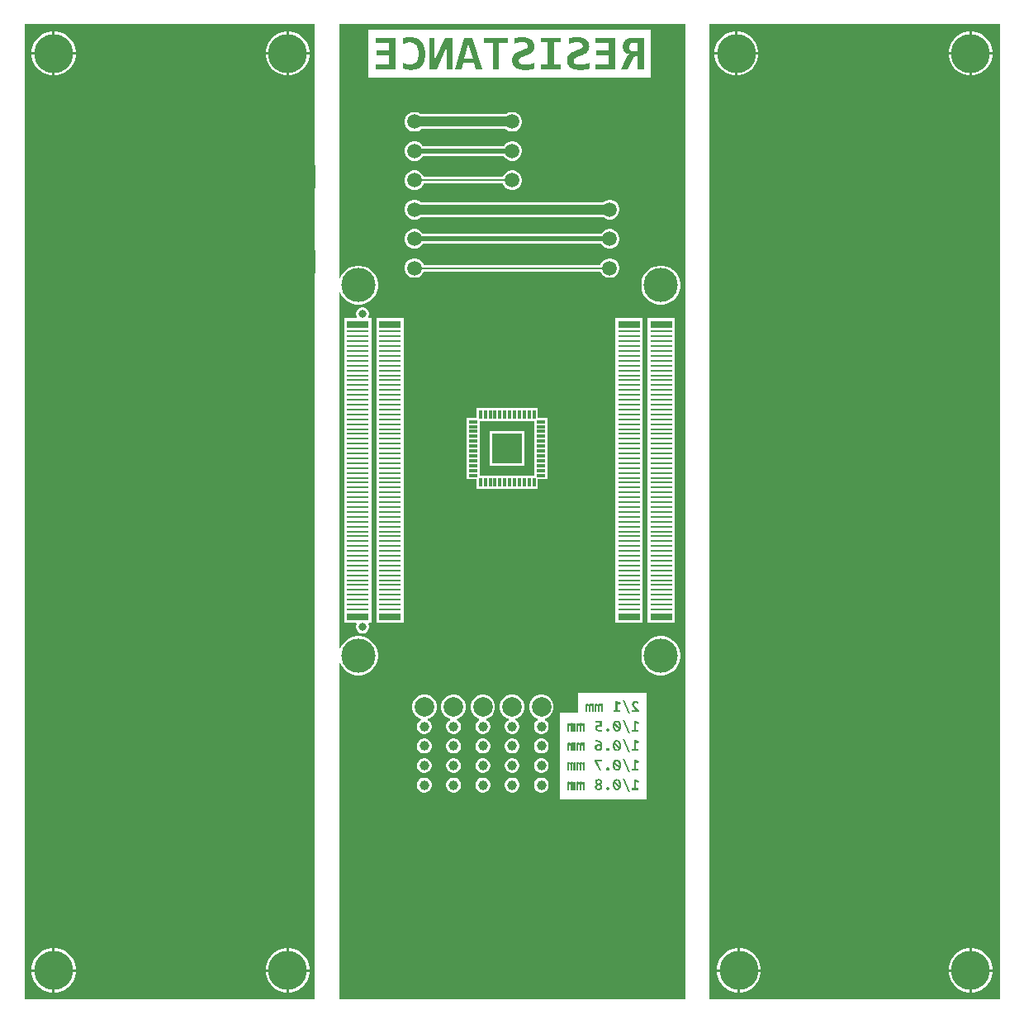
<source format=gbl>
%TF.GenerationSoftware,Altium Limited,Altium Designer,25.1.2 (22)*%
G04 Layer_Physical_Order=2*
G04 Layer_Color=16711680*
%FSLAX45Y45*%
%MOMM*%
%TF.SameCoordinates,14A8493B-8770-4FEB-B4FF-2697345FB558*%
%TF.FilePolarity,Positive*%
%TF.FileFunction,Copper,L2,Bot,Signal*%
%TF.Part,Single*%
G01*
G75*
%TA.AperFunction,ConnectorPad*%
%ADD10R,5.08000X2.41300*%
%TA.AperFunction,SMDPad,CuDef*%
%ADD12R,5.08000X2.41300*%
%TA.AperFunction,ComponentPad*%
%ADD27C,0.81000*%
%ADD28C,3.50000*%
%TA.AperFunction,ViaPad*%
%ADD29C,4.00000*%
%ADD30C,1.00000*%
%ADD31C,2.00000*%
%TA.AperFunction,SMDPad,CuDef*%
%ADD32R,2.30000X0.75000*%
%ADD33R,2.30000X0.25000*%
%ADD34R,0.85000X0.30000*%
%ADD35R,0.30000X0.85000*%
%ADD36R,3.10000X3.10000*%
%ADD37C,1.50000*%
%TA.AperFunction,Conductor*%
%ADD38C,0.15000*%
%ADD39C,0.50000*%
%ADD40C,1.00000*%
G36*
X6774103Y0D02*
X3225898D01*
Y3448819D01*
X3238598Y3451345D01*
X3247408Y3430075D01*
X3269339Y3397252D01*
X3297253Y3369339D01*
X3330075Y3347408D01*
X3366546Y3332301D01*
X3405263Y3324600D01*
X3444738D01*
X3483455Y3332301D01*
X3519925Y3347408D01*
X3552748Y3369339D01*
X3580661Y3397252D01*
X3602592Y3430075D01*
X3617699Y3466545D01*
X3625400Y3505262D01*
Y3544737D01*
X3617699Y3583454D01*
X3602592Y3619925D01*
X3580661Y3652747D01*
X3552748Y3680661D01*
X3519925Y3702592D01*
X3483455Y3717699D01*
X3444738Y3725400D01*
X3405263D01*
X3366546Y3717699D01*
X3330075Y3702592D01*
X3297253Y3680661D01*
X3269339Y3652747D01*
X3247408Y3619925D01*
X3238598Y3598655D01*
X3225898Y3601181D01*
Y7248819D01*
X3238598Y7251345D01*
X3247408Y7230075D01*
X3269339Y7197252D01*
X3297253Y7169339D01*
X3330075Y7147408D01*
X3366546Y7132301D01*
X3405263Y7124600D01*
X3444738D01*
X3483455Y7132301D01*
X3519925Y7147408D01*
X3552748Y7169339D01*
X3580661Y7197252D01*
X3602592Y7230075D01*
X3617699Y7266545D01*
X3625400Y7305262D01*
Y7344737D01*
X3617699Y7383454D01*
X3602592Y7419925D01*
X3580661Y7452747D01*
X3552748Y7480661D01*
X3519925Y7502592D01*
X3483455Y7517699D01*
X3444738Y7525400D01*
X3405263D01*
X3366546Y7517699D01*
X3330075Y7502592D01*
X3297253Y7480661D01*
X3269339Y7452747D01*
X3247408Y7419925D01*
X3238598Y7398655D01*
X3225898Y7401181D01*
Y10000000D01*
X6774103D01*
Y0D01*
D02*
G37*
G36*
X10000000D02*
X7025898D01*
Y10000000D01*
X10000000D01*
Y0D01*
D02*
G37*
G36*
X2974103D02*
X0D01*
Y10000000D01*
X2974103D01*
Y0D01*
D02*
G37*
%LPC*%
G36*
X6425400Y9944271D02*
X3529329D01*
Y9455728D01*
X6425400D01*
Y9944271D01*
D02*
G37*
G36*
X5013218Y9100400D02*
X4986782D01*
X4961247Y9093558D01*
X4938353Y9080340D01*
X4934064Y9076051D01*
X4065936D01*
X4061647Y9080340D01*
X4038753Y9093558D01*
X4013218Y9100400D01*
X3986782D01*
X3961247Y9093558D01*
X3938353Y9080340D01*
X3919660Y9061647D01*
X3906442Y9038753D01*
X3899600Y9013218D01*
Y8986782D01*
X3906442Y8961247D01*
X3919660Y8938353D01*
X3938353Y8919660D01*
X3961247Y8906442D01*
X3986782Y8899600D01*
X4013218D01*
X4038753Y8906442D01*
X4061647Y8919660D01*
X4065936Y8923949D01*
X4934064D01*
X4938353Y8919660D01*
X4961247Y8906442D01*
X4986782Y8899600D01*
X5013218D01*
X5038753Y8906442D01*
X5061647Y8919660D01*
X5080340Y8938353D01*
X5093558Y8961247D01*
X5100400Y8986782D01*
Y9013218D01*
X5093558Y9038753D01*
X5080340Y9061647D01*
X5061647Y9080340D01*
X5038753Y9093558D01*
X5013218Y9100400D01*
D02*
G37*
G36*
X5013218Y8800400D02*
X4986782D01*
X4961247Y8793558D01*
X4938353Y8780340D01*
X4919660Y8761647D01*
X4913737Y8751387D01*
X4086264D01*
X4080340Y8761647D01*
X4061647Y8780340D01*
X4038753Y8793558D01*
X4013218Y8800400D01*
X3986782D01*
X3961247Y8793558D01*
X3938353Y8780340D01*
X3919660Y8761647D01*
X3906442Y8738753D01*
X3899600Y8713218D01*
Y8686782D01*
X3906442Y8661247D01*
X3919660Y8638353D01*
X3938353Y8619660D01*
X3961247Y8606442D01*
X3986782Y8599600D01*
X4013218D01*
X4038753Y8606442D01*
X4061647Y8619660D01*
X4080340Y8638353D01*
X4086264Y8648613D01*
X4913737D01*
X4919660Y8638353D01*
X4938353Y8619660D01*
X4961247Y8606442D01*
X4986782Y8599600D01*
X5013218D01*
X5038753Y8606442D01*
X5061647Y8619660D01*
X5080340Y8638353D01*
X5093558Y8661247D01*
X5100400Y8686782D01*
Y8713218D01*
X5093558Y8738753D01*
X5080340Y8761647D01*
X5061647Y8780340D01*
X5038753Y8793558D01*
X5013218Y8800400D01*
D02*
G37*
G36*
X5013219Y8500400D02*
X4986784D01*
X4961248Y8493558D01*
X4938354Y8480340D01*
X4919661Y8461647D01*
X4906444Y8438753D01*
X4905048Y8433544D01*
X4094955D01*
X4093559Y8438753D01*
X4080341Y8461647D01*
X4061648Y8480340D01*
X4038754Y8493558D01*
X4013219Y8500400D01*
X3986783D01*
X3961248Y8493558D01*
X3938354Y8480340D01*
X3919661Y8461647D01*
X3906444Y8438753D01*
X3899602Y8413218D01*
Y8386782D01*
X3906444Y8361247D01*
X3919661Y8338353D01*
X3938354Y8319660D01*
X3961248Y8306442D01*
X3986783Y8299600D01*
X4013219D01*
X4038754Y8306442D01*
X4061648Y8319660D01*
X4080341Y8338353D01*
X4093559Y8361247D01*
X4094955Y8366455D01*
X4905048D01*
X4906444Y8361247D01*
X4919661Y8338353D01*
X4938354Y8319660D01*
X4961248Y8306442D01*
X4986784Y8299600D01*
X5013219D01*
X5038754Y8306442D01*
X5061648Y8319660D01*
X5080341Y8338353D01*
X5093559Y8361247D01*
X5100401Y8386782D01*
Y8413218D01*
X5093559Y8438753D01*
X5080341Y8461647D01*
X5061648Y8480340D01*
X5038754Y8493558D01*
X5013219Y8500400D01*
D02*
G37*
G36*
X6013220Y8200400D02*
X5986784D01*
X5961249Y8193558D01*
X5938355Y8180340D01*
X5934066Y8176050D01*
X4065938D01*
X4061649Y8180340D01*
X4038755Y8193558D01*
X4013220Y8200400D01*
X3986784D01*
X3961249Y8193558D01*
X3938355Y8180340D01*
X3919662Y8161647D01*
X3906444Y8138753D01*
X3899602Y8113218D01*
Y8086782D01*
X3906444Y8061247D01*
X3919662Y8038353D01*
X3938355Y8019660D01*
X3961249Y8006442D01*
X3986784Y7999600D01*
X4013220D01*
X4038755Y8006442D01*
X4061649Y8019660D01*
X4065938Y8023949D01*
X5934066D01*
X5938355Y8019660D01*
X5961249Y8006442D01*
X5986784Y7999600D01*
X6013220D01*
X6038755Y8006442D01*
X6061649Y8019660D01*
X6080342Y8038353D01*
X6093560Y8061247D01*
X6100402Y8086782D01*
Y8113218D01*
X6093560Y8138753D01*
X6080342Y8161647D01*
X6061649Y8180340D01*
X6038755Y8193558D01*
X6013220Y8200400D01*
D02*
G37*
G36*
X6013220Y7900400D02*
X5986784D01*
X5961249Y7893558D01*
X5938355Y7880340D01*
X5919662Y7861647D01*
X5913739Y7851387D01*
X4086249D01*
X4080329Y7861642D01*
X4061636Y7880335D01*
X4038742Y7893553D01*
X4013207Y7900395D01*
X3986771D01*
X3961236Y7893553D01*
X3938342Y7880335D01*
X3919649Y7861642D01*
X3906431Y7838748D01*
X3899589Y7813213D01*
Y7786777D01*
X3906431Y7761242D01*
X3919649Y7738348D01*
X3938342Y7719655D01*
X3961236Y7706437D01*
X3986771Y7699595D01*
X4013207D01*
X4038742Y7706437D01*
X4061636Y7719655D01*
X4080329Y7738348D01*
X4086255Y7748613D01*
X5913739D01*
X5919662Y7738353D01*
X5938355Y7719660D01*
X5961249Y7706442D01*
X5986784Y7699600D01*
X6013220D01*
X6038755Y7706442D01*
X6061649Y7719660D01*
X6080342Y7738353D01*
X6093560Y7761247D01*
X6100402Y7786782D01*
Y7813218D01*
X6093560Y7838753D01*
X6080342Y7861647D01*
X6061649Y7880340D01*
X6038755Y7893558D01*
X6013220Y7900400D01*
D02*
G37*
G36*
X6013221Y7600400D02*
X5986785D01*
X5961250Y7593558D01*
X5938356Y7580340D01*
X5919663Y7561647D01*
X5906445Y7538753D01*
X5905049Y7533544D01*
X4094956D01*
X4093561Y7538753D01*
X4080343Y7561647D01*
X4061650Y7580340D01*
X4038756Y7593558D01*
X4013221Y7600400D01*
X3986785D01*
X3961250Y7593558D01*
X3938356Y7580340D01*
X3919663Y7561647D01*
X3906445Y7538753D01*
X3899603Y7513218D01*
Y7486782D01*
X3906445Y7461247D01*
X3919663Y7438353D01*
X3938356Y7419660D01*
X3961250Y7406442D01*
X3986785Y7399600D01*
X4013221D01*
X4038756Y7406442D01*
X4061650Y7419660D01*
X4080343Y7438353D01*
X4093561Y7461247D01*
X4094956Y7466455D01*
X5905049D01*
X5906445Y7461247D01*
X5919663Y7438353D01*
X5938356Y7419660D01*
X5961250Y7406442D01*
X5986785Y7399600D01*
X6013221D01*
X6038756Y7406442D01*
X6061650Y7419660D01*
X6080343Y7438353D01*
X6093561Y7461247D01*
X6100403Y7486782D01*
Y7513218D01*
X6093561Y7538753D01*
X6080343Y7561647D01*
X6061650Y7580340D01*
X6038756Y7593558D01*
X6013221Y7600400D01*
D02*
G37*
G36*
X6544738Y7525400D02*
X6505263D01*
X6466546Y7517699D01*
X6430075Y7502592D01*
X6397253Y7480661D01*
X6369339Y7452747D01*
X6347408Y7419925D01*
X6332301Y7383454D01*
X6324600Y7344737D01*
Y7305262D01*
X6332301Y7266545D01*
X6347408Y7230075D01*
X6369339Y7197252D01*
X6397253Y7169339D01*
X6430075Y7147408D01*
X6466546Y7132301D01*
X6505263Y7124600D01*
X6544738D01*
X6583455Y7132301D01*
X6619925Y7147408D01*
X6652748Y7169339D01*
X6680661Y7197252D01*
X6702592Y7230075D01*
X6717699Y7266545D01*
X6725400Y7305262D01*
Y7344737D01*
X6717699Y7383454D01*
X6702592Y7419925D01*
X6680661Y7452747D01*
X6652748Y7480661D01*
X6619925Y7502592D01*
X6583455Y7517699D01*
X6544738Y7525400D01*
D02*
G37*
G36*
X5265400Y6062900D02*
X4634600D01*
Y5965400D01*
X4537100D01*
Y5884600D01*
Y5834600D01*
Y5734600D01*
Y5634600D01*
Y5534600D01*
Y5434600D01*
Y5334600D01*
X4634600D01*
Y5237100D01*
X5265400D01*
Y5334600D01*
X5362900D01*
Y5384600D01*
Y5484600D01*
Y5584600D01*
Y5684600D01*
Y5784600D01*
Y5884600D01*
Y5965400D01*
X5265400D01*
Y6062900D01*
D02*
G37*
G36*
X6670400Y6987900D02*
X6389600D01*
Y6862100D01*
Y6762100D01*
Y6662100D01*
Y6562100D01*
Y6462100D01*
Y6362100D01*
Y6262100D01*
Y6162100D01*
Y6062100D01*
Y5962100D01*
Y5862100D01*
Y5762100D01*
Y5662100D01*
Y5562100D01*
Y5462100D01*
Y5362100D01*
Y5262100D01*
Y5162100D01*
Y5062100D01*
Y4962100D01*
Y4862100D01*
Y4762100D01*
Y4662100D01*
Y4562100D01*
Y4462100D01*
Y4362100D01*
Y4262100D01*
Y4162100D01*
Y4062100D01*
Y3962100D01*
Y3862100D01*
X6670400D01*
Y3962100D01*
Y4062100D01*
Y4162100D01*
Y4262100D01*
Y4362100D01*
Y4462100D01*
Y4562100D01*
Y4662100D01*
Y4762100D01*
Y4862100D01*
Y4962100D01*
Y5062100D01*
Y5162100D01*
Y5262100D01*
Y5362100D01*
Y5462100D01*
Y5562100D01*
Y5662100D01*
Y5762100D01*
Y5862100D01*
Y5962100D01*
Y6062100D01*
Y6162100D01*
Y6262100D01*
Y6362100D01*
Y6462100D01*
Y6562100D01*
Y6662100D01*
Y6762100D01*
Y6862100D01*
Y6987900D01*
D02*
G37*
G36*
X6340400D02*
X6059600D01*
Y6862100D01*
Y6762100D01*
Y6662100D01*
Y6562100D01*
Y6462100D01*
Y6362100D01*
Y6262100D01*
Y6162100D01*
Y6062100D01*
Y5962100D01*
Y5862100D01*
Y5762100D01*
Y5662100D01*
Y5562100D01*
Y5462100D01*
Y5362100D01*
Y5262100D01*
Y5162100D01*
Y5062100D01*
Y4962100D01*
Y4862100D01*
Y4762100D01*
Y4662100D01*
Y4562100D01*
Y4462100D01*
Y4362100D01*
Y4262100D01*
Y4162100D01*
Y4062100D01*
Y3962100D01*
Y3862100D01*
X6340400D01*
Y3962100D01*
Y4062100D01*
Y4162100D01*
Y4262100D01*
Y4362100D01*
Y4462100D01*
Y4562100D01*
Y4662100D01*
Y4762100D01*
Y4862100D01*
Y4962100D01*
Y5062100D01*
Y5162100D01*
Y5262100D01*
Y5362100D01*
Y5462100D01*
Y5562100D01*
Y5662100D01*
Y5762100D01*
Y5862100D01*
Y5962100D01*
Y6062100D01*
Y6162100D01*
Y6262100D01*
Y6362100D01*
Y6462100D01*
Y6562100D01*
Y6662100D01*
Y6762100D01*
Y6862100D01*
Y6987900D01*
D02*
G37*
G36*
X3890400D02*
X3609600D01*
Y6862100D01*
Y6762100D01*
Y6662100D01*
Y6562100D01*
Y6462100D01*
Y6362100D01*
Y6262100D01*
Y6162100D01*
Y6062100D01*
Y5962100D01*
Y5862100D01*
Y5762100D01*
Y5662100D01*
Y5562100D01*
Y5462100D01*
Y5362100D01*
Y5262100D01*
Y5162100D01*
Y5062100D01*
Y4962100D01*
Y4862100D01*
Y4762100D01*
Y4662100D01*
Y4562100D01*
Y4462100D01*
Y4362100D01*
Y4262100D01*
Y4162100D01*
Y4062100D01*
Y3962100D01*
Y3862100D01*
X3890400D01*
Y3962100D01*
Y4062100D01*
Y4162100D01*
Y4262100D01*
Y4362100D01*
Y4462100D01*
Y4562100D01*
Y4662100D01*
Y4762100D01*
Y4862100D01*
Y4962100D01*
Y5062100D01*
Y5162100D01*
Y5262100D01*
Y5362100D01*
Y5462100D01*
Y5562100D01*
Y5662100D01*
Y5762100D01*
Y5862100D01*
Y5962100D01*
Y6062100D01*
Y6162100D01*
Y6262100D01*
Y6362100D01*
Y6462100D01*
Y6562100D01*
Y6662100D01*
Y6762100D01*
Y6862100D01*
Y6987900D01*
D02*
G37*
G36*
X3473676Y7095900D02*
X3456324D01*
X3439564Y7091409D01*
X3424536Y7082733D01*
X3412267Y7070464D01*
X3403591Y7055436D01*
X3399100Y7038676D01*
Y7021324D01*
X3403591Y7004563D01*
X3405879Y7000600D01*
X3398547Y6987900D01*
X3279600D01*
Y6862100D01*
Y6762100D01*
Y6662100D01*
Y6562100D01*
Y6462100D01*
Y6362100D01*
Y6262100D01*
Y6162100D01*
Y6062100D01*
Y5962100D01*
Y5862100D01*
Y5762100D01*
Y5662100D01*
Y5562100D01*
Y5462100D01*
Y5362100D01*
Y5262100D01*
Y5162100D01*
Y5062100D01*
Y4962100D01*
Y4862100D01*
Y4762100D01*
Y4662100D01*
Y4562100D01*
Y4462100D01*
Y4362100D01*
Y4262100D01*
Y4162100D01*
Y4062100D01*
Y3962100D01*
Y3862100D01*
X3398547D01*
X3405879Y3849400D01*
X3403591Y3845436D01*
X3399100Y3828676D01*
Y3811324D01*
X3403591Y3794563D01*
X3412267Y3779536D01*
X3424536Y3767267D01*
X3439564Y3758591D01*
X3456324Y3754100D01*
X3473676D01*
X3490437Y3758591D01*
X3505464Y3767267D01*
X3517733Y3779536D01*
X3526409Y3794563D01*
X3530900Y3811324D01*
Y3828676D01*
X3526409Y3845436D01*
X3524121Y3849399D01*
X3531453Y3862100D01*
X3560400D01*
Y3962100D01*
Y4062100D01*
Y4162100D01*
Y4262100D01*
Y4362100D01*
Y4462100D01*
Y4562100D01*
Y4662100D01*
Y4762100D01*
Y4862100D01*
Y4962100D01*
Y5062100D01*
Y5162100D01*
Y5262100D01*
Y5362100D01*
Y5462100D01*
Y5562100D01*
Y5662100D01*
Y5762100D01*
Y5862100D01*
Y5962100D01*
Y6062100D01*
Y6162100D01*
Y6262100D01*
Y6362100D01*
Y6462100D01*
Y6562100D01*
Y6662100D01*
Y6762100D01*
Y6862100D01*
Y6987900D01*
X3531453D01*
X3524121Y7000600D01*
X3526409Y7004563D01*
X3530900Y7021324D01*
Y7038676D01*
X3526409Y7055436D01*
X3517733Y7070464D01*
X3505464Y7082733D01*
X3490437Y7091409D01*
X3473676Y7095900D01*
D02*
G37*
G36*
X6544738Y3725400D02*
X6505263D01*
X6466546Y3717699D01*
X6430075Y3702592D01*
X6397253Y3680661D01*
X6369339Y3652747D01*
X6347408Y3619925D01*
X6332301Y3583454D01*
X6324600Y3544737D01*
Y3505262D01*
X6332301Y3466545D01*
X6347408Y3430075D01*
X6369339Y3397252D01*
X6397253Y3369339D01*
X6430075Y3347408D01*
X6466546Y3332301D01*
X6505263Y3324600D01*
X6544738D01*
X6583455Y3332301D01*
X6619925Y3347408D01*
X6652748Y3369339D01*
X6680661Y3397252D01*
X6702592Y3430075D01*
X6717699Y3466545D01*
X6725400Y3505262D01*
Y3544737D01*
X6717699Y3583454D01*
X6702592Y3619925D01*
X6680661Y3652747D01*
X6652748Y3680661D01*
X6619925Y3702592D01*
X6583455Y3717699D01*
X6544738Y3725400D01*
D02*
G37*
G36*
X5316509Y3125400D02*
X5283491D01*
X5251598Y3116854D01*
X5223003Y3100345D01*
X5199655Y3076997D01*
X5183146Y3048403D01*
X5174600Y3016509D01*
Y2983491D01*
X5183146Y2951598D01*
X5199655Y2923003D01*
X5223003Y2899655D01*
X5251598Y2883146D01*
X5262672Y2880178D01*
X5264467Y2866550D01*
X5253703Y2860335D01*
X5239665Y2846297D01*
X5229738Y2829103D01*
X5224600Y2809927D01*
Y2790073D01*
X5229738Y2770897D01*
X5239665Y2753703D01*
X5253703Y2739665D01*
X5270897Y2729738D01*
X5290073Y2724600D01*
X5309927D01*
X5329103Y2729738D01*
X5346297Y2739665D01*
X5360335Y2753703D01*
X5370262Y2770897D01*
X5375400Y2790073D01*
Y2809927D01*
X5370262Y2829103D01*
X5360335Y2846297D01*
X5346297Y2860335D01*
X5335533Y2866550D01*
X5337328Y2880178D01*
X5348403Y2883146D01*
X5376997Y2899655D01*
X5400345Y2923003D01*
X5416854Y2951598D01*
X5425400Y2983491D01*
Y3016509D01*
X5416854Y3048403D01*
X5400345Y3076997D01*
X5376997Y3100345D01*
X5348403Y3116854D01*
X5316509Y3125400D01*
D02*
G37*
G36*
X5016509D02*
X4983491D01*
X4951597Y3116854D01*
X4923003Y3100345D01*
X4899655Y3076997D01*
X4883146Y3048403D01*
X4874600Y3016509D01*
Y2983491D01*
X4883146Y2951598D01*
X4899655Y2923003D01*
X4923003Y2899655D01*
X4951597Y2883146D01*
X4962672Y2880178D01*
X4964467Y2866550D01*
X4953703Y2860335D01*
X4939665Y2846297D01*
X4929738Y2829103D01*
X4924600Y2809927D01*
Y2790073D01*
X4929738Y2770897D01*
X4939665Y2753703D01*
X4953703Y2739665D01*
X4970897Y2729738D01*
X4990073Y2724600D01*
X5009926D01*
X5029103Y2729738D01*
X5046296Y2739665D01*
X5060335Y2753703D01*
X5070262Y2770897D01*
X5075400Y2790073D01*
Y2809927D01*
X5070262Y2829103D01*
X5060335Y2846297D01*
X5046296Y2860335D01*
X5035533Y2866550D01*
X5037327Y2880178D01*
X5048402Y2883146D01*
X5076997Y2899655D01*
X5100345Y2923003D01*
X5116854Y2951598D01*
X5125400Y2983491D01*
Y3016509D01*
X5116854Y3048403D01*
X5100345Y3076997D01*
X5076997Y3100345D01*
X5048402Y3116854D01*
X5016509Y3125400D01*
D02*
G37*
G36*
X4716509D02*
X4683491D01*
X4651597Y3116854D01*
X4623002Y3100345D01*
X4599655Y3076997D01*
X4583146Y3048403D01*
X4574600Y3016509D01*
Y2983491D01*
X4583146Y2951598D01*
X4599655Y2923003D01*
X4623002Y2899655D01*
X4651597Y2883146D01*
X4662672Y2880178D01*
X4664466Y2866550D01*
X4653703Y2860335D01*
X4639665Y2846297D01*
X4629738Y2829103D01*
X4624600Y2809927D01*
Y2790073D01*
X4629738Y2770897D01*
X4639665Y2753703D01*
X4653703Y2739665D01*
X4670896Y2729738D01*
X4690073Y2724600D01*
X4709926D01*
X4729103Y2729738D01*
X4746296Y2739665D01*
X4760335Y2753703D01*
X4770261Y2770897D01*
X4775400Y2790073D01*
Y2809927D01*
X4770261Y2829103D01*
X4760335Y2846297D01*
X4746296Y2860335D01*
X4735533Y2866550D01*
X4737327Y2880178D01*
X4748402Y2883146D01*
X4776997Y2899655D01*
X4800345Y2923003D01*
X4816854Y2951598D01*
X4825400Y2983491D01*
Y3016509D01*
X4816854Y3048403D01*
X4800345Y3076997D01*
X4776997Y3100345D01*
X4748402Y3116854D01*
X4716509Y3125400D01*
D02*
G37*
G36*
X4416509D02*
X4383490D01*
X4351597Y3116854D01*
X4323002Y3100345D01*
X4299655Y3076997D01*
X4283145Y3048403D01*
X4274600Y3016509D01*
Y2983491D01*
X4283145Y2951598D01*
X4299655Y2923003D01*
X4323002Y2899655D01*
X4351597Y2883146D01*
X4362672Y2880178D01*
X4364466Y2866550D01*
X4353703Y2860335D01*
X4339664Y2846297D01*
X4329738Y2829103D01*
X4324600Y2809927D01*
Y2790073D01*
X4329738Y2770897D01*
X4339664Y2753703D01*
X4353703Y2739665D01*
X4370896Y2729738D01*
X4390073Y2724600D01*
X4409926D01*
X4429103Y2729738D01*
X4446296Y2739665D01*
X4460335Y2753703D01*
X4470261Y2770897D01*
X4475399Y2790073D01*
Y2809927D01*
X4470261Y2829103D01*
X4460335Y2846297D01*
X4446296Y2860335D01*
X4435533Y2866550D01*
X4437327Y2880178D01*
X4448402Y2883146D01*
X4476997Y2899655D01*
X4500345Y2923003D01*
X4516854Y2951598D01*
X4525400Y2983491D01*
Y3016509D01*
X4516854Y3048403D01*
X4500345Y3076997D01*
X4476997Y3100345D01*
X4448402Y3116854D01*
X4416509Y3125400D01*
D02*
G37*
G36*
X4116509D02*
X4083490D01*
X4051597Y3116854D01*
X4023002Y3100345D01*
X3999654Y3076997D01*
X3983145Y3048403D01*
X3974599Y3016509D01*
Y2983491D01*
X3983145Y2951598D01*
X3999654Y2923003D01*
X4023002Y2899655D01*
X4051597Y2883146D01*
X4062672Y2880178D01*
X4064466Y2866550D01*
X4053703Y2860335D01*
X4039664Y2846297D01*
X4029738Y2829103D01*
X4024600Y2809927D01*
Y2790073D01*
X4029738Y2770897D01*
X4039664Y2753703D01*
X4053703Y2739665D01*
X4070896Y2729738D01*
X4090073Y2724600D01*
X4109926D01*
X4129103Y2729738D01*
X4146296Y2739665D01*
X4160335Y2753703D01*
X4170261Y2770897D01*
X4175399Y2790073D01*
Y2809927D01*
X4170261Y2829103D01*
X4160335Y2846297D01*
X4146296Y2860335D01*
X4135533Y2866550D01*
X4137327Y2880178D01*
X4148402Y2883146D01*
X4176997Y2899655D01*
X4200344Y2923003D01*
X4216854Y2951598D01*
X4225399Y2983491D01*
Y3016509D01*
X4216854Y3048403D01*
X4200344Y3076997D01*
X4176997Y3100345D01*
X4148402Y3116854D01*
X4116509Y3125400D01*
D02*
G37*
G36*
X5309927Y2675400D02*
X5290073D01*
X5270897Y2670262D01*
X5253703Y2660335D01*
X5239665Y2646297D01*
X5229738Y2629103D01*
X5224600Y2609927D01*
Y2590074D01*
X5229738Y2570897D01*
X5239665Y2553704D01*
X5253703Y2539665D01*
X5270897Y2529738D01*
X5290073Y2524600D01*
X5309927D01*
X5329103Y2529738D01*
X5346297Y2539665D01*
X5360335Y2553704D01*
X5370262Y2570897D01*
X5375400Y2590074D01*
Y2609927D01*
X5370262Y2629103D01*
X5360335Y2646297D01*
X5346297Y2660335D01*
X5329103Y2670262D01*
X5309927Y2675400D01*
D02*
G37*
G36*
X5009926D02*
X4990073D01*
X4970897Y2670262D01*
X4953703Y2660335D01*
X4939665Y2646297D01*
X4929738Y2629103D01*
X4924600Y2609927D01*
Y2590074D01*
X4929738Y2570897D01*
X4939665Y2553704D01*
X4953703Y2539665D01*
X4970897Y2529738D01*
X4990073Y2524600D01*
X5009926D01*
X5029103Y2529738D01*
X5046296Y2539665D01*
X5060335Y2553704D01*
X5070262Y2570897D01*
X5075400Y2590074D01*
Y2609927D01*
X5070262Y2629103D01*
X5060335Y2646297D01*
X5046296Y2660335D01*
X5029103Y2670262D01*
X5009926Y2675400D01*
D02*
G37*
G36*
X4709926D02*
X4690073D01*
X4670896Y2670262D01*
X4653703Y2660335D01*
X4639665Y2646297D01*
X4629738Y2629103D01*
X4624600Y2609927D01*
Y2590074D01*
X4629738Y2570897D01*
X4639665Y2553704D01*
X4653703Y2539665D01*
X4670896Y2529738D01*
X4690073Y2524600D01*
X4709926D01*
X4729103Y2529738D01*
X4746296Y2539665D01*
X4760335Y2553704D01*
X4770261Y2570897D01*
X4775400Y2590074D01*
Y2609927D01*
X4770261Y2629103D01*
X4760335Y2646297D01*
X4746296Y2660335D01*
X4729103Y2670262D01*
X4709926Y2675400D01*
D02*
G37*
G36*
X4409926D02*
X4390073D01*
X4370896Y2670262D01*
X4353703Y2660335D01*
X4339664Y2646297D01*
X4329738Y2629103D01*
X4324600Y2609927D01*
Y2590074D01*
X4329738Y2570897D01*
X4339664Y2553704D01*
X4353703Y2539665D01*
X4370896Y2529738D01*
X4390073Y2524600D01*
X4409926D01*
X4429103Y2529738D01*
X4446296Y2539665D01*
X4460335Y2553704D01*
X4470261Y2570897D01*
X4475399Y2590074D01*
Y2609927D01*
X4470261Y2629103D01*
X4460335Y2646297D01*
X4446296Y2660335D01*
X4429103Y2670262D01*
X4409926Y2675400D01*
D02*
G37*
G36*
X4109926D02*
X4090073D01*
X4070896Y2670262D01*
X4053703Y2660335D01*
X4039664Y2646297D01*
X4029738Y2629103D01*
X4024600Y2609927D01*
Y2590074D01*
X4029738Y2570897D01*
X4039664Y2553704D01*
X4053703Y2539665D01*
X4070896Y2529738D01*
X4090073Y2524600D01*
X4109926D01*
X4129103Y2529738D01*
X4146296Y2539665D01*
X4160335Y2553704D01*
X4170261Y2570897D01*
X4175399Y2590074D01*
Y2609927D01*
X4170261Y2629103D01*
X4160335Y2646297D01*
X4146296Y2660335D01*
X4129103Y2670262D01*
X4109926Y2675400D01*
D02*
G37*
G36*
X5309927Y2475400D02*
X5290073D01*
X5270897Y2470262D01*
X5253703Y2460335D01*
X5239665Y2446297D01*
X5229738Y2429103D01*
X5224600Y2409927D01*
Y2390073D01*
X5229738Y2370897D01*
X5239665Y2353703D01*
X5253703Y2339665D01*
X5270897Y2329738D01*
X5290073Y2324600D01*
X5309927D01*
X5329103Y2329738D01*
X5346297Y2339665D01*
X5360335Y2353703D01*
X5370262Y2370897D01*
X5375400Y2390073D01*
Y2409927D01*
X5370262Y2429103D01*
X5360335Y2446297D01*
X5346297Y2460335D01*
X5329103Y2470262D01*
X5309927Y2475400D01*
D02*
G37*
G36*
X5009926D02*
X4990073D01*
X4970897Y2470262D01*
X4953703Y2460335D01*
X4939665Y2446297D01*
X4929738Y2429103D01*
X4924600Y2409927D01*
Y2390073D01*
X4929738Y2370897D01*
X4939665Y2353703D01*
X4953703Y2339665D01*
X4970897Y2329738D01*
X4990073Y2324600D01*
X5009926D01*
X5029103Y2329738D01*
X5046296Y2339665D01*
X5060335Y2353703D01*
X5070262Y2370897D01*
X5075400Y2390073D01*
Y2409927D01*
X5070262Y2429103D01*
X5060335Y2446297D01*
X5046296Y2460335D01*
X5029103Y2470262D01*
X5009926Y2475400D01*
D02*
G37*
G36*
X4709926D02*
X4690073D01*
X4670896Y2470262D01*
X4653703Y2460335D01*
X4639665Y2446297D01*
X4629738Y2429103D01*
X4624600Y2409927D01*
Y2390073D01*
X4629738Y2370897D01*
X4639665Y2353703D01*
X4653703Y2339665D01*
X4670896Y2329738D01*
X4690073Y2324600D01*
X4709926D01*
X4729103Y2329738D01*
X4746296Y2339665D01*
X4760335Y2353703D01*
X4770261Y2370897D01*
X4775400Y2390073D01*
Y2409927D01*
X4770261Y2429103D01*
X4760335Y2446297D01*
X4746296Y2460335D01*
X4729103Y2470262D01*
X4709926Y2475400D01*
D02*
G37*
G36*
X4409926D02*
X4390073D01*
X4370896Y2470262D01*
X4353703Y2460335D01*
X4339664Y2446297D01*
X4329738Y2429103D01*
X4324600Y2409927D01*
Y2390073D01*
X4329738Y2370897D01*
X4339664Y2353703D01*
X4353703Y2339665D01*
X4370896Y2329738D01*
X4390073Y2324600D01*
X4409926D01*
X4429103Y2329738D01*
X4446296Y2339665D01*
X4460335Y2353703D01*
X4470261Y2370897D01*
X4475399Y2390073D01*
Y2409927D01*
X4470261Y2429103D01*
X4460335Y2446297D01*
X4446296Y2460335D01*
X4429103Y2470262D01*
X4409926Y2475400D01*
D02*
G37*
G36*
X4109926D02*
X4090073D01*
X4070896Y2470262D01*
X4053703Y2460335D01*
X4039664Y2446297D01*
X4029738Y2429103D01*
X4024600Y2409927D01*
Y2390073D01*
X4029738Y2370897D01*
X4039664Y2353703D01*
X4053703Y2339665D01*
X4070896Y2329738D01*
X4090073Y2324600D01*
X4109926D01*
X4129103Y2329738D01*
X4146296Y2339665D01*
X4160335Y2353703D01*
X4170261Y2370897D01*
X4175399Y2390073D01*
Y2409927D01*
X4170261Y2429103D01*
X4160335Y2446297D01*
X4146296Y2460335D01*
X4129103Y2470262D01*
X4109926Y2475400D01*
D02*
G37*
G36*
X5309927Y2275400D02*
X5290073D01*
X5270897Y2270262D01*
X5253703Y2260335D01*
X5239665Y2246297D01*
X5229738Y2229103D01*
X5224600Y2209927D01*
Y2190074D01*
X5229738Y2170897D01*
X5239665Y2153704D01*
X5253703Y2139665D01*
X5270897Y2129738D01*
X5290073Y2124600D01*
X5309927D01*
X5329103Y2129738D01*
X5346297Y2139665D01*
X5360335Y2153704D01*
X5370262Y2170897D01*
X5375400Y2190074D01*
Y2209927D01*
X5370262Y2229103D01*
X5360335Y2246297D01*
X5346297Y2260335D01*
X5329103Y2270262D01*
X5309927Y2275400D01*
D02*
G37*
G36*
X5009926D02*
X4990073D01*
X4970897Y2270262D01*
X4953703Y2260335D01*
X4939665Y2246297D01*
X4929738Y2229103D01*
X4924600Y2209927D01*
Y2190074D01*
X4929738Y2170897D01*
X4939665Y2153704D01*
X4953703Y2139665D01*
X4970897Y2129738D01*
X4990073Y2124600D01*
X5009926D01*
X5029103Y2129738D01*
X5046296Y2139665D01*
X5060335Y2153704D01*
X5070262Y2170897D01*
X5075400Y2190074D01*
Y2209927D01*
X5070262Y2229103D01*
X5060335Y2246297D01*
X5046296Y2260335D01*
X5029103Y2270262D01*
X5009926Y2275400D01*
D02*
G37*
G36*
X4709926D02*
X4690073D01*
X4670896Y2270262D01*
X4653703Y2260335D01*
X4639665Y2246297D01*
X4629738Y2229103D01*
X4624600Y2209927D01*
Y2190074D01*
X4629738Y2170897D01*
X4639665Y2153704D01*
X4653703Y2139665D01*
X4670896Y2129738D01*
X4690073Y2124600D01*
X4709926D01*
X4729103Y2129738D01*
X4746296Y2139665D01*
X4760335Y2153704D01*
X4770261Y2170897D01*
X4775400Y2190074D01*
Y2209927D01*
X4770261Y2229103D01*
X4760335Y2246297D01*
X4746296Y2260335D01*
X4729103Y2270262D01*
X4709926Y2275400D01*
D02*
G37*
G36*
X4409926D02*
X4390073D01*
X4370896Y2270262D01*
X4353703Y2260335D01*
X4339664Y2246297D01*
X4329738Y2229103D01*
X4324600Y2209927D01*
Y2190074D01*
X4329738Y2170897D01*
X4339664Y2153704D01*
X4353703Y2139665D01*
X4370896Y2129738D01*
X4390073Y2124600D01*
X4409926D01*
X4429103Y2129738D01*
X4446296Y2139665D01*
X4460335Y2153704D01*
X4470261Y2170897D01*
X4475399Y2190074D01*
Y2209927D01*
X4470261Y2229103D01*
X4460335Y2246297D01*
X4446296Y2260335D01*
X4429103Y2270262D01*
X4409926Y2275400D01*
D02*
G37*
G36*
X4109926D02*
X4090073D01*
X4070896Y2270262D01*
X4053703Y2260335D01*
X4039664Y2246297D01*
X4029738Y2229103D01*
X4024600Y2209927D01*
Y2190074D01*
X4029738Y2170897D01*
X4039664Y2153704D01*
X4053703Y2139665D01*
X4070896Y2129738D01*
X4090073Y2124600D01*
X4109926D01*
X4129103Y2129738D01*
X4146296Y2139665D01*
X4160335Y2153704D01*
X4170261Y2170897D01*
X4175399Y2190074D01*
Y2209927D01*
X4170261Y2229103D01*
X4160335Y2246297D01*
X4146296Y2260335D01*
X4129103Y2270262D01*
X4109926Y2275400D01*
D02*
G37*
G36*
X6375400Y3143263D02*
X5676324D01*
Y2943263D01*
X5487825D01*
Y2656737D01*
Y2456737D01*
Y2256737D01*
Y2056737D01*
X6375400D01*
Y2256737D01*
Y2456737D01*
Y2656737D01*
Y2856737D01*
Y3143263D01*
D02*
G37*
%LPD*%
G36*
X4387426Y9536683D02*
X4331320D01*
Y9637784D01*
Y9773325D01*
X4313544Y9731107D01*
X4226331Y9536683D01*
X4150783Y9536683D01*
Y9863316D01*
X4206889Y9863316D01*
Y9772770D01*
Y9628896D01*
X4222998Y9666670D01*
X4311878Y9863316D01*
X4387426D01*
Y9536683D01*
D02*
G37*
G36*
X3971358Y9867760D02*
X3983023Y9866649D01*
X3993577Y9864427D01*
X4002465Y9862760D01*
X4010242Y9860538D01*
X4015797Y9858316D01*
X4018019Y9857761D01*
X4019686Y9857205D01*
X4020241Y9856650D01*
X4020797D01*
X4030796Y9851650D01*
X4039684Y9846651D01*
X4048016Y9841096D01*
X4055238Y9835541D01*
X4060793Y9830541D01*
X4065237Y9826653D01*
X4067459Y9823875D01*
X4068570Y9822764D01*
X4075236Y9813876D01*
X4081346Y9804988D01*
X4086346Y9795545D01*
X4090790Y9787212D01*
X4094123Y9779435D01*
X4096345Y9773880D01*
X4097456Y9771658D01*
X4098011Y9769992D01*
X4098567Y9768881D01*
Y9768325D01*
X4101900Y9756104D01*
X4104122Y9743328D01*
X4106344Y9731107D01*
X4107455Y9719442D01*
X4108010Y9709998D01*
Y9705554D01*
X4108566Y9702221D01*
Y9698888D01*
Y9696666D01*
Y9695555D01*
Y9695000D01*
X4108010Y9680557D01*
X4106899Y9666669D01*
X4105788Y9654448D01*
X4103566Y9644449D01*
X4101900Y9635561D01*
X4101344Y9632228D01*
X4100789Y9629451D01*
X4100233Y9627229D01*
X4099678Y9625562D01*
X4099122Y9624451D01*
Y9623896D01*
X4095234Y9613341D01*
X4090790Y9603342D01*
X4086346Y9595010D01*
X4081902Y9587233D01*
X4077458Y9581678D01*
X4074125Y9577234D01*
X4071903Y9574457D01*
X4071347Y9573346D01*
X4064126Y9566124D01*
X4056349Y9560014D01*
X4048572Y9554459D01*
X4041350Y9550015D01*
X4034684Y9546682D01*
X4029685Y9544460D01*
X4026352Y9542793D01*
X4025796Y9542238D01*
X4025241D01*
X4014686Y9538905D01*
X4004132Y9536683D01*
X3993577Y9534461D01*
X3984134Y9533350D01*
X3975246Y9532794D01*
X3971913D01*
X3969136Y9532239D01*
X3954693D01*
X3946916Y9532794D01*
X3939694Y9533905D01*
X3933584Y9534461D01*
X3928029Y9535572D01*
X3924140Y9536127D01*
X3921918Y9536683D01*
X3920807D01*
X3905253Y9540571D01*
X3898032Y9542238D01*
X3891921Y9544460D01*
X3886366Y9546682D01*
X3881922Y9547793D01*
X3879145Y9548904D01*
X3878034Y9549459D01*
Y9607231D01*
X3884144Y9604453D01*
X3890255Y9601676D01*
X3892477Y9601120D01*
X3894699Y9600010D01*
X3895810Y9599454D01*
X3896365D01*
X3903587Y9597232D01*
X3909697Y9595010D01*
X3911919Y9594455D01*
X3914141Y9593899D01*
X3915252Y9593344D01*
X3915808D01*
X3923029Y9591677D01*
X3929140Y9590011D01*
X3931362Y9589455D01*
X3933584D01*
X3934695Y9588900D01*
X3935250D01*
X3941916Y9588344D01*
X3947471Y9587789D01*
X3953026D01*
X3961359Y9588344D01*
X3968580Y9588900D01*
X3975246Y9590011D01*
X3981357Y9591677D01*
X3985801Y9592788D01*
X3989689Y9593899D01*
X3991911Y9594455D01*
X3992466Y9595010D01*
X3998577Y9598343D01*
X4003576Y9601676D01*
X4008576Y9605564D01*
X4012464Y9608897D01*
X4015797Y9612230D01*
X4018019Y9615008D01*
X4019686Y9616674D01*
X4020241Y9617230D01*
X4024130Y9622785D01*
X4026907Y9628895D01*
X4029685Y9634450D01*
X4031907Y9640005D01*
X4033573Y9645005D01*
X4034684Y9648893D01*
X4035795Y9651115D01*
Y9652226D01*
X4038573Y9668891D01*
X4039684Y9676668D01*
X4040239Y9683890D01*
Y9690556D01*
X4040795Y9695555D01*
Y9698888D01*
Y9699444D01*
Y9699999D01*
Y9708887D01*
X4040239Y9717775D01*
X4039128Y9725552D01*
X4038573Y9732218D01*
X4037462Y9737773D01*
X4036906Y9742217D01*
X4036351Y9744439D01*
Y9745550D01*
X4034129Y9753327D01*
X4031907Y9759993D01*
X4029129Y9766103D01*
X4026907Y9771658D01*
X4024130Y9775547D01*
X4022463Y9778880D01*
X4021352Y9781102D01*
X4020797Y9781657D01*
X4016353Y9787212D01*
X4011909Y9791656D01*
X4007465Y9795545D01*
X4003021Y9798878D01*
X3999132Y9801655D01*
X3996355Y9803322D01*
X3994133Y9804433D01*
X3993577Y9804988D01*
X3986912Y9807766D01*
X3980246Y9809988D01*
X3973580Y9811654D01*
X3967469Y9812765D01*
X3961914Y9813321D01*
X3957470Y9813876D01*
X3953582D01*
X3941361Y9813321D01*
X3935806Y9812765D01*
X3930251Y9811654D01*
X3925807Y9811099D01*
X3922474Y9809988D01*
X3919696Y9809432D01*
X3919141D01*
X3904698Y9805544D01*
X3897476Y9803322D01*
X3891366Y9801100D01*
X3885811Y9798878D01*
X3881922Y9797211D01*
X3879145Y9796100D01*
X3878034Y9795545D01*
Y9856650D01*
X3885811Y9858872D01*
X3892477Y9860538D01*
X3894699Y9861094D01*
X3896921Y9861649D01*
X3898032Y9862205D01*
X3898587D01*
X3905809Y9863871D01*
X3911919Y9864982D01*
X3914697D01*
X3916363Y9865538D01*
X3918030D01*
X3925251Y9866649D01*
X3931362Y9867204D01*
X3933584Y9867760D01*
X3937472D01*
X3944694Y9868315D01*
X3958581D01*
X3971358Y9867760D01*
D02*
G37*
G36*
X6350000Y9536683D02*
X6288340D01*
Y9672225D01*
X6276674D01*
X6271119Y9671669D01*
X6265564Y9671114D01*
X6261120Y9670003D01*
X6257232Y9668336D01*
X6253899Y9666670D01*
X6251677Y9665559D01*
X6250010Y9665003D01*
X6249455Y9664448D01*
X6245566Y9661115D01*
X6241678Y9657782D01*
X6236123Y9650005D01*
X6234456Y9646672D01*
X6232790Y9643894D01*
X6231679Y9642228D01*
Y9641672D01*
X6185573Y9536683D01*
X6113358D01*
X6165575Y9646116D01*
X6169463Y9653338D01*
X6172796Y9660004D01*
X6176129Y9665559D01*
X6179462Y9670003D01*
X6181684Y9673891D01*
X6183906Y9676113D01*
X6185017Y9677780D01*
X6185573Y9678335D01*
X6189461Y9682224D01*
X6193350Y9685001D01*
X6197238Y9687223D01*
X6200571Y9689445D01*
X6203349Y9690556D01*
X6205571Y9691112D01*
X6207237Y9691667D01*
X6207793D01*
X6196683Y9694445D01*
X6191683Y9695556D01*
X6187239Y9697222D01*
X6183906Y9698333D01*
X6181129Y9699444D01*
X6179462Y9700555D01*
X6178907D01*
X6169463Y9705555D01*
X6165575Y9708332D01*
X6162242Y9711110D01*
X6160020Y9713332D01*
X6157798Y9714998D01*
X6156687Y9716109D01*
X6156131Y9716665D01*
X6150021Y9724997D01*
X6145577Y9732774D01*
X6143910Y9736107D01*
X6142799Y9738885D01*
X6141688Y9740551D01*
Y9741107D01*
X6138355Y9751661D01*
X6137244Y9757216D01*
X6136689Y9762215D01*
X6136133Y9766659D01*
Y9769992D01*
Y9772214D01*
Y9772770D01*
X6136689Y9781658D01*
X6137244Y9789990D01*
X6138911Y9797212D01*
X6140577Y9803322D01*
X6142244Y9808322D01*
X6143355Y9811655D01*
X6144466Y9814432D01*
X6145021Y9814988D01*
X6148354Y9821098D01*
X6152243Y9826653D01*
X6156131Y9831097D01*
X6160020Y9835541D01*
X6163353Y9838319D01*
X6166130Y9841096D01*
X6168352Y9842207D01*
X6168908Y9842763D01*
X6175018Y9846651D01*
X6181129Y9849984D01*
X6187239Y9852762D01*
X6193350Y9854984D01*
X6198349Y9856095D01*
X6202238Y9857206D01*
X6205015Y9858317D01*
X6206126D01*
X6223346Y9861094D01*
X6231123Y9862205D01*
X6238900Y9862761D01*
X6245566Y9863316D01*
X6350000D01*
Y9536683D01*
D02*
G37*
G36*
X6054475D02*
X5857829D01*
Y9588900D01*
X5991704D01*
Y9679446D01*
X5863939D01*
Y9729997D01*
X5991704D01*
Y9811099D01*
X5857829D01*
Y9863316D01*
X6054475D01*
Y9536683D01*
D02*
G37*
G36*
X5499533Y9813321D02*
X5427873D01*
Y9587233D01*
X5499533D01*
Y9536683D01*
X5293443D01*
Y9587233D01*
X5365102D01*
Y9813321D01*
X5293443D01*
Y9863316D01*
X5499533D01*
Y9813321D01*
D02*
G37*
G36*
X4954034Y9812210D02*
X4864598D01*
Y9536683D01*
X4801827D01*
Y9812210D01*
X4712392D01*
Y9863316D01*
X4954034D01*
Y9812210D01*
D02*
G37*
G36*
X4691283Y9536683D02*
X4630178D01*
X4611847Y9601121D01*
X4497970D01*
X4479638Y9536683D01*
X4411867D01*
X4508524Y9863316D01*
X4594626D01*
X4691283Y9536683D01*
D02*
G37*
G36*
X3801375Y9536683D02*
X3604729D01*
Y9588900D01*
X3738604D01*
Y9679446D01*
X3610839D01*
Y9729996D01*
X3738604D01*
Y9811099D01*
X3604729D01*
Y9863316D01*
X3801375D01*
Y9536683D01*
D02*
G37*
G36*
X5678958Y9868316D02*
X5689513Y9867760D01*
X5699512Y9866649D01*
X5707844Y9864983D01*
X5714510Y9863316D01*
X5719510Y9862205D01*
X5722843Y9861650D01*
X5723398Y9861094D01*
X5723954D01*
X5732286Y9857761D01*
X5739508Y9854428D01*
X5746174Y9851095D01*
X5751729Y9847762D01*
X5756173Y9844985D01*
X5759506Y9842763D01*
X5761728Y9841096D01*
X5762283Y9840541D01*
X5767283Y9835541D01*
X5772282Y9830542D01*
X5775615Y9825542D01*
X5778948Y9820543D01*
X5781170Y9816654D01*
X5783392Y9813321D01*
X5783948Y9811099D01*
X5784503Y9810544D01*
X5786725Y9803878D01*
X5788392Y9797767D01*
X5789503Y9791657D01*
X5790058Y9785546D01*
X5790614Y9781102D01*
X5791169Y9777214D01*
Y9774992D01*
Y9773881D01*
X5790614Y9766104D01*
X5790058Y9759438D01*
X5788947Y9753327D01*
X5787836Y9747772D01*
X5786725Y9743884D01*
X5785614Y9740551D01*
X5784503Y9738329D01*
Y9737774D01*
X5778948Y9727775D01*
X5776171Y9723331D01*
X5772838Y9719442D01*
X5770616Y9716665D01*
X5768394Y9714443D01*
X5767283Y9712776D01*
X5766727Y9712221D01*
X5757839Y9704999D01*
X5749507Y9699444D01*
X5745618Y9697222D01*
X5742841Y9695556D01*
X5741174Y9695000D01*
X5740619Y9694445D01*
X5730064Y9689445D01*
X5725065Y9687223D01*
X5720621Y9685001D01*
X5717288Y9683335D01*
X5713955Y9682224D01*
X5712288Y9681668D01*
X5711733Y9681113D01*
X5700623Y9677224D01*
X5695623Y9675558D01*
X5691179Y9673891D01*
X5687846Y9672225D01*
X5684513Y9671669D01*
X5682847Y9670558D01*
X5682291D01*
X5672292Y9666670D01*
X5667848Y9665003D01*
X5663960Y9663337D01*
X5661182Y9661670D01*
X5658405Y9660559D01*
X5657294Y9660004D01*
X5656738Y9659448D01*
X5648962Y9654449D01*
X5643407Y9650005D01*
X5641185Y9647783D01*
X5639518Y9646672D01*
X5638963Y9645561D01*
X5638407Y9645005D01*
X5636185Y9641672D01*
X5633963Y9638895D01*
X5632297Y9632229D01*
X5631741Y9629451D01*
X5631186Y9627229D01*
Y9625563D01*
Y9625007D01*
X5631741Y9618897D01*
X5632852Y9613897D01*
X5634519Y9610009D01*
X5635074Y9609453D01*
Y9608898D01*
X5638407Y9603898D01*
X5641740Y9600010D01*
X5645073Y9597233D01*
X5645629Y9596122D01*
X5646184D01*
X5652295Y9592789D01*
X5658960Y9590567D01*
X5661738Y9589456D01*
X5663960Y9588900D01*
X5665626Y9588345D01*
X5666182D01*
X5676181Y9586678D01*
X5681180Y9586123D01*
X5685624D01*
X5690068Y9585567D01*
X5705067D01*
X5712844Y9586123D01*
X5716177D01*
X5718399Y9586678D01*
X5720621D01*
X5729509Y9588345D01*
X5733953Y9588900D01*
X5737841Y9589456D01*
X5741174Y9590011D01*
X5743396Y9590567D01*
X5745063Y9591122D01*
X5745618D01*
X5755062Y9593344D01*
X5759506Y9594455D01*
X5763394Y9595011D01*
X5766172Y9596122D01*
X5768949Y9596677D01*
X5770616Y9597233D01*
X5771171D01*
X5780059Y9600010D01*
X5783948Y9601121D01*
X5787281Y9602232D01*
X5790058Y9603343D01*
X5792280Y9604454D01*
X5793947Y9605009D01*
X5794502D01*
Y9544460D01*
X5777282Y9540016D01*
X5769505Y9538350D01*
X5762283Y9536683D01*
X5756173Y9535572D01*
X5751173Y9535017D01*
X5748396Y9534461D01*
X5747285D01*
X5728953Y9532795D01*
X5720621Y9531684D01*
X5712844D01*
X5706733Y9531128D01*
X5697290D01*
X5686735Y9531684D01*
X5676736Y9532239D01*
X5667848Y9533350D01*
X5659516Y9534461D01*
X5653406Y9535572D01*
X5648406Y9536128D01*
X5645073Y9537239D01*
X5643962D01*
X5635074Y9540016D01*
X5626742Y9542794D01*
X5619520Y9546126D01*
X5613410Y9548904D01*
X5607855Y9551681D01*
X5604522Y9553903D01*
X5601744Y9555570D01*
X5601189Y9556125D01*
X5595078Y9561125D01*
X5589523Y9566680D01*
X5584524Y9571679D01*
X5580635Y9577234D01*
X5577302Y9581678D01*
X5575080Y9585011D01*
X5573969Y9587233D01*
X5573414Y9588344D01*
X5570081Y9596121D01*
X5567859Y9603898D01*
X5565637Y9611675D01*
X5564526Y9619452D01*
X5563970Y9625563D01*
X5563415Y9630562D01*
Y9633895D01*
Y9634451D01*
Y9635006D01*
X5563970Y9642228D01*
X5564526Y9648894D01*
X5565637Y9654449D01*
X5566748Y9660004D01*
X5568414Y9663892D01*
X5569525Y9666670D01*
X5570081Y9668892D01*
X5570636Y9669447D01*
X5573414Y9675002D01*
X5576191Y9680001D01*
X5579524Y9683890D01*
X5582302Y9687778D01*
X5585079Y9691111D01*
X5586746Y9693333D01*
X5588412Y9694444D01*
X5588968Y9695000D01*
X5597856Y9702777D01*
X5605633Y9708332D01*
X5609521Y9710554D01*
X5612299Y9712220D01*
X5613965Y9712776D01*
X5614521Y9713331D01*
X5625075Y9718887D01*
X5630075Y9721109D01*
X5635074Y9722775D01*
X5638963Y9724442D01*
X5641740Y9725553D01*
X5643962Y9726664D01*
X5644518D01*
X5655627Y9731108D01*
X5660627Y9732774D01*
X5665071Y9734441D01*
X5668404Y9736107D01*
X5671181Y9736663D01*
X5673403Y9737774D01*
X5673959D01*
X5683958Y9741662D01*
X5688402Y9743328D01*
X5692290Y9744995D01*
X5695623Y9746106D01*
X5697845Y9747217D01*
X5699512Y9748328D01*
X5700067D01*
X5707289Y9752772D01*
X5712844Y9757216D01*
X5715066Y9758882D01*
X5716732Y9760549D01*
X5717288Y9761104D01*
X5717843Y9761660D01*
X5720065Y9764437D01*
X5721732Y9767770D01*
X5723398Y9773325D01*
X5723954Y9776103D01*
X5724509Y9777769D01*
Y9778880D01*
Y9779436D01*
X5723954Y9785546D01*
X5722843Y9789990D01*
X5722287Y9793323D01*
X5721732Y9793879D01*
Y9794434D01*
X5718399Y9798878D01*
X5715066Y9802767D01*
X5712288Y9804989D01*
X5711733Y9805544D01*
X5711177D01*
X5705067Y9808877D01*
X5699512Y9811099D01*
X5696734Y9812210D01*
X5694512Y9812766D01*
X5693401Y9813321D01*
X5692846D01*
X5683402Y9814988D01*
X5674514Y9815543D01*
X5670626Y9816099D01*
X5657849D01*
X5651739Y9815543D01*
X5649517D01*
X5647295Y9814988D01*
X5645629D01*
X5637852Y9813877D01*
X5631186Y9812766D01*
X5628964Y9812210D01*
X5626742D01*
X5625631Y9811655D01*
X5625075D01*
X5617298Y9810543D01*
X5611188Y9808877D01*
X5608410Y9808322D01*
X5606744Y9807766D01*
X5605633Y9807211D01*
X5605077D01*
X5598411Y9805544D01*
X5592856Y9803878D01*
X5590634Y9803322D01*
X5588968Y9802767D01*
X5587857Y9802211D01*
X5587301D01*
Y9858316D01*
X5593412Y9859427D01*
X5599522Y9860538D01*
X5601744Y9861094D01*
X5603966Y9861649D01*
X5605633D01*
X5612854Y9863316D01*
X5618965Y9864427D01*
X5621742D01*
X5623964Y9864983D01*
X5625631D01*
X5632852Y9866094D01*
X5640074Y9867205D01*
X5642851D01*
X5645073Y9867760D01*
X5646740D01*
X5654517Y9868316D01*
X5660627Y9868871D01*
X5666737D01*
X5678958Y9868316D01*
D02*
G37*
G36*
X5115683Y9868315D02*
X5126238Y9867760D01*
X5136237Y9866649D01*
X5144569Y9864982D01*
X5151235Y9863316D01*
X5156235Y9862205D01*
X5159568Y9861649D01*
X5160123Y9861094D01*
X5160679D01*
X5169011Y9857761D01*
X5176233Y9854428D01*
X5182899Y9851095D01*
X5188454Y9847762D01*
X5192898Y9844984D01*
X5196231Y9842762D01*
X5198453Y9841096D01*
X5199008Y9840540D01*
X5204008Y9835541D01*
X5209007Y9830541D01*
X5212340Y9825542D01*
X5215673Y9820542D01*
X5217895Y9816654D01*
X5220117Y9813321D01*
X5220673Y9811099D01*
X5221228Y9810543D01*
X5223450Y9803878D01*
X5225117Y9797767D01*
X5226228Y9791657D01*
X5226783Y9785546D01*
X5227339Y9781102D01*
X5227894Y9777214D01*
Y9774992D01*
Y9773881D01*
X5227339Y9766104D01*
X5226783Y9759438D01*
X5225672Y9753327D01*
X5224561Y9747772D01*
X5223450Y9743884D01*
X5222339Y9740551D01*
X5221228Y9738329D01*
Y9737773D01*
X5215673Y9727774D01*
X5212896Y9723330D01*
X5209563Y9719442D01*
X5207341Y9716664D01*
X5205119Y9714442D01*
X5204008Y9712776D01*
X5203452Y9712220D01*
X5194564Y9704999D01*
X5186232Y9699444D01*
X5182343Y9697222D01*
X5179566Y9695555D01*
X5177899Y9695000D01*
X5177344Y9694444D01*
X5166789Y9689445D01*
X5161790Y9687223D01*
X5157346Y9685001D01*
X5154013Y9683334D01*
X5150680Y9682223D01*
X5149013Y9681668D01*
X5148458Y9681112D01*
X5137348Y9677224D01*
X5132348Y9675557D01*
X5127904Y9673891D01*
X5124571Y9672224D01*
X5121238Y9671669D01*
X5119572Y9670558D01*
X5119016D01*
X5109017Y9666670D01*
X5104573Y9665003D01*
X5100685Y9663337D01*
X5097908Y9661670D01*
X5095130Y9660559D01*
X5094019Y9660004D01*
X5093464Y9659448D01*
X5085687Y9654449D01*
X5080132Y9650005D01*
X5077910Y9647783D01*
X5076243Y9646672D01*
X5075688Y9645561D01*
X5075132Y9645005D01*
X5072910Y9641672D01*
X5070688Y9638895D01*
X5069022Y9632229D01*
X5068466Y9629451D01*
X5067911Y9627229D01*
Y9625563D01*
Y9625007D01*
X5068466Y9618897D01*
X5069577Y9613897D01*
X5071244Y9610009D01*
X5071799Y9609453D01*
Y9608898D01*
X5075132Y9603898D01*
X5078465Y9600010D01*
X5081798Y9597232D01*
X5082354Y9596121D01*
X5082909D01*
X5089020Y9592788D01*
X5095686Y9590566D01*
X5098463Y9589455D01*
X5100685Y9588900D01*
X5102351Y9588344D01*
X5102907D01*
X5112906Y9586678D01*
X5117905Y9586122D01*
X5122349D01*
X5126793Y9585567D01*
X5141792D01*
X5149569Y9586122D01*
X5152902D01*
X5155124Y9586678D01*
X5157346D01*
X5166234Y9588344D01*
X5170678Y9588900D01*
X5174566Y9589455D01*
X5177899Y9590011D01*
X5180121Y9590566D01*
X5181788Y9591122D01*
X5182343D01*
X5191787Y9593344D01*
X5196231Y9594455D01*
X5200119Y9595010D01*
X5202897Y9596121D01*
X5205674Y9596677D01*
X5207341Y9597232D01*
X5207896D01*
X5216784Y9600010D01*
X5220673Y9601121D01*
X5224006Y9602232D01*
X5226783Y9603343D01*
X5229005Y9604454D01*
X5230672Y9605009D01*
X5231227D01*
Y9544460D01*
X5214007Y9540016D01*
X5206230Y9538349D01*
X5199008Y9536683D01*
X5192898Y9535572D01*
X5187898Y9535016D01*
X5185121Y9534461D01*
X5184010D01*
X5165678Y9532794D01*
X5157346Y9531684D01*
X5149569D01*
X5143458Y9531128D01*
X5134015D01*
X5123460Y9531684D01*
X5113461Y9532239D01*
X5104573Y9533350D01*
X5096241Y9534461D01*
X5090131Y9535572D01*
X5085131Y9536127D01*
X5081798Y9537238D01*
X5080687D01*
X5071799Y9540016D01*
X5063467Y9542793D01*
X5056245Y9546126D01*
X5050135Y9548904D01*
X5044580Y9551681D01*
X5041247Y9553903D01*
X5038469Y9555570D01*
X5037914Y9556125D01*
X5031803Y9561125D01*
X5026248Y9566680D01*
X5021249Y9571679D01*
X5017360Y9577234D01*
X5014027Y9581678D01*
X5011805Y9585011D01*
X5010694Y9587233D01*
X5010139Y9588344D01*
X5006806Y9596121D01*
X5004584Y9603898D01*
X5002362Y9611675D01*
X5001251Y9619452D01*
X5000695Y9625563D01*
X5000140Y9630562D01*
Y9633895D01*
Y9634451D01*
Y9635006D01*
X5000695Y9642228D01*
X5001251Y9648894D01*
X5002362Y9654449D01*
X5003473Y9660004D01*
X5005139Y9663892D01*
X5006250Y9666670D01*
X5006806Y9668892D01*
X5007361Y9669447D01*
X5010139Y9675002D01*
X5012916Y9680001D01*
X5016249Y9683890D01*
X5019027Y9687778D01*
X5021804Y9691111D01*
X5023471Y9693333D01*
X5025137Y9694444D01*
X5025693Y9695000D01*
X5034581Y9702777D01*
X5042358Y9708332D01*
X5046246Y9710554D01*
X5049024Y9712220D01*
X5050690Y9712776D01*
X5051246Y9713331D01*
X5061800Y9718886D01*
X5066800Y9721108D01*
X5071799Y9722775D01*
X5075688Y9724441D01*
X5078465Y9725552D01*
X5080687Y9726663D01*
X5081243D01*
X5092353Y9731107D01*
X5097352Y9732774D01*
X5101796Y9734440D01*
X5105129Y9736107D01*
X5107906Y9736662D01*
X5110128Y9737773D01*
X5110684D01*
X5120683Y9741662D01*
X5125127Y9743328D01*
X5129015Y9744995D01*
X5132348Y9746106D01*
X5134570Y9747217D01*
X5136237Y9748328D01*
X5136792D01*
X5144014Y9752772D01*
X5149569Y9757216D01*
X5151791Y9758882D01*
X5153457Y9760549D01*
X5154013Y9761104D01*
X5154568Y9761660D01*
X5156790Y9764437D01*
X5158457Y9767770D01*
X5160123Y9773325D01*
X5160679Y9776103D01*
X5161234Y9777769D01*
Y9778880D01*
Y9779436D01*
X5160679Y9785546D01*
X5159568Y9789990D01*
X5159012Y9793323D01*
X5158457Y9793879D01*
Y9794434D01*
X5155124Y9798878D01*
X5151791Y9802767D01*
X5149013Y9804989D01*
X5148458Y9805544D01*
X5147902D01*
X5141792Y9808877D01*
X5136237Y9811099D01*
X5133459Y9812210D01*
X5131237Y9812765D01*
X5130126Y9813321D01*
X5129571D01*
X5120127Y9814987D01*
X5111239Y9815543D01*
X5107351Y9816098D01*
X5094575D01*
X5088464Y9815543D01*
X5086242D01*
X5084020Y9814987D01*
X5082354D01*
X5074577Y9813876D01*
X5067911Y9812765D01*
X5065689Y9812210D01*
X5063467D01*
X5062356Y9811654D01*
X5061800D01*
X5054023Y9810543D01*
X5047913Y9808877D01*
X5045135Y9808322D01*
X5043469Y9807766D01*
X5042358Y9807211D01*
X5041802D01*
X5035136Y9805544D01*
X5029581Y9803878D01*
X5027359Y9803322D01*
X5025693Y9802767D01*
X5024582Y9802211D01*
X5024026D01*
Y9858316D01*
X5030137Y9859427D01*
X5036247Y9860538D01*
X5038469Y9861094D01*
X5040691Y9861649D01*
X5042358D01*
X5049579Y9863316D01*
X5055690Y9864427D01*
X5058467D01*
X5060689Y9864982D01*
X5062356D01*
X5069577Y9866093D01*
X5076799Y9867204D01*
X5079576D01*
X5081798Y9867760D01*
X5083465D01*
X5091242Y9868315D01*
X5097352Y9868871D01*
X5103462D01*
X5115683Y9868315D01*
D02*
G37*
%LPC*%
G36*
X6288340Y9812210D02*
X6261676D01*
X6251121Y9811655D01*
X6241678Y9810544D01*
X6233901Y9808877D01*
X6227235Y9807211D01*
X6222235Y9804989D01*
X6218902Y9803322D01*
X6216680Y9802211D01*
X6216125Y9801656D01*
X6211125Y9797212D01*
X6207237Y9791657D01*
X6204460Y9786102D01*
X6202238Y9780547D01*
X6201127Y9775547D01*
X6200571Y9771103D01*
Y9768326D01*
Y9767770D01*
Y9767215D01*
X6201127Y9758882D01*
X6202793Y9752772D01*
X6203904Y9749994D01*
X6205015Y9748328D01*
X6205571Y9747217D01*
Y9746661D01*
X6209459Y9740551D01*
X6213347Y9736107D01*
X6216680Y9732774D01*
X6217791Y9732219D01*
X6218347Y9731663D01*
X6224457Y9727775D01*
X6231123Y9724997D01*
X6233901Y9723886D01*
X6235567Y9723331D01*
X6237234Y9722775D01*
X6237789D01*
X6246677Y9721109D01*
X6255010Y9720553D01*
X6258898Y9719998D01*
X6288340D01*
Y9812210D01*
D02*
G37*
G36*
X4554075Y9803322D02*
X4511857Y9651116D01*
X4597404D01*
X4554075Y9803322D01*
D02*
G37*
%LPD*%
G36*
X5227100Y5884600D02*
Y5834600D01*
Y5784600D01*
Y5734600D01*
Y5684600D01*
Y5634600D01*
Y5584600D01*
Y5534600D01*
Y5484600D01*
Y5434600D01*
Y5384600D01*
Y5372900D01*
X4672900D01*
Y5384600D01*
Y5434600D01*
Y5484600D01*
Y5534600D01*
Y5584600D01*
Y5634600D01*
Y5684600D01*
Y5734600D01*
Y5784600D01*
Y5834600D01*
Y5884600D01*
Y5927100D01*
X5227100D01*
Y5884600D01*
D02*
G37*
%LPC*%
G36*
X5130400Y5830400D02*
X4769600D01*
Y5469600D01*
X5130400D01*
Y5830400D01*
D02*
G37*
%LPD*%
G36*
X6268707Y3060642D02*
X6272225Y3060272D01*
X6275373Y3059531D01*
X6278336Y3058790D01*
X6280743Y3058050D01*
X6282595Y3057309D01*
X6283150Y3057124D01*
X6283706Y3056939D01*
X6283891Y3056754D01*
X6284076D01*
X6287224Y3055272D01*
X6290372Y3053421D01*
X6292964Y3051754D01*
X6295371Y3050088D01*
X6297223Y3048606D01*
X6298704Y3047310D01*
X6299630Y3046569D01*
X6300000Y3046199D01*
X6289261Y3032497D01*
X6287409Y3034163D01*
X6285557Y3035645D01*
X6283891Y3036941D01*
X6282224Y3037867D01*
X6280928Y3038792D01*
X6279817Y3039348D01*
X6279077Y3039718D01*
X6278891Y3039903D01*
X6276855Y3040829D01*
X6274633Y3041570D01*
X6272781Y3041940D01*
X6270929Y3042311D01*
X6269263Y3042496D01*
X6268152Y3042681D01*
X6267041D01*
X6264448Y3042496D01*
X6262226Y3042125D01*
X6261486Y3041755D01*
X6260930Y3041570D01*
X6260560Y3041385D01*
X6260375D01*
X6258338Y3040459D01*
X6256857Y3039348D01*
X6255931Y3038607D01*
X6255561Y3038422D01*
Y3038237D01*
X6254264Y3036571D01*
X6253339Y3035089D01*
X6252783Y3033978D01*
X6252598Y3033608D01*
Y3033423D01*
X6251857Y3031386D01*
X6251672Y3029349D01*
X6251487Y3028608D01*
Y3028053D01*
Y3027683D01*
Y3027497D01*
X6251672Y3024905D01*
X6251857Y3022498D01*
X6252042Y3021572D01*
X6252228Y3020831D01*
X6252413Y3020461D01*
Y3020276D01*
X6253153Y3017498D01*
X6254264Y3015091D01*
X6254820Y3013980D01*
X6255190Y3013240D01*
X6255375Y3012684D01*
X6255561Y3012499D01*
X6256486Y3011018D01*
X6257597Y3009351D01*
X6258708Y3007870D01*
X6259634Y3006388D01*
X6260745Y3005092D01*
X6261486Y3004166D01*
X6262041Y3003426D01*
X6262226Y3003241D01*
X6263893Y3001204D01*
X6265930Y2999167D01*
X6267781Y2997130D01*
X6269633Y2995093D01*
X6271300Y2993427D01*
X6272596Y2992131D01*
X6273522Y2991205D01*
X6273892Y2990835D01*
X6299445Y2964911D01*
Y2950098D01*
X6225564D01*
Y2968800D01*
X6271485D01*
X6255746Y2983798D01*
X6253524Y2986020D01*
X6251302Y2988057D01*
X6249450Y2989909D01*
X6247784Y2991760D01*
X6246487Y2993056D01*
X6245562Y2994167D01*
X6244821Y2994908D01*
X6244636Y2995093D01*
X6242784Y2997130D01*
X6241303Y2998982D01*
X6239821Y3000833D01*
X6238525Y3002315D01*
X6237599Y3003796D01*
X6236859Y3004722D01*
X6236488Y3005463D01*
X6236303Y3005648D01*
X6234081Y3009536D01*
X6233341Y3011388D01*
X6232600Y3013054D01*
X6232044Y3014536D01*
X6231674Y3015647D01*
X6231304Y3016387D01*
Y3016573D01*
X6230193Y3020831D01*
X6229822Y3023053D01*
X6229637Y3024905D01*
X6229452Y3026386D01*
Y3027683D01*
Y3028423D01*
Y3028794D01*
X6229637Y3031571D01*
X6229822Y3034163D01*
X6230193Y3036571D01*
X6230748Y3038607D01*
X6231304Y3040274D01*
X6231674Y3041385D01*
X6231859Y3042311D01*
X6232044Y3042496D01*
X6233155Y3044718D01*
X6234266Y3046569D01*
X6235377Y3048421D01*
X6236674Y3049717D01*
X6237599Y3051013D01*
X6238525Y3051754D01*
X6239081Y3052310D01*
X6239266Y3052495D01*
X6241118Y3053976D01*
X6242969Y3055087D01*
X6244821Y3056198D01*
X6246487Y3057124D01*
X6248154Y3057679D01*
X6249265Y3058235D01*
X6250006Y3058605D01*
X6250376D01*
X6252783Y3059346D01*
X6255375Y3059901D01*
X6257783Y3060272D01*
X6260004Y3060642D01*
X6262041D01*
X6263523Y3060827D01*
X6264819D01*
X6268707Y3060642D01*
D02*
G37*
G36*
X6112983Y3041570D02*
X6106317Y3024905D01*
X6082060Y3038052D01*
Y2968244D01*
X6109835D01*
Y2950098D01*
X6037250D01*
Y2968244D01*
X6061136D01*
Y3059716D01*
X6078357D01*
X6112983Y3041570D01*
D02*
G37*
G36*
X5898931Y3036200D02*
X5900597Y3036015D01*
X5901893Y3035645D01*
X5902079Y3035460D01*
X5902264D01*
X5903930Y3034719D01*
X5905412Y3033978D01*
X5906523Y3033423D01*
X5906708Y3033052D01*
X5906893D01*
X5908374Y3031571D01*
X5909670Y3030275D01*
X5910411Y3029164D01*
X5910781Y3028794D01*
Y3028608D01*
X5912078Y3026572D01*
X5913189Y3024535D01*
X5913559Y3023609D01*
X5913929Y3022868D01*
X5914300Y3022498D01*
Y3022313D01*
X5914670Y3034719D01*
X5929668D01*
Y2950098D01*
X5912078D01*
Y3004907D01*
X5910967Y3007870D01*
X5909856Y3010462D01*
X5908930Y3012499D01*
X5908004Y3014165D01*
X5907263Y3015462D01*
X5906708Y3016202D01*
X5906523Y3016758D01*
X5906337Y3016943D01*
X5905412Y3018054D01*
X5904301Y3018980D01*
X5903560Y3019535D01*
X5902819Y3020091D01*
X5901708Y3020461D01*
X5901338D01*
X5900227Y3020276D01*
X5899486Y3020091D01*
X5898931Y3019720D01*
X5898746Y3019535D01*
X5898190Y3018795D01*
X5897635Y3018054D01*
X5897449Y3017498D01*
X5897264Y3017128D01*
X5896894Y3015832D01*
X5896709Y3014721D01*
X5896524Y3013610D01*
Y3013425D01*
Y3013240D01*
X5896338Y3011388D01*
Y3009536D01*
Y3008796D01*
Y3008240D01*
Y3007870D01*
Y3007685D01*
Y2950098D01*
X5878933D01*
Y3004907D01*
X5877822Y3007870D01*
X5876711Y3010462D01*
X5875785Y3012499D01*
X5875044Y3014165D01*
X5874304Y3015462D01*
X5873748Y3016202D01*
X5873563Y3016758D01*
X5873378Y3016943D01*
X5872452Y3018054D01*
X5871526Y3018980D01*
X5870600Y3019535D01*
X5869860Y3020091D01*
X5868564Y3020461D01*
X5868193D01*
X5867082Y3020276D01*
X5866342Y3020091D01*
X5865786Y3019720D01*
X5865601Y3019535D01*
X5865045Y3018795D01*
X5864490Y3018054D01*
X5864305Y3017498D01*
X5864120Y3017128D01*
X5863749Y3015832D01*
X5863564Y3014721D01*
X5863379Y3013610D01*
Y3013425D01*
Y3013240D01*
X5863194Y3011388D01*
Y3009536D01*
Y3008796D01*
Y3008240D01*
Y3007870D01*
Y3007685D01*
Y2950098D01*
X5845603D01*
Y3010647D01*
X5845788Y3015091D01*
X5846344Y3018980D01*
X5847084Y3022313D01*
X5847825Y3025090D01*
X5848566Y3027127D01*
X5849306Y3028608D01*
X5849862Y3029534D01*
X5850047Y3029905D01*
X5851899Y3032127D01*
X5854121Y3033608D01*
X5856343Y3034719D01*
X5858565Y3035645D01*
X5860601Y3036015D01*
X5862268Y3036200D01*
X5863379Y3036385D01*
X5863749D01*
X5865971Y3036200D01*
X5867638Y3036015D01*
X5868378Y3035830D01*
X5868934Y3035645D01*
X5869119Y3035460D01*
X5869304D01*
X5870971Y3034719D01*
X5872452Y3033978D01*
X5873563Y3033423D01*
X5873748Y3033052D01*
X5873933D01*
X5875415Y3031571D01*
X5876711Y3030275D01*
X5877637Y3029164D01*
X5877822Y3028794D01*
X5878007Y3028608D01*
X5879303Y3026572D01*
X5880599Y3024535D01*
X5881155Y3023609D01*
X5881525Y3022868D01*
X5881710Y3022498D01*
X5881896Y3022313D01*
X5882266Y3024535D01*
X5882821Y3026572D01*
X5883562Y3028423D01*
X5884303Y3029905D01*
X5884858Y3031016D01*
X5885599Y3031756D01*
X5885969Y3032312D01*
X5886154Y3032497D01*
X5887636Y3033793D01*
X5889302Y3034719D01*
X5891154Y3035460D01*
X5892820Y3035830D01*
X5894487Y3036200D01*
X5895783Y3036385D01*
X5896894D01*
X5898931Y3036200D01*
D02*
G37*
G36*
X5805052D02*
X5806718Y3036015D01*
X5808014Y3035645D01*
X5808199Y3035460D01*
X5808385D01*
X5810051Y3034719D01*
X5811532Y3033978D01*
X5812643Y3033423D01*
X5812829Y3033052D01*
X5813014D01*
X5814495Y3031571D01*
X5815791Y3030275D01*
X5816532Y3029164D01*
X5816902Y3028794D01*
Y3028608D01*
X5818198Y3026572D01*
X5819309Y3024535D01*
X5819680Y3023609D01*
X5820050Y3022868D01*
X5820420Y3022498D01*
Y3022313D01*
X5820791Y3034719D01*
X5835789D01*
Y2950098D01*
X5818198D01*
Y3004907D01*
X5817087Y3007870D01*
X5815976Y3010462D01*
X5815051Y3012499D01*
X5814125Y3014165D01*
X5813384Y3015462D01*
X5812829Y3016202D01*
X5812643Y3016758D01*
X5812458Y3016943D01*
X5811532Y3018054D01*
X5810421Y3018980D01*
X5809681Y3019535D01*
X5808940Y3020091D01*
X5807829Y3020461D01*
X5807459D01*
X5806348Y3020276D01*
X5805607Y3020091D01*
X5805052Y3019720D01*
X5804866Y3019535D01*
X5804311Y3018795D01*
X5803755Y3018054D01*
X5803570Y3017498D01*
X5803385Y3017128D01*
X5803015Y3015832D01*
X5802830Y3014721D01*
X5802644Y3013610D01*
Y3013425D01*
Y3013240D01*
X5802459Y3011388D01*
Y3009536D01*
Y3008796D01*
Y3008240D01*
Y3007870D01*
Y3007685D01*
Y2950098D01*
X5785054D01*
Y3004907D01*
X5783943Y3007870D01*
X5782832Y3010462D01*
X5781906Y3012499D01*
X5781165Y3014165D01*
X5780425Y3015462D01*
X5779869Y3016202D01*
X5779684Y3016758D01*
X5779499Y3016943D01*
X5778573Y3018054D01*
X5777647Y3018980D01*
X5776721Y3019535D01*
X5775981Y3020091D01*
X5774684Y3020461D01*
X5774314D01*
X5773203Y3020276D01*
X5772462Y3020091D01*
X5771907Y3019720D01*
X5771722Y3019535D01*
X5771166Y3018795D01*
X5770611Y3018054D01*
X5770426Y3017498D01*
X5770240Y3017128D01*
X5769870Y3015832D01*
X5769685Y3014721D01*
X5769500Y3013610D01*
Y3013425D01*
Y3013240D01*
X5769315Y3011388D01*
Y3009536D01*
Y3008796D01*
Y3008240D01*
Y3007870D01*
Y3007685D01*
Y2950098D01*
X5751724D01*
Y3010647D01*
X5751909Y3015091D01*
X5752464Y3018980D01*
X5753205Y3022313D01*
X5753946Y3025090D01*
X5754686Y3027127D01*
X5755427Y3028608D01*
X5755983Y3029534D01*
X5756168Y3029905D01*
X5758019Y3032127D01*
X5760241Y3033608D01*
X5762463Y3034719D01*
X5764685Y3035645D01*
X5766722Y3036015D01*
X5768389Y3036200D01*
X5769500Y3036385D01*
X5769870D01*
X5772092Y3036200D01*
X5773759Y3036015D01*
X5774499Y3035830D01*
X5775055Y3035645D01*
X5775240Y3035460D01*
X5775425D01*
X5777092Y3034719D01*
X5778573Y3033978D01*
X5779684Y3033423D01*
X5779869Y3033052D01*
X5780054D01*
X5781536Y3031571D01*
X5782832Y3030275D01*
X5783758Y3029164D01*
X5783943Y3028794D01*
X5784128Y3028608D01*
X5785424Y3026572D01*
X5786720Y3024535D01*
X5787276Y3023609D01*
X5787646Y3022868D01*
X5787831Y3022498D01*
X5788016Y3022313D01*
X5788387Y3024535D01*
X5788942Y3026572D01*
X5789683Y3028423D01*
X5790424Y3029905D01*
X5790979Y3031016D01*
X5791720Y3031756D01*
X5792090Y3032312D01*
X5792275Y3032497D01*
X5793757Y3033793D01*
X5795423Y3034719D01*
X5797275Y3035460D01*
X5798941Y3035830D01*
X5800608Y3036200D01*
X5801904Y3036385D01*
X5803015D01*
X5805052Y3036200D01*
D02*
G37*
G36*
X6210380Y2932137D02*
X6190752D01*
X6132425Y3067864D01*
X6152238D01*
X6210380Y2932137D01*
D02*
G37*
G36*
X6300000Y2841570D02*
X6293334Y2824905D01*
X6269078Y2838052D01*
Y2768244D01*
X6296853D01*
Y2750098D01*
X6224267D01*
Y2768244D01*
X6248154D01*
Y2859716D01*
X6265374D01*
X6300000Y2841570D01*
D02*
G37*
G36*
X5710432Y2836200D02*
X5712098Y2836015D01*
X5713394Y2835645D01*
X5713580Y2835459D01*
X5713765D01*
X5715431Y2834719D01*
X5716913Y2833978D01*
X5718024Y2833423D01*
X5718209Y2833052D01*
X5718394D01*
X5719875Y2831571D01*
X5721171Y2830275D01*
X5721912Y2829164D01*
X5722282Y2828793D01*
Y2828608D01*
X5723579Y2826571D01*
X5724690Y2824535D01*
X5725060Y2823609D01*
X5725430Y2822868D01*
X5725801Y2822498D01*
Y2822313D01*
X5726171Y2834719D01*
X5741169D01*
Y2750098D01*
X5723579D01*
Y2804907D01*
X5722468Y2807870D01*
X5721357Y2810462D01*
X5720431Y2812499D01*
X5719505Y2814165D01*
X5718764Y2815461D01*
X5718209Y2816202D01*
X5718024Y2816758D01*
X5717838Y2816943D01*
X5716913Y2818054D01*
X5715802Y2818980D01*
X5715061Y2819535D01*
X5714320Y2820091D01*
X5713209Y2820461D01*
X5712839D01*
X5711728Y2820276D01*
X5710987Y2820091D01*
X5710432Y2819720D01*
X5710247Y2819535D01*
X5709691Y2818794D01*
X5709136Y2818054D01*
X5708950Y2817498D01*
X5708765Y2817128D01*
X5708395Y2815832D01*
X5708210Y2814721D01*
X5708025Y2813610D01*
Y2813425D01*
Y2813239D01*
X5707839Y2811388D01*
Y2809536D01*
Y2808795D01*
Y2808240D01*
Y2807870D01*
Y2807685D01*
Y2750098D01*
X5690434D01*
Y2804907D01*
X5689323Y2807870D01*
X5688212Y2810462D01*
X5687286Y2812499D01*
X5686545Y2814165D01*
X5685805Y2815461D01*
X5685249Y2816202D01*
X5685064Y2816758D01*
X5684879Y2816943D01*
X5683953Y2818054D01*
X5683027Y2818980D01*
X5682101Y2819535D01*
X5681361Y2820091D01*
X5680065Y2820461D01*
X5679694D01*
X5678583Y2820276D01*
X5677843Y2820091D01*
X5677287Y2819720D01*
X5677102Y2819535D01*
X5676546Y2818794D01*
X5675991Y2818054D01*
X5675806Y2817498D01*
X5675621Y2817128D01*
X5675250Y2815832D01*
X5675065Y2814721D01*
X5674880Y2813610D01*
Y2813425D01*
Y2813239D01*
X5674695Y2811388D01*
Y2809536D01*
Y2808795D01*
Y2808240D01*
Y2807870D01*
Y2807685D01*
Y2750098D01*
X5657104D01*
Y2810647D01*
X5657289Y2815091D01*
X5657845Y2818980D01*
X5658585Y2822313D01*
X5659326Y2825090D01*
X5660067Y2827127D01*
X5660807Y2828608D01*
X5661363Y2829534D01*
X5661548Y2829904D01*
X5663400Y2832126D01*
X5665622Y2833608D01*
X5667844Y2834719D01*
X5670066Y2835645D01*
X5672102Y2836015D01*
X5673769Y2836200D01*
X5674880Y2836385D01*
X5675250D01*
X5677472Y2836200D01*
X5679139Y2836015D01*
X5679879Y2835830D01*
X5680435Y2835645D01*
X5680620Y2835459D01*
X5680805D01*
X5682472Y2834719D01*
X5683953Y2833978D01*
X5685064Y2833423D01*
X5685249Y2833052D01*
X5685434D01*
X5686916Y2831571D01*
X5688212Y2830275D01*
X5689138Y2829164D01*
X5689323Y2828793D01*
X5689508Y2828608D01*
X5690804Y2826571D01*
X5692100Y2824535D01*
X5692656Y2823609D01*
X5693026Y2822868D01*
X5693211Y2822498D01*
X5693397Y2822313D01*
X5693767Y2824535D01*
X5694322Y2826571D01*
X5695063Y2828423D01*
X5695804Y2829904D01*
X5696359Y2831015D01*
X5697100Y2831756D01*
X5697470Y2832312D01*
X5697655Y2832497D01*
X5699137Y2833793D01*
X5700803Y2834719D01*
X5702655Y2835459D01*
X5704321Y2835830D01*
X5705988Y2836200D01*
X5707284Y2836385D01*
X5708395D01*
X5710432Y2836200D01*
D02*
G37*
G36*
X5616553D02*
X5618219Y2836015D01*
X5619515Y2835645D01*
X5619700Y2835459D01*
X5619886D01*
X5621552Y2834719D01*
X5623033Y2833978D01*
X5624144Y2833423D01*
X5624330Y2833052D01*
X5624515D01*
X5625996Y2831571D01*
X5627292Y2830275D01*
X5628033Y2829164D01*
X5628403Y2828793D01*
Y2828608D01*
X5629699Y2826571D01*
X5630810Y2824535D01*
X5631181Y2823609D01*
X5631551Y2822868D01*
X5631921Y2822498D01*
Y2822313D01*
X5632292Y2834719D01*
X5647290D01*
Y2750098D01*
X5629699D01*
Y2804907D01*
X5628588Y2807870D01*
X5627477Y2810462D01*
X5626552Y2812499D01*
X5625626Y2814165D01*
X5624885Y2815461D01*
X5624330Y2816202D01*
X5624144Y2816758D01*
X5623959Y2816943D01*
X5623033Y2818054D01*
X5621922Y2818980D01*
X5621182Y2819535D01*
X5620441Y2820091D01*
X5619330Y2820461D01*
X5618960D01*
X5617849Y2820276D01*
X5617108Y2820091D01*
X5616553Y2819720D01*
X5616367Y2819535D01*
X5615812Y2818794D01*
X5615256Y2818054D01*
X5615071Y2817498D01*
X5614886Y2817128D01*
X5614516Y2815832D01*
X5614331Y2814721D01*
X5614145Y2813610D01*
Y2813425D01*
Y2813239D01*
X5613960Y2811388D01*
Y2809536D01*
Y2808795D01*
Y2808240D01*
Y2807870D01*
Y2807685D01*
Y2750098D01*
X5596555D01*
Y2804907D01*
X5595444Y2807870D01*
X5594333Y2810462D01*
X5593407Y2812499D01*
X5592666Y2814165D01*
X5591926Y2815461D01*
X5591370Y2816202D01*
X5591185Y2816758D01*
X5591000Y2816943D01*
X5590074Y2818054D01*
X5589148Y2818980D01*
X5588222Y2819535D01*
X5587482Y2820091D01*
X5586185Y2820461D01*
X5585815D01*
X5584704Y2820276D01*
X5583963Y2820091D01*
X5583408Y2819720D01*
X5583223Y2819535D01*
X5582667Y2818794D01*
X5582112Y2818054D01*
X5581927Y2817498D01*
X5581741Y2817128D01*
X5581371Y2815832D01*
X5581186Y2814721D01*
X5581001Y2813610D01*
Y2813425D01*
Y2813239D01*
X5580816Y2811388D01*
Y2809536D01*
Y2808795D01*
Y2808240D01*
Y2807870D01*
Y2807685D01*
Y2750098D01*
X5563225Y2750098D01*
Y2810647D01*
X5563410Y2815091D01*
X5563966Y2818979D01*
X5564706Y2822312D01*
X5565447Y2825090D01*
X5566187Y2827127D01*
X5566928Y2828608D01*
X5567484Y2829534D01*
X5567669Y2829904D01*
X5569520Y2832126D01*
X5571742Y2833607D01*
X5573964Y2834719D01*
X5576186Y2835645D01*
X5578223Y2836015D01*
X5579890Y2836200D01*
X5581001Y2836385D01*
X5581371D01*
X5583593Y2836200D01*
X5585260Y2836015D01*
X5586000Y2835830D01*
X5586556Y2835645D01*
X5586741Y2835459D01*
X5586926D01*
X5588593Y2834719D01*
X5590074Y2833978D01*
X5591185Y2833423D01*
X5591370Y2833052D01*
X5591555D01*
X5593037Y2831571D01*
X5594333Y2830275D01*
X5595259Y2829164D01*
X5595444Y2828793D01*
X5595629Y2828608D01*
X5596925Y2826571D01*
X5598221Y2824535D01*
X5598777Y2823609D01*
X5599147Y2822868D01*
X5599332Y2822498D01*
X5599517Y2822313D01*
X5599888Y2824535D01*
X5600443Y2826571D01*
X5601184Y2828423D01*
X5601925Y2829904D01*
X5602480Y2831015D01*
X5603221Y2831756D01*
X5603591Y2832312D01*
X5603776Y2832497D01*
X5605258Y2833793D01*
X5606924Y2834719D01*
X5608776Y2835459D01*
X5610442Y2835830D01*
X5612109Y2836200D01*
X5613405Y2836385D01*
X5614516D01*
X5616553Y2836200D01*
D02*
G37*
G36*
X5918929Y2801019D02*
X5897635D01*
X5892820Y2800833D01*
X5888932Y2800278D01*
X5885414Y2799537D01*
X5882821Y2798797D01*
X5880599Y2798056D01*
X5879118Y2797315D01*
X5878377Y2796760D01*
X5878007Y2796575D01*
X5875970Y2794723D01*
X5874489Y2792686D01*
X5873378Y2790649D01*
X5872637Y2788427D01*
X5872267Y2786576D01*
X5871897Y2785094D01*
Y2783983D01*
Y2783798D01*
Y2783613D01*
X5872267Y2780650D01*
X5873008Y2777873D01*
X5873933Y2775651D01*
X5875230Y2773799D01*
X5876526Y2772318D01*
X5877452Y2771207D01*
X5878192Y2770466D01*
X5878563Y2770281D01*
X5881155Y2768800D01*
X5884303Y2767689D01*
X5887451Y2766763D01*
X5890598Y2766207D01*
X5893376Y2765837D01*
X5894487D01*
X5895598Y2765652D01*
X5897635D01*
X5902264Y2765837D01*
X5904301D01*
X5906337Y2766022D01*
X5907819D01*
X5909115Y2766207D01*
X5910226D01*
X5912448Y2766578D01*
X5914485Y2766763D01*
X5916336Y2767133D01*
X5917818Y2767503D01*
X5919114Y2767874D01*
X5920225Y2768059D01*
X5920780Y2768244D01*
X5920966D01*
Y2750468D01*
X5919114Y2750283D01*
X5917447Y2749913D01*
X5916707D01*
X5916336Y2749728D01*
X5915781D01*
X5913744Y2749542D01*
X5911892Y2749357D01*
X5911152Y2749172D01*
X5910041D01*
X5907819Y2748987D01*
X5905967Y2748802D01*
X5905226Y2748617D01*
X5904115D01*
X5902079Y2748431D01*
X5898560D01*
X5894672Y2748617D01*
X5891154Y2748802D01*
X5887821Y2749172D01*
X5885043Y2749728D01*
X5882636Y2750098D01*
X5880785Y2750468D01*
X5880229Y2750653D01*
X5879674D01*
X5879488Y2750839D01*
X5879303D01*
X5876155Y2751764D01*
X5873193Y2752875D01*
X5870600Y2754172D01*
X5868193Y2755283D01*
X5866527Y2756208D01*
X5865045Y2757134D01*
X5864305Y2757690D01*
X5863934Y2757875D01*
X5861712Y2759727D01*
X5859676Y2761578D01*
X5857824Y2763430D01*
X5856343Y2765281D01*
X5855232Y2766763D01*
X5854491Y2768059D01*
X5853935Y2768800D01*
X5853750Y2769170D01*
X5852454Y2771762D01*
X5851528Y2774540D01*
X5850973Y2777132D01*
X5850417Y2779539D01*
X5850232Y2781761D01*
X5850047Y2783428D01*
Y2784539D01*
Y2784724D01*
Y2784909D01*
X5850232Y2788427D01*
X5850602Y2791390D01*
X5851158Y2794167D01*
X5851713Y2796575D01*
X5852454Y2798426D01*
X5853010Y2799722D01*
X5853380Y2800463D01*
X5853565Y2800833D01*
X5855046Y2803055D01*
X5856528Y2805092D01*
X5858009Y2806759D01*
X5859490Y2808240D01*
X5860787Y2809351D01*
X5861898Y2810092D01*
X5862638Y2810647D01*
X5862823Y2810832D01*
X5865045Y2812128D01*
X5867267Y2813239D01*
X5869489Y2814165D01*
X5871711Y2814906D01*
X5873378Y2815276D01*
X5874859Y2815647D01*
X5875785Y2816017D01*
X5876155D01*
X5881896Y2816943D01*
X5884488Y2817313D01*
X5886895Y2817498D01*
X5889117Y2817683D01*
X5899857D01*
Y2839718D01*
X5855972D01*
Y2858975D01*
X5918929D01*
Y2801019D01*
D02*
G37*
G36*
X6077246Y2860642D02*
X6080764Y2860272D01*
X6083912Y2859531D01*
X6086689Y2858975D01*
X6088911Y2858235D01*
X6090578Y2857494D01*
X6091689Y2857124D01*
X6091874Y2856939D01*
X6092059D01*
X6095022Y2855272D01*
X6097614Y2853606D01*
X6100021Y2851754D01*
X6102058Y2849902D01*
X6103724Y2848236D01*
X6104835Y2846940D01*
X6105761Y2846014D01*
X6105946Y2845644D01*
X6107983Y2842866D01*
X6109650Y2839903D01*
X6111131Y2836941D01*
X6112242Y2833978D01*
X6113168Y2831571D01*
X6113909Y2829719D01*
X6114094Y2828979D01*
X6114279Y2828423D01*
X6114464Y2828053D01*
Y2827868D01*
X6115390Y2823794D01*
X6116131Y2819720D01*
X6116501Y2815647D01*
X6116871Y2811943D01*
X6117056Y2808795D01*
X6117242Y2807314D01*
Y2806203D01*
Y2805277D01*
Y2804537D01*
Y2804166D01*
Y2803981D01*
X6117056Y2798611D01*
X6116686Y2793797D01*
X6116316Y2789538D01*
X6115760Y2785835D01*
X6115390Y2784168D01*
X6115205Y2782687D01*
X6115020Y2781576D01*
X6114649Y2780465D01*
X6114464Y2779724D01*
Y2779169D01*
X6114279Y2778799D01*
Y2778613D01*
X6112983Y2774910D01*
X6111687Y2771392D01*
X6110205Y2768429D01*
X6108909Y2766022D01*
X6107613Y2763985D01*
X6106687Y2762504D01*
X6105946Y2761578D01*
X6105761Y2761208D01*
X6103539Y2758801D01*
X6101317Y2756949D01*
X6099095Y2755097D01*
X6097058Y2753801D01*
X6095392Y2752690D01*
X6093911Y2751950D01*
X6092985Y2751579D01*
X6092614Y2751394D01*
X6089652Y2750283D01*
X6086874Y2749542D01*
X6083912Y2748987D01*
X6081504Y2748617D01*
X6079282Y2748431D01*
X6077431Y2748246D01*
X6075949D01*
X6072246Y2748431D01*
X6068728Y2748802D01*
X6065580Y2749357D01*
X6062803Y2750098D01*
X6060766Y2750839D01*
X6059099Y2751394D01*
X6057988Y2751764D01*
X6057618Y2751950D01*
X6054655Y2753616D01*
X6052063Y2755283D01*
X6049656Y2757134D01*
X6047619Y2758986D01*
X6046138Y2760652D01*
X6044842Y2761949D01*
X6044101Y2762689D01*
X6043916Y2763059D01*
X6041879Y2766022D01*
X6040212Y2768985D01*
X6038546Y2771947D01*
X6037435Y2774910D01*
X6036509Y2777317D01*
X6035768Y2779354D01*
X6035583Y2780095D01*
X6035398Y2780650D01*
X6035213Y2780835D01*
Y2781021D01*
X6034287Y2785094D01*
X6033546Y2789168D01*
X6032991Y2793242D01*
X6032621Y2796945D01*
X6032435Y2800093D01*
X6032250Y2801574D01*
Y2802685D01*
Y2803611D01*
Y2804352D01*
Y2804722D01*
Y2804907D01*
X6032435Y2810277D01*
X6032806Y2815091D01*
X6033176Y2819535D01*
X6033732Y2823238D01*
X6034102Y2824720D01*
X6034472Y2826201D01*
X6034657Y2827312D01*
X6034843Y2828423D01*
X6035028Y2829164D01*
X6035213Y2829719D01*
X6035398Y2830090D01*
Y2830275D01*
X6036694Y2833978D01*
X6037990Y2837496D01*
X6039472Y2840459D01*
X6040953Y2842866D01*
X6042249Y2844903D01*
X6043175Y2846384D01*
X6043916Y2847125D01*
X6044101Y2847495D01*
X6046138Y2849902D01*
X6048360Y2851939D01*
X6050582Y2853606D01*
X6052619Y2855087D01*
X6054285Y2856198D01*
X6055766Y2856939D01*
X6056692Y2857309D01*
X6057063Y2857494D01*
X6060025Y2858605D01*
X6062803Y2859346D01*
X6065580Y2860086D01*
X6068173Y2860457D01*
X6070395Y2860642D01*
X6072061Y2860827D01*
X6073542D01*
X6077246Y2860642D01*
D02*
G37*
G36*
X5983922Y2780650D02*
X5985959Y2780280D01*
X5986699Y2779910D01*
X5987255Y2779724D01*
X5987625Y2779539D01*
X5987810D01*
X5989847Y2778428D01*
X5991514Y2777317D01*
X5992625Y2776391D01*
X5992810Y2776206D01*
X5992995Y2776021D01*
X5994291Y2774169D01*
X5995402Y2772503D01*
X5995773Y2771762D01*
X5996143Y2771207D01*
X5996328Y2770836D01*
Y2770651D01*
X5996884Y2768429D01*
X5997254Y2766392D01*
X5997439Y2765652D01*
Y2764911D01*
Y2764541D01*
Y2764356D01*
X5997254Y2761949D01*
X5996884Y2759912D01*
X5996698Y2759171D01*
X5996513Y2758616D01*
X5996328Y2758245D01*
Y2758060D01*
X5995217Y2756023D01*
X5994106Y2754357D01*
X5993365Y2753246D01*
X5992995Y2753061D01*
Y2752875D01*
X5991329Y2751394D01*
X5989477Y2750468D01*
X5988921Y2750098D01*
X5988366Y2749728D01*
X5987996Y2749542D01*
X5987810D01*
X5985588Y2748802D01*
X5983552Y2748431D01*
X5982811Y2748246D01*
X5981515D01*
X5978923Y2748431D01*
X5976886Y2748987D01*
X5976145Y2749172D01*
X5975590Y2749357D01*
X5975219Y2749542D01*
X5975034D01*
X5972997Y2750468D01*
X5971331Y2751579D01*
X5970220Y2752505D01*
X5970035Y2752875D01*
X5969849D01*
X5968368Y2754542D01*
X5967257Y2756394D01*
X5966887Y2756949D01*
X5966516Y2757505D01*
X5966331Y2757875D01*
Y2758060D01*
X5965591Y2760282D01*
X5965220Y2762319D01*
X5965035Y2763059D01*
Y2763800D01*
Y2764170D01*
Y2764356D01*
X5965220Y2766763D01*
X5965591Y2768800D01*
X5965961Y2769540D01*
X5966146Y2770096D01*
X5966331Y2770466D01*
Y2770651D01*
X5967442Y2772873D01*
X5968553Y2774540D01*
X5969479Y2775651D01*
X5969664Y2775836D01*
X5969849Y2776021D01*
X5971516Y2777502D01*
X5973182Y2778613D01*
X5973923Y2778984D01*
X5974479Y2779354D01*
X5974849Y2779539D01*
X5975034D01*
X5977256Y2780280D01*
X5979293Y2780650D01*
X5980219Y2780835D01*
X5981515D01*
X5983922Y2780650D01*
D02*
G37*
G36*
X6209639Y2732137D02*
X6190012D01*
X6131684Y2867863D01*
X6151497D01*
X6209639Y2732137D01*
D02*
G37*
G36*
X6300000Y2641570D02*
X6293334Y2624905D01*
X6269078Y2638052D01*
Y2568244D01*
X6296853D01*
Y2550098D01*
X6224267D01*
Y2568244D01*
X6248154D01*
Y2659716D01*
X6265374D01*
X6300000Y2641570D01*
D02*
G37*
G36*
X5710432Y2636200D02*
X5712098Y2636015D01*
X5713394Y2635645D01*
X5713580Y2635460D01*
X5713765D01*
X5715431Y2634719D01*
X5716913Y2633978D01*
X5718024Y2633423D01*
X5718209Y2633052D01*
X5718394D01*
X5719875Y2631571D01*
X5721171Y2630275D01*
X5721912Y2629164D01*
X5722282Y2628794D01*
Y2628608D01*
X5723579Y2626572D01*
X5724690Y2624535D01*
X5725060Y2623609D01*
X5725430Y2622868D01*
X5725801Y2622498D01*
Y2622313D01*
X5726171Y2634719D01*
X5741169D01*
Y2550098D01*
X5723579D01*
Y2604907D01*
X5722468Y2607870D01*
X5721357Y2610462D01*
X5720431Y2612499D01*
X5719505Y2614165D01*
X5718764Y2615462D01*
X5718209Y2616202D01*
X5718024Y2616758D01*
X5717838Y2616943D01*
X5716913Y2618054D01*
X5715802Y2618980D01*
X5715061Y2619535D01*
X5714320Y2620091D01*
X5713209Y2620461D01*
X5712839D01*
X5711728Y2620276D01*
X5710987Y2620091D01*
X5710432Y2619720D01*
X5710247Y2619535D01*
X5709691Y2618795D01*
X5709136Y2618054D01*
X5708950Y2617498D01*
X5708765Y2617128D01*
X5708395Y2615832D01*
X5708210Y2614721D01*
X5708025Y2613610D01*
Y2613425D01*
Y2613240D01*
X5707839Y2611388D01*
Y2609536D01*
Y2608796D01*
Y2608240D01*
Y2607870D01*
Y2607685D01*
Y2550098D01*
X5690434D01*
Y2604907D01*
X5689323Y2607870D01*
X5688212Y2610462D01*
X5687286Y2612499D01*
X5686545Y2614165D01*
X5685805Y2615462D01*
X5685249Y2616202D01*
X5685064Y2616758D01*
X5684879Y2616943D01*
X5683953Y2618054D01*
X5683027Y2618980D01*
X5682101Y2619535D01*
X5681361Y2620091D01*
X5680065Y2620461D01*
X5679694D01*
X5678583Y2620276D01*
X5677843Y2620091D01*
X5677287Y2619720D01*
X5677102Y2619535D01*
X5676546Y2618795D01*
X5675991Y2618054D01*
X5675806Y2617498D01*
X5675621Y2617128D01*
X5675250Y2615832D01*
X5675065Y2614721D01*
X5674880Y2613610D01*
Y2613425D01*
Y2613240D01*
X5674695Y2611388D01*
Y2609536D01*
Y2608796D01*
Y2608240D01*
Y2607870D01*
Y2607685D01*
Y2550098D01*
X5657104D01*
Y2610647D01*
X5657289Y2615091D01*
X5657845Y2618980D01*
X5658585Y2622313D01*
X5659326Y2625090D01*
X5660067Y2627127D01*
X5660807Y2628608D01*
X5661363Y2629534D01*
X5661548Y2629905D01*
X5663400Y2632127D01*
X5665622Y2633608D01*
X5667844Y2634719D01*
X5670066Y2635645D01*
X5672102Y2636015D01*
X5673769Y2636200D01*
X5674880Y2636385D01*
X5675250D01*
X5677472Y2636200D01*
X5679139Y2636015D01*
X5679879Y2635830D01*
X5680435Y2635645D01*
X5680620Y2635460D01*
X5680805D01*
X5682472Y2634719D01*
X5683953Y2633978D01*
X5685064Y2633423D01*
X5685249Y2633052D01*
X5685434D01*
X5686916Y2631571D01*
X5688212Y2630275D01*
X5689138Y2629164D01*
X5689323Y2628794D01*
X5689508Y2628608D01*
X5690804Y2626572D01*
X5692100Y2624535D01*
X5692656Y2623609D01*
X5693026Y2622868D01*
X5693211Y2622498D01*
X5693397Y2622313D01*
X5693767Y2624535D01*
X5694322Y2626572D01*
X5695063Y2628423D01*
X5695804Y2629905D01*
X5696359Y2631016D01*
X5697100Y2631756D01*
X5697470Y2632312D01*
X5697655Y2632497D01*
X5699137Y2633793D01*
X5700803Y2634719D01*
X5702655Y2635460D01*
X5704321Y2635830D01*
X5705988Y2636200D01*
X5707284Y2636385D01*
X5708395D01*
X5710432Y2636200D01*
D02*
G37*
G36*
X5616553D02*
X5618219Y2636015D01*
X5619515Y2635645D01*
X5619700Y2635460D01*
X5619886D01*
X5621552Y2634719D01*
X5623033Y2633978D01*
X5624144Y2633423D01*
X5624330Y2633052D01*
X5624515D01*
X5625996Y2631571D01*
X5627292Y2630275D01*
X5628033Y2629164D01*
X5628403Y2628794D01*
Y2628608D01*
X5629699Y2626572D01*
X5630810Y2624535D01*
X5631181Y2623609D01*
X5631551Y2622868D01*
X5631921Y2622498D01*
Y2622313D01*
X5632292Y2634719D01*
X5647290D01*
Y2550098D01*
X5629699D01*
Y2604907D01*
X5628588Y2607870D01*
X5627477Y2610462D01*
X5626552Y2612499D01*
X5625626Y2614165D01*
X5624885Y2615462D01*
X5624330Y2616202D01*
X5624144Y2616758D01*
X5623959Y2616943D01*
X5623033Y2618054D01*
X5621922Y2618980D01*
X5621182Y2619535D01*
X5620441Y2620091D01*
X5619330Y2620461D01*
X5618960D01*
X5617849Y2620276D01*
X5617108Y2620091D01*
X5616553Y2619720D01*
X5616367Y2619535D01*
X5615812Y2618795D01*
X5615256Y2618054D01*
X5615071Y2617498D01*
X5614886Y2617128D01*
X5614516Y2615832D01*
X5614331Y2614721D01*
X5614145Y2613610D01*
Y2613425D01*
Y2613240D01*
X5613960Y2611388D01*
Y2609536D01*
Y2608796D01*
Y2608240D01*
Y2607870D01*
Y2607685D01*
Y2550098D01*
X5596555D01*
Y2604907D01*
X5595444Y2607870D01*
X5594333Y2610462D01*
X5593407Y2612499D01*
X5592666Y2614165D01*
X5591926Y2615462D01*
X5591370Y2616202D01*
X5591185Y2616758D01*
X5591000Y2616943D01*
X5590074Y2618054D01*
X5589148Y2618980D01*
X5588222Y2619535D01*
X5587482Y2620091D01*
X5586185Y2620461D01*
X5585815D01*
X5584704Y2620276D01*
X5583963Y2620091D01*
X5583408Y2619720D01*
X5583223Y2619535D01*
X5582667Y2618795D01*
X5582112Y2618054D01*
X5581927Y2617498D01*
X5581741Y2617128D01*
X5581371Y2615832D01*
X5581186Y2614721D01*
X5581001Y2613610D01*
Y2613425D01*
Y2613240D01*
X5580816Y2611388D01*
Y2609536D01*
Y2608796D01*
Y2608240D01*
Y2607870D01*
Y2607685D01*
Y2550098D01*
X5563225Y2550098D01*
Y2610647D01*
X5563410Y2615091D01*
X5563966Y2618980D01*
X5564706Y2622313D01*
X5565447Y2625090D01*
X5566187Y2627127D01*
X5566928Y2628608D01*
X5567484Y2629534D01*
X5567669Y2629904D01*
X5569520Y2632126D01*
X5571742Y2633608D01*
X5573964Y2634719D01*
X5576186Y2635645D01*
X5578223Y2636015D01*
X5579890Y2636200D01*
X5581001Y2636385D01*
X5581371D01*
X5583593Y2636200D01*
X5585260Y2636015D01*
X5586000Y2635830D01*
X5586556Y2635645D01*
X5586741Y2635460D01*
X5586926D01*
X5588593Y2634719D01*
X5590074Y2633978D01*
X5591185Y2633423D01*
X5591370Y2633052D01*
X5591555D01*
X5593037Y2631571D01*
X5594333Y2630275D01*
X5595259Y2629164D01*
X5595444Y2628794D01*
X5595629Y2628608D01*
X5596925Y2626572D01*
X5598221Y2624535D01*
X5598777Y2623609D01*
X5599147Y2622868D01*
X5599332Y2622498D01*
X5599517Y2622313D01*
X5599888Y2624535D01*
X5600443Y2626572D01*
X5601184Y2628423D01*
X5601925Y2629905D01*
X5602480Y2631016D01*
X5603221Y2631756D01*
X5603591Y2632312D01*
X5603776Y2632497D01*
X5605258Y2633793D01*
X5606924Y2634719D01*
X5608776Y2635460D01*
X5610442Y2635830D01*
X5612109Y2636200D01*
X5613405Y2636385D01*
X5614516D01*
X5616553Y2636200D01*
D02*
G37*
G36*
X5876155Y2658605D02*
X5879674Y2658235D01*
X5882636Y2657865D01*
X5885229Y2657494D01*
X5886895Y2657124D01*
X5887636Y2656939D01*
X5888191D01*
X5888376Y2656754D01*
X5888562D01*
X5891709Y2655828D01*
X5894672Y2654902D01*
X5897264Y2653976D01*
X5899486Y2653050D01*
X5901153Y2652124D01*
X5902634Y2651384D01*
X5903375Y2651013D01*
X5903745Y2650828D01*
X5905967Y2649347D01*
X5908004Y2647681D01*
X5909856Y2646199D01*
X5911337Y2644718D01*
X5912633Y2643422D01*
X5913559Y2642311D01*
X5914114Y2641570D01*
X5914300Y2641385D01*
X5917077Y2637126D01*
X5918373Y2634904D01*
X5919299Y2633052D01*
X5920040Y2631386D01*
X5920595Y2629905D01*
X5920966Y2629164D01*
X5921151Y2628794D01*
X5922817Y2623609D01*
X5923373Y2621017D01*
X5923928Y2618795D01*
X5924299Y2616758D01*
X5924669Y2615091D01*
X5924854Y2614165D01*
Y2613980D01*
Y2613795D01*
X5925410Y2607870D01*
X5925595Y2604907D01*
Y2602315D01*
X5925780Y2600093D01*
Y2598241D01*
Y2597130D01*
Y2596945D01*
Y2596760D01*
X5925595Y2592316D01*
X5925410Y2588057D01*
X5924854Y2584169D01*
X5924299Y2580650D01*
X5923373Y2577317D01*
X5922632Y2574355D01*
X5921706Y2571577D01*
X5920780Y2569170D01*
X5919855Y2567133D01*
X5918929Y2565282D01*
X5918003Y2563615D01*
X5917262Y2562319D01*
X5916707Y2561393D01*
X5916151Y2560652D01*
X5915966Y2560282D01*
X5915781Y2560097D01*
X5913744Y2558060D01*
X5911707Y2556209D01*
X5909300Y2554542D01*
X5907078Y2553246D01*
X5904671Y2552135D01*
X5902264Y2551209D01*
X5897449Y2549728D01*
X5895227Y2549172D01*
X5893191Y2548802D01*
X5891524Y2548617D01*
X5889858Y2548432D01*
X5888562Y2548246D01*
X5886710D01*
X5883377Y2548432D01*
X5880414Y2548617D01*
X5877637Y2548987D01*
X5875230Y2549543D01*
X5873378Y2549913D01*
X5871897Y2550283D01*
X5870971Y2550468D01*
X5870600Y2550654D01*
X5868008Y2551765D01*
X5865416Y2552876D01*
X5863379Y2554172D01*
X5861527Y2555283D01*
X5860046Y2556394D01*
X5858935Y2557319D01*
X5858194Y2557875D01*
X5858009Y2558060D01*
X5856157Y2559912D01*
X5854491Y2561949D01*
X5853010Y2563800D01*
X5851899Y2565652D01*
X5850973Y2567133D01*
X5850232Y2568429D01*
X5849862Y2569170D01*
X5849677Y2569540D01*
X5848566Y2572133D01*
X5847825Y2574725D01*
X5847269Y2577317D01*
X5846899Y2579539D01*
X5846714Y2581576D01*
X5846529Y2583243D01*
Y2584169D01*
Y2584539D01*
Y2587316D01*
X5846899Y2589909D01*
X5847269Y2592316D01*
X5847640Y2594353D01*
X5848010Y2596019D01*
X5848380Y2597315D01*
X5848566Y2598241D01*
X5848751Y2598426D01*
X5849677Y2600648D01*
X5850788Y2602685D01*
X5851899Y2604537D01*
X5853010Y2606018D01*
X5853935Y2607314D01*
X5854861Y2608240D01*
X5855417Y2608796D01*
X5855602Y2608981D01*
X5857268Y2610462D01*
X5859120Y2611943D01*
X5860972Y2613054D01*
X5862823Y2613980D01*
X5864305Y2614721D01*
X5865601Y2615276D01*
X5866342Y2615462D01*
X5866712Y2615647D01*
X5869304Y2616387D01*
X5871897Y2617128D01*
X5874489Y2617498D01*
X5876896Y2617684D01*
X5878933Y2617869D01*
X5880599Y2618054D01*
X5882081D01*
X5886525Y2617869D01*
X5888376Y2617684D01*
X5890228Y2617313D01*
X5891709Y2617128D01*
X5892820Y2616758D01*
X5893561Y2616573D01*
X5893746D01*
X5895783Y2616017D01*
X5897635Y2615462D01*
X5899301Y2614906D01*
X5900782Y2614351D01*
X5901893Y2613980D01*
X5902819Y2613610D01*
X5903375Y2613425D01*
X5903560Y2613240D01*
X5903375Y2615091D01*
X5903190Y2617313D01*
X5902819Y2619535D01*
X5902449Y2621387D01*
X5901893Y2623053D01*
X5901523Y2624350D01*
X5901338Y2625275D01*
X5900968Y2626016D01*
Y2626201D01*
X5900227Y2628053D01*
X5899301Y2629534D01*
X5898375Y2631016D01*
X5897449Y2632312D01*
X5896524Y2633238D01*
X5895783Y2633978D01*
X5895413Y2634349D01*
X5895227Y2634534D01*
X5893746Y2635830D01*
X5892080Y2636941D01*
X5888747Y2638607D01*
X5887451Y2639163D01*
X5886154Y2639533D01*
X5885414Y2639904D01*
X5885229D01*
X5882821Y2640459D01*
X5880229Y2641015D01*
X5877822Y2641385D01*
X5875415Y2641570D01*
X5873378Y2641755D01*
X5855602D01*
Y2658976D01*
X5872267D01*
X5876155Y2658605D01*
D02*
G37*
G36*
X6077246Y2660642D02*
X6080764Y2660272D01*
X6083912Y2659531D01*
X6086689Y2658976D01*
X6088911Y2658235D01*
X6090578Y2657494D01*
X6091689Y2657124D01*
X6091874Y2656939D01*
X6092059D01*
X6095022Y2655272D01*
X6097614Y2653606D01*
X6100021Y2651754D01*
X6102058Y2649902D01*
X6103724Y2648236D01*
X6104835Y2646940D01*
X6105761Y2646014D01*
X6105946Y2645644D01*
X6107983Y2642866D01*
X6109650Y2639904D01*
X6111131Y2636941D01*
X6112242Y2633978D01*
X6113168Y2631571D01*
X6113909Y2629719D01*
X6114094Y2628979D01*
X6114279Y2628423D01*
X6114464Y2628053D01*
Y2627868D01*
X6115390Y2623794D01*
X6116131Y2619720D01*
X6116501Y2615647D01*
X6116871Y2611943D01*
X6117056Y2608796D01*
X6117242Y2607314D01*
Y2606203D01*
Y2605277D01*
Y2604537D01*
Y2604166D01*
Y2603981D01*
X6117056Y2598612D01*
X6116686Y2593797D01*
X6116316Y2589538D01*
X6115760Y2585835D01*
X6115390Y2584169D01*
X6115205Y2582687D01*
X6115020Y2581576D01*
X6114649Y2580465D01*
X6114464Y2579725D01*
Y2579169D01*
X6114279Y2578799D01*
Y2578614D01*
X6112983Y2574910D01*
X6111687Y2571392D01*
X6110205Y2568429D01*
X6108909Y2566022D01*
X6107613Y2563985D01*
X6106687Y2562504D01*
X6105946Y2561578D01*
X6105761Y2561208D01*
X6103539Y2558801D01*
X6101317Y2556949D01*
X6099095Y2555098D01*
X6097058Y2553801D01*
X6095392Y2552690D01*
X6093911Y2551950D01*
X6092985Y2551579D01*
X6092614Y2551394D01*
X6089652Y2550283D01*
X6086874Y2549543D01*
X6083912Y2548987D01*
X6081504Y2548617D01*
X6079282Y2548432D01*
X6077431Y2548246D01*
X6075949D01*
X6072246Y2548432D01*
X6068728Y2548802D01*
X6065580Y2549357D01*
X6062803Y2550098D01*
X6060766Y2550839D01*
X6059099Y2551394D01*
X6057988Y2551765D01*
X6057618Y2551950D01*
X6054655Y2553616D01*
X6052063Y2555283D01*
X6049656Y2557134D01*
X6047619Y2558986D01*
X6046138Y2560652D01*
X6044842Y2561949D01*
X6044101Y2562689D01*
X6043916Y2563060D01*
X6041879Y2566022D01*
X6040212Y2568985D01*
X6038546Y2571948D01*
X6037435Y2574910D01*
X6036509Y2577317D01*
X6035768Y2579354D01*
X6035583Y2580095D01*
X6035398Y2580650D01*
X6035213Y2580836D01*
Y2581021D01*
X6034287Y2585094D01*
X6033546Y2589168D01*
X6032991Y2593242D01*
X6032621Y2596945D01*
X6032435Y2600093D01*
X6032250Y2601574D01*
Y2602685D01*
Y2603611D01*
Y2604352D01*
Y2604722D01*
Y2604907D01*
X6032435Y2610277D01*
X6032806Y2615091D01*
X6033176Y2619535D01*
X6033732Y2623239D01*
X6034102Y2624720D01*
X6034472Y2626201D01*
X6034657Y2627312D01*
X6034843Y2628423D01*
X6035028Y2629164D01*
X6035213Y2629719D01*
X6035398Y2630090D01*
Y2630275D01*
X6036694Y2633978D01*
X6037990Y2637496D01*
X6039472Y2640459D01*
X6040953Y2642866D01*
X6042249Y2644903D01*
X6043175Y2646384D01*
X6043916Y2647125D01*
X6044101Y2647495D01*
X6046138Y2649902D01*
X6048360Y2651939D01*
X6050582Y2653606D01*
X6052619Y2655087D01*
X6054285Y2656198D01*
X6055766Y2656939D01*
X6056692Y2657309D01*
X6057063Y2657494D01*
X6060025Y2658605D01*
X6062803Y2659346D01*
X6065580Y2660087D01*
X6068173Y2660457D01*
X6070395Y2660642D01*
X6072061Y2660827D01*
X6073542D01*
X6077246Y2660642D01*
D02*
G37*
G36*
X5983922Y2580650D02*
X5985959Y2580280D01*
X5986699Y2579910D01*
X5987255Y2579725D01*
X5987625Y2579539D01*
X5987810D01*
X5989847Y2578428D01*
X5991514Y2577317D01*
X5992625Y2576392D01*
X5992810Y2576206D01*
X5992995Y2576021D01*
X5994291Y2574170D01*
X5995402Y2572503D01*
X5995773Y2571762D01*
X5996143Y2571207D01*
X5996328Y2570837D01*
Y2570651D01*
X5996884Y2568429D01*
X5997254Y2566393D01*
X5997439Y2565652D01*
Y2564911D01*
Y2564541D01*
Y2564356D01*
X5997254Y2561949D01*
X5996884Y2559912D01*
X5996698Y2559171D01*
X5996513Y2558616D01*
X5996328Y2558245D01*
Y2558060D01*
X5995217Y2556023D01*
X5994106Y2554357D01*
X5993365Y2553246D01*
X5992995Y2553061D01*
Y2552876D01*
X5991329Y2551394D01*
X5989477Y2550468D01*
X5988921Y2550098D01*
X5988366Y2549728D01*
X5987996Y2549543D01*
X5987810D01*
X5985588Y2548802D01*
X5983552Y2548432D01*
X5982811Y2548246D01*
X5981515D01*
X5978923Y2548432D01*
X5976886Y2548987D01*
X5976145Y2549172D01*
X5975590Y2549357D01*
X5975219Y2549543D01*
X5975034D01*
X5972997Y2550468D01*
X5971331Y2551579D01*
X5970220Y2552505D01*
X5970035Y2552876D01*
X5969849D01*
X5968368Y2554542D01*
X5967257Y2556394D01*
X5966887Y2556949D01*
X5966516Y2557505D01*
X5966331Y2557875D01*
Y2558060D01*
X5965591Y2560282D01*
X5965220Y2562319D01*
X5965035Y2563060D01*
Y2563800D01*
Y2564171D01*
Y2564356D01*
X5965220Y2566763D01*
X5965591Y2568800D01*
X5965961Y2569540D01*
X5966146Y2570096D01*
X5966331Y2570466D01*
Y2570651D01*
X5967442Y2572873D01*
X5968553Y2574540D01*
X5969479Y2575651D01*
X5969664Y2575836D01*
X5969849Y2576021D01*
X5971516Y2577503D01*
X5973182Y2578614D01*
X5973923Y2578984D01*
X5974479Y2579354D01*
X5974849Y2579539D01*
X5975034D01*
X5977256Y2580280D01*
X5979293Y2580650D01*
X5980219Y2580836D01*
X5981515D01*
X5983922Y2580650D01*
D02*
G37*
G36*
X6209639Y2532137D02*
X6190012D01*
X6131684Y2667864D01*
X6151497D01*
X6209639Y2532137D01*
D02*
G37*
G36*
X6300000Y2441570D02*
X6293334Y2424905D01*
X6269078Y2438052D01*
Y2368244D01*
X6296853D01*
Y2350098D01*
X6224267D01*
Y2368244D01*
X6248154D01*
Y2459716D01*
X6265374D01*
X6300000Y2441570D01*
D02*
G37*
G36*
X5710432Y2436200D02*
X5712098Y2436015D01*
X5713394Y2435645D01*
X5713580Y2435459D01*
X5713765D01*
X5715431Y2434719D01*
X5716913Y2433978D01*
X5718024Y2433423D01*
X5718209Y2433052D01*
X5718394D01*
X5719875Y2431571D01*
X5721171Y2430275D01*
X5721912Y2429164D01*
X5722282Y2428793D01*
Y2428608D01*
X5723579Y2426571D01*
X5724690Y2424535D01*
X5725060Y2423609D01*
X5725430Y2422868D01*
X5725801Y2422498D01*
Y2422313D01*
X5726171Y2434719D01*
X5741169D01*
Y2350098D01*
X5723579D01*
Y2404907D01*
X5722468Y2407870D01*
X5721357Y2410462D01*
X5720431Y2412499D01*
X5719505Y2414165D01*
X5718764Y2415462D01*
X5718209Y2416202D01*
X5718024Y2416758D01*
X5717838Y2416943D01*
X5716913Y2418054D01*
X5715802Y2418980D01*
X5715061Y2419535D01*
X5714320Y2420091D01*
X5713209Y2420461D01*
X5712839D01*
X5711728Y2420276D01*
X5710987Y2420091D01*
X5710432Y2419720D01*
X5710247Y2419535D01*
X5709691Y2418795D01*
X5709136Y2418054D01*
X5708950Y2417498D01*
X5708765Y2417128D01*
X5708395Y2415832D01*
X5708210Y2414721D01*
X5708025Y2413610D01*
Y2413425D01*
Y2413240D01*
X5707839Y2411388D01*
Y2409536D01*
Y2408796D01*
Y2408240D01*
Y2407870D01*
Y2407685D01*
Y2350098D01*
X5690434D01*
Y2404907D01*
X5689323Y2407870D01*
X5688212Y2410462D01*
X5687286Y2412499D01*
X5686545Y2414165D01*
X5685805Y2415462D01*
X5685249Y2416202D01*
X5685064Y2416758D01*
X5684879Y2416943D01*
X5683953Y2418054D01*
X5683027Y2418980D01*
X5682101Y2419535D01*
X5681361Y2420091D01*
X5680065Y2420461D01*
X5679694D01*
X5678583Y2420276D01*
X5677843Y2420091D01*
X5677287Y2419720D01*
X5677102Y2419535D01*
X5676546Y2418795D01*
X5675991Y2418054D01*
X5675806Y2417498D01*
X5675621Y2417128D01*
X5675250Y2415832D01*
X5675065Y2414721D01*
X5674880Y2413610D01*
Y2413425D01*
Y2413240D01*
X5674695Y2411388D01*
Y2409536D01*
Y2408796D01*
Y2408240D01*
Y2407870D01*
Y2407685D01*
Y2350098D01*
X5657104D01*
Y2410647D01*
X5657289Y2415091D01*
X5657845Y2418980D01*
X5658585Y2422313D01*
X5659326Y2425090D01*
X5660067Y2427127D01*
X5660807Y2428608D01*
X5661363Y2429534D01*
X5661548Y2429904D01*
X5663400Y2432126D01*
X5665622Y2433608D01*
X5667844Y2434719D01*
X5670066Y2435645D01*
X5672102Y2436015D01*
X5673769Y2436200D01*
X5674880Y2436385D01*
X5675250D01*
X5677472Y2436200D01*
X5679139Y2436015D01*
X5679879Y2435830D01*
X5680435Y2435645D01*
X5680620Y2435459D01*
X5680805D01*
X5682472Y2434719D01*
X5683953Y2433978D01*
X5685064Y2433423D01*
X5685249Y2433052D01*
X5685434D01*
X5686916Y2431571D01*
X5688212Y2430275D01*
X5689138Y2429164D01*
X5689323Y2428793D01*
X5689508Y2428608D01*
X5690804Y2426571D01*
X5692100Y2424535D01*
X5692656Y2423609D01*
X5693026Y2422868D01*
X5693211Y2422498D01*
X5693397Y2422313D01*
X5693767Y2424535D01*
X5694322Y2426571D01*
X5695063Y2428423D01*
X5695804Y2429904D01*
X5696359Y2431015D01*
X5697100Y2431756D01*
X5697470Y2432312D01*
X5697655Y2432497D01*
X5699137Y2433793D01*
X5700803Y2434719D01*
X5702655Y2435459D01*
X5704321Y2435830D01*
X5705988Y2436200D01*
X5707284Y2436385D01*
X5708395D01*
X5710432Y2436200D01*
D02*
G37*
G36*
X5616553D02*
X5618219Y2436015D01*
X5619515Y2435645D01*
X5619700Y2435459D01*
X5619886D01*
X5621552Y2434719D01*
X5623033Y2433978D01*
X5624144Y2433423D01*
X5624330Y2433052D01*
X5624515D01*
X5625996Y2431571D01*
X5627292Y2430275D01*
X5628033Y2429164D01*
X5628403Y2428793D01*
Y2428608D01*
X5629699Y2426571D01*
X5630810Y2424535D01*
X5631181Y2423609D01*
X5631551Y2422868D01*
X5631921Y2422498D01*
Y2422313D01*
X5632292Y2434719D01*
X5647290D01*
Y2350098D01*
X5629699D01*
Y2404907D01*
X5628588Y2407870D01*
X5627477Y2410462D01*
X5626552Y2412499D01*
X5625626Y2414165D01*
X5624885Y2415462D01*
X5624330Y2416202D01*
X5624144Y2416758D01*
X5623959Y2416943D01*
X5623033Y2418054D01*
X5621922Y2418980D01*
X5621182Y2419535D01*
X5620441Y2420091D01*
X5619330Y2420461D01*
X5618960D01*
X5617849Y2420276D01*
X5617108Y2420091D01*
X5616553Y2419720D01*
X5616367Y2419535D01*
X5615812Y2418795D01*
X5615256Y2418054D01*
X5615071Y2417498D01*
X5614886Y2417128D01*
X5614516Y2415832D01*
X5614331Y2414721D01*
X5614145Y2413610D01*
Y2413425D01*
Y2413240D01*
X5613960Y2411388D01*
Y2409536D01*
Y2408796D01*
Y2408240D01*
Y2407870D01*
Y2407685D01*
Y2350098D01*
X5596555D01*
Y2404907D01*
X5595444Y2407870D01*
X5594333Y2410462D01*
X5593407Y2412499D01*
X5592666Y2414165D01*
X5591926Y2415462D01*
X5591370Y2416202D01*
X5591185Y2416758D01*
X5591000Y2416943D01*
X5590074Y2418054D01*
X5589148Y2418980D01*
X5588222Y2419535D01*
X5587482Y2420091D01*
X5586185Y2420461D01*
X5585815D01*
X5584704Y2420276D01*
X5583963Y2420091D01*
X5583408Y2419720D01*
X5583223Y2419535D01*
X5582667Y2418795D01*
X5582112Y2418054D01*
X5581927Y2417498D01*
X5581741Y2417128D01*
X5581371Y2415832D01*
X5581186Y2414721D01*
X5581001Y2413610D01*
Y2413425D01*
Y2413240D01*
X5580816Y2411388D01*
Y2409536D01*
Y2408796D01*
Y2408240D01*
Y2407870D01*
Y2407685D01*
Y2350098D01*
X5563225Y2350098D01*
Y2410647D01*
X5563410Y2415091D01*
X5563966Y2418979D01*
X5564706Y2422312D01*
X5565447Y2425090D01*
X5566187Y2427127D01*
X5566928Y2428608D01*
X5567484Y2429534D01*
X5567669Y2429904D01*
X5569520Y2432126D01*
X5571742Y2433608D01*
X5573964Y2434719D01*
X5576186Y2435645D01*
X5578223Y2436015D01*
X5579890Y2436200D01*
X5581001Y2436385D01*
X5581371D01*
X5583593Y2436200D01*
X5585260Y2436015D01*
X5586000Y2435830D01*
X5586556Y2435645D01*
X5586741Y2435459D01*
X5586926D01*
X5588593Y2434719D01*
X5590074Y2433978D01*
X5591185Y2433423D01*
X5591370Y2433052D01*
X5591555D01*
X5593037Y2431571D01*
X5594333Y2430275D01*
X5595259Y2429164D01*
X5595444Y2428793D01*
X5595629Y2428608D01*
X5596925Y2426571D01*
X5598221Y2424535D01*
X5598777Y2423609D01*
X5599147Y2422868D01*
X5599332Y2422498D01*
X5599517Y2422313D01*
X5599888Y2424535D01*
X5600443Y2426571D01*
X5601184Y2428423D01*
X5601925Y2429904D01*
X5602480Y2431015D01*
X5603221Y2431756D01*
X5603591Y2432312D01*
X5603776Y2432497D01*
X5605258Y2433793D01*
X5606924Y2434719D01*
X5608776Y2435459D01*
X5610442Y2435830D01*
X5612109Y2436200D01*
X5613405Y2436385D01*
X5614516D01*
X5616553Y2436200D01*
D02*
G37*
G36*
X5925039Y2439348D02*
X5872822D01*
X5916336Y2350098D01*
X5893191D01*
X5849306Y2441200D01*
Y2458976D01*
X5925039D01*
Y2439348D01*
D02*
G37*
G36*
X6077246Y2460642D02*
X6080764Y2460272D01*
X6083912Y2459531D01*
X6086689Y2458976D01*
X6088911Y2458235D01*
X6090578Y2457494D01*
X6091689Y2457124D01*
X6091874Y2456939D01*
X6092059D01*
X6095022Y2455272D01*
X6097614Y2453606D01*
X6100021Y2451754D01*
X6102058Y2449902D01*
X6103724Y2448236D01*
X6104835Y2446940D01*
X6105761Y2446014D01*
X6105946Y2445644D01*
X6107983Y2442866D01*
X6109650Y2439903D01*
X6111131Y2436941D01*
X6112242Y2433978D01*
X6113168Y2431571D01*
X6113909Y2429719D01*
X6114094Y2428979D01*
X6114279Y2428423D01*
X6114464Y2428053D01*
Y2427868D01*
X6115390Y2423794D01*
X6116131Y2419720D01*
X6116501Y2415647D01*
X6116871Y2411943D01*
X6117056Y2408796D01*
X6117242Y2407314D01*
Y2406203D01*
Y2405277D01*
Y2404537D01*
Y2404166D01*
Y2403981D01*
X6117056Y2398611D01*
X6116686Y2393797D01*
X6116316Y2389538D01*
X6115760Y2385835D01*
X6115390Y2384168D01*
X6115205Y2382687D01*
X6115020Y2381576D01*
X6114649Y2380465D01*
X6114464Y2379724D01*
Y2379169D01*
X6114279Y2378799D01*
Y2378613D01*
X6112983Y2374910D01*
X6111687Y2371392D01*
X6110205Y2368429D01*
X6108909Y2366022D01*
X6107613Y2363985D01*
X6106687Y2362504D01*
X6105946Y2361578D01*
X6105761Y2361208D01*
X6103539Y2358801D01*
X6101317Y2356949D01*
X6099095Y2355097D01*
X6097058Y2353801D01*
X6095392Y2352690D01*
X6093911Y2351950D01*
X6092985Y2351579D01*
X6092614Y2351394D01*
X6089652Y2350283D01*
X6086874Y2349542D01*
X6083912Y2348987D01*
X6081504Y2348617D01*
X6079282Y2348431D01*
X6077431Y2348246D01*
X6075949D01*
X6072246Y2348431D01*
X6068728Y2348802D01*
X6065580Y2349357D01*
X6062803Y2350098D01*
X6060766Y2350839D01*
X6059099Y2351394D01*
X6057988Y2351764D01*
X6057618Y2351950D01*
X6054655Y2353616D01*
X6052063Y2355283D01*
X6049656Y2357134D01*
X6047619Y2358986D01*
X6046138Y2360652D01*
X6044842Y2361949D01*
X6044101Y2362689D01*
X6043916Y2363060D01*
X6041879Y2366022D01*
X6040212Y2368985D01*
X6038546Y2371948D01*
X6037435Y2374910D01*
X6036509Y2377317D01*
X6035768Y2379354D01*
X6035583Y2380095D01*
X6035398Y2380650D01*
X6035213Y2380835D01*
Y2381021D01*
X6034287Y2385094D01*
X6033546Y2389168D01*
X6032991Y2393242D01*
X6032621Y2396945D01*
X6032435Y2400093D01*
X6032250Y2401574D01*
Y2402685D01*
Y2403611D01*
Y2404352D01*
Y2404722D01*
Y2404907D01*
X6032435Y2410277D01*
X6032806Y2415091D01*
X6033176Y2419535D01*
X6033732Y2423238D01*
X6034102Y2424720D01*
X6034472Y2426201D01*
X6034657Y2427312D01*
X6034843Y2428423D01*
X6035028Y2429164D01*
X6035213Y2429719D01*
X6035398Y2430090D01*
Y2430275D01*
X6036694Y2433978D01*
X6037990Y2437496D01*
X6039472Y2440459D01*
X6040953Y2442866D01*
X6042249Y2444903D01*
X6043175Y2446384D01*
X6043916Y2447125D01*
X6044101Y2447495D01*
X6046138Y2449902D01*
X6048360Y2451939D01*
X6050582Y2453606D01*
X6052619Y2455087D01*
X6054285Y2456198D01*
X6055766Y2456939D01*
X6056692Y2457309D01*
X6057063Y2457494D01*
X6060025Y2458605D01*
X6062803Y2459346D01*
X6065580Y2460087D01*
X6068173Y2460457D01*
X6070395Y2460642D01*
X6072061Y2460827D01*
X6073542D01*
X6077246Y2460642D01*
D02*
G37*
G36*
X5983922Y2380650D02*
X5985959Y2380280D01*
X5986699Y2379910D01*
X5987255Y2379724D01*
X5987625Y2379539D01*
X5987810D01*
X5989847Y2378428D01*
X5991514Y2377317D01*
X5992625Y2376391D01*
X5992810Y2376206D01*
X5992995Y2376021D01*
X5994291Y2374169D01*
X5995402Y2372503D01*
X5995773Y2371762D01*
X5996143Y2371207D01*
X5996328Y2370837D01*
Y2370651D01*
X5996884Y2368429D01*
X5997254Y2366393D01*
X5997439Y2365652D01*
Y2364911D01*
Y2364541D01*
Y2364356D01*
X5997254Y2361949D01*
X5996884Y2359912D01*
X5996698Y2359171D01*
X5996513Y2358616D01*
X5996328Y2358245D01*
Y2358060D01*
X5995217Y2356023D01*
X5994106Y2354357D01*
X5993365Y2353246D01*
X5992995Y2353061D01*
Y2352875D01*
X5991329Y2351394D01*
X5989477Y2350468D01*
X5988921Y2350098D01*
X5988366Y2349728D01*
X5987996Y2349542D01*
X5987810D01*
X5985588Y2348802D01*
X5983552Y2348431D01*
X5982811Y2348246D01*
X5981515D01*
X5978923Y2348431D01*
X5976886Y2348987D01*
X5976145Y2349172D01*
X5975590Y2349357D01*
X5975219Y2349542D01*
X5975034D01*
X5972997Y2350468D01*
X5971331Y2351579D01*
X5970220Y2352505D01*
X5970035Y2352875D01*
X5969849D01*
X5968368Y2354542D01*
X5967257Y2356394D01*
X5966887Y2356949D01*
X5966516Y2357505D01*
X5966331Y2357875D01*
Y2358060D01*
X5965591Y2360282D01*
X5965220Y2362319D01*
X5965035Y2363060D01*
Y2363800D01*
Y2364171D01*
Y2364356D01*
X5965220Y2366763D01*
X5965591Y2368800D01*
X5965961Y2369540D01*
X5966146Y2370096D01*
X5966331Y2370466D01*
Y2370651D01*
X5967442Y2372873D01*
X5968553Y2374540D01*
X5969479Y2375651D01*
X5969664Y2375836D01*
X5969849Y2376021D01*
X5971516Y2377502D01*
X5973182Y2378613D01*
X5973923Y2378984D01*
X5974479Y2379354D01*
X5974849Y2379539D01*
X5975034D01*
X5977256Y2380280D01*
X5979293Y2380650D01*
X5980219Y2380835D01*
X5981515D01*
X5983922Y2380650D01*
D02*
G37*
G36*
X6209639Y2332137D02*
X6190012D01*
X6131684Y2467863D01*
X6151497D01*
X6209639Y2332137D01*
D02*
G37*
G36*
X6300000Y2241570D02*
X6293334Y2224905D01*
X6269078Y2238052D01*
Y2168244D01*
X6296853D01*
Y2150098D01*
X6224267D01*
Y2168244D01*
X6248154D01*
Y2259716D01*
X6265374D01*
X6300000Y2241570D01*
D02*
G37*
G36*
X5710432Y2236200D02*
X5712098Y2236015D01*
X5713394Y2235645D01*
X5713580Y2235460D01*
X5713765D01*
X5715431Y2234719D01*
X5716913Y2233978D01*
X5718024Y2233423D01*
X5718209Y2233052D01*
X5718394D01*
X5719875Y2231571D01*
X5721171Y2230275D01*
X5721912Y2229164D01*
X5722282Y2228794D01*
Y2228608D01*
X5723579Y2226572D01*
X5724690Y2224535D01*
X5725060Y2223609D01*
X5725430Y2222868D01*
X5725801Y2222498D01*
Y2222313D01*
X5726171Y2234719D01*
X5741169D01*
Y2150098D01*
X5723579D01*
Y2204907D01*
X5722468Y2207870D01*
X5721357Y2210462D01*
X5720431Y2212499D01*
X5719505Y2214165D01*
X5718764Y2215462D01*
X5718209Y2216202D01*
X5718024Y2216758D01*
X5717838Y2216943D01*
X5716913Y2218054D01*
X5715802Y2218980D01*
X5715061Y2219535D01*
X5714320Y2220091D01*
X5713209Y2220461D01*
X5712839D01*
X5711728Y2220276D01*
X5710987Y2220091D01*
X5710432Y2219720D01*
X5710247Y2219535D01*
X5709691Y2218795D01*
X5709136Y2218054D01*
X5708950Y2217498D01*
X5708765Y2217128D01*
X5708395Y2215832D01*
X5708210Y2214721D01*
X5708025Y2213610D01*
Y2213425D01*
Y2213240D01*
X5707839Y2211388D01*
Y2209536D01*
Y2208796D01*
Y2208240D01*
Y2207870D01*
Y2207685D01*
Y2150098D01*
X5690434D01*
Y2204907D01*
X5689323Y2207870D01*
X5688212Y2210462D01*
X5687286Y2212499D01*
X5686545Y2214165D01*
X5685805Y2215462D01*
X5685249Y2216202D01*
X5685064Y2216758D01*
X5684879Y2216943D01*
X5683953Y2218054D01*
X5683027Y2218980D01*
X5682101Y2219535D01*
X5681361Y2220091D01*
X5680065Y2220461D01*
X5679694D01*
X5678583Y2220276D01*
X5677843Y2220091D01*
X5677287Y2219720D01*
X5677102Y2219535D01*
X5676546Y2218795D01*
X5675991Y2218054D01*
X5675806Y2217498D01*
X5675621Y2217128D01*
X5675250Y2215832D01*
X5675065Y2214721D01*
X5674880Y2213610D01*
Y2213425D01*
Y2213240D01*
X5674695Y2211388D01*
Y2209536D01*
Y2208796D01*
Y2208240D01*
Y2207870D01*
Y2207685D01*
Y2150098D01*
X5657104D01*
Y2210647D01*
X5657289Y2215091D01*
X5657845Y2218980D01*
X5658585Y2222313D01*
X5659326Y2225090D01*
X5660067Y2227127D01*
X5660807Y2228608D01*
X5661363Y2229534D01*
X5661548Y2229905D01*
X5663400Y2232127D01*
X5665622Y2233608D01*
X5667844Y2234719D01*
X5670066Y2235645D01*
X5672102Y2236015D01*
X5673769Y2236200D01*
X5674880Y2236385D01*
X5675250D01*
X5677472Y2236200D01*
X5679139Y2236015D01*
X5679879Y2235830D01*
X5680435Y2235645D01*
X5680620Y2235460D01*
X5680805D01*
X5682472Y2234719D01*
X5683953Y2233978D01*
X5685064Y2233423D01*
X5685249Y2233052D01*
X5685434D01*
X5686916Y2231571D01*
X5688212Y2230275D01*
X5689138Y2229164D01*
X5689323Y2228794D01*
X5689508Y2228608D01*
X5690804Y2226572D01*
X5692100Y2224535D01*
X5692656Y2223609D01*
X5693026Y2222868D01*
X5693211Y2222498D01*
X5693397Y2222313D01*
X5693767Y2224535D01*
X5694322Y2226572D01*
X5695063Y2228423D01*
X5695804Y2229905D01*
X5696359Y2231016D01*
X5697100Y2231756D01*
X5697470Y2232312D01*
X5697655Y2232497D01*
X5699137Y2233793D01*
X5700803Y2234719D01*
X5702655Y2235460D01*
X5704321Y2235830D01*
X5705988Y2236200D01*
X5707284Y2236385D01*
X5708395D01*
X5710432Y2236200D01*
D02*
G37*
G36*
X5616553D02*
X5618219Y2236015D01*
X5619515Y2235645D01*
X5619700Y2235460D01*
X5619886D01*
X5621552Y2234719D01*
X5623033Y2233978D01*
X5624144Y2233423D01*
X5624330Y2233052D01*
X5624515D01*
X5625996Y2231571D01*
X5627292Y2230275D01*
X5628033Y2229164D01*
X5628403Y2228794D01*
Y2228608D01*
X5629699Y2226572D01*
X5630810Y2224535D01*
X5631181Y2223609D01*
X5631551Y2222868D01*
X5631921Y2222498D01*
Y2222313D01*
X5632292Y2234719D01*
X5647290D01*
Y2150098D01*
X5629699D01*
Y2204907D01*
X5628588Y2207870D01*
X5627477Y2210462D01*
X5626552Y2212499D01*
X5625626Y2214165D01*
X5624885Y2215462D01*
X5624330Y2216202D01*
X5624144Y2216758D01*
X5623959Y2216943D01*
X5623033Y2218054D01*
X5621922Y2218980D01*
X5621182Y2219535D01*
X5620441Y2220091D01*
X5619330Y2220461D01*
X5618960D01*
X5617849Y2220276D01*
X5617108Y2220091D01*
X5616553Y2219720D01*
X5616367Y2219535D01*
X5615812Y2218795D01*
X5615256Y2218054D01*
X5615071Y2217498D01*
X5614886Y2217128D01*
X5614516Y2215832D01*
X5614331Y2214721D01*
X5614145Y2213610D01*
Y2213425D01*
Y2213240D01*
X5613960Y2211388D01*
Y2209536D01*
Y2208796D01*
Y2208240D01*
Y2207870D01*
Y2207685D01*
Y2150098D01*
X5596555D01*
Y2204907D01*
X5595444Y2207870D01*
X5594333Y2210462D01*
X5593407Y2212499D01*
X5592666Y2214165D01*
X5591926Y2215462D01*
X5591370Y2216202D01*
X5591185Y2216758D01*
X5591000Y2216943D01*
X5590074Y2218054D01*
X5589148Y2218980D01*
X5588222Y2219535D01*
X5587482Y2220091D01*
X5586185Y2220461D01*
X5585815D01*
X5584704Y2220276D01*
X5583963Y2220091D01*
X5583408Y2219720D01*
X5583223Y2219535D01*
X5582667Y2218795D01*
X5582112Y2218054D01*
X5581927Y2217498D01*
X5581741Y2217128D01*
X5581371Y2215832D01*
X5581186Y2214721D01*
X5581001Y2213610D01*
Y2213425D01*
Y2213240D01*
X5580816Y2211388D01*
Y2209536D01*
Y2208796D01*
Y2208240D01*
Y2207870D01*
Y2207685D01*
Y2150098D01*
X5563225Y2150098D01*
Y2210647D01*
X5563410Y2215091D01*
X5563966Y2218980D01*
X5564706Y2222313D01*
X5565447Y2225090D01*
X5566187Y2227127D01*
X5566928Y2228608D01*
X5567484Y2229534D01*
X5567669Y2229904D01*
X5569520Y2232126D01*
X5571742Y2233608D01*
X5573964Y2234719D01*
X5576186Y2235645D01*
X5578223Y2236015D01*
X5579890Y2236200D01*
X5581001Y2236385D01*
X5581371D01*
X5583593Y2236200D01*
X5585260Y2236015D01*
X5586000Y2235830D01*
X5586556Y2235645D01*
X5586741Y2235460D01*
X5586926D01*
X5588593Y2234719D01*
X5590074Y2233978D01*
X5591185Y2233423D01*
X5591370Y2233052D01*
X5591555D01*
X5593037Y2231571D01*
X5594333Y2230275D01*
X5595259Y2229164D01*
X5595444Y2228794D01*
X5595629Y2228608D01*
X5596925Y2226572D01*
X5598221Y2224535D01*
X5598777Y2223609D01*
X5599147Y2222868D01*
X5599332Y2222498D01*
X5599517Y2222313D01*
X5599888Y2224535D01*
X5600443Y2226572D01*
X5601184Y2228423D01*
X5601925Y2229905D01*
X5602480Y2231016D01*
X5603221Y2231756D01*
X5603591Y2232312D01*
X5603776Y2232497D01*
X5605258Y2233793D01*
X5606924Y2234719D01*
X5608776Y2235460D01*
X5610442Y2235830D01*
X5612109Y2236200D01*
X5613405Y2236385D01*
X5614516D01*
X5616553Y2236200D01*
D02*
G37*
G36*
X6077246Y2260642D02*
X6080764Y2260272D01*
X6083912Y2259531D01*
X6086689Y2258976D01*
X6088911Y2258235D01*
X6090578Y2257494D01*
X6091689Y2257124D01*
X6091874Y2256939D01*
X6092059D01*
X6095022Y2255272D01*
X6097614Y2253606D01*
X6100021Y2251754D01*
X6102058Y2249903D01*
X6103724Y2248236D01*
X6104835Y2246940D01*
X6105761Y2246014D01*
X6105946Y2245644D01*
X6107983Y2242866D01*
X6109650Y2239904D01*
X6111131Y2236941D01*
X6112242Y2233978D01*
X6113168Y2231571D01*
X6113909Y2229719D01*
X6114094Y2228979D01*
X6114279Y2228423D01*
X6114464Y2228053D01*
Y2227868D01*
X6115390Y2223794D01*
X6116131Y2219720D01*
X6116501Y2215647D01*
X6116871Y2211944D01*
X6117056Y2208796D01*
X6117242Y2207314D01*
Y2206203D01*
Y2205278D01*
Y2204537D01*
Y2204167D01*
Y2203981D01*
X6117056Y2198612D01*
X6116686Y2193797D01*
X6116316Y2189538D01*
X6115760Y2185835D01*
X6115390Y2184169D01*
X6115205Y2182687D01*
X6115020Y2181576D01*
X6114649Y2180465D01*
X6114464Y2179725D01*
Y2179169D01*
X6114279Y2178799D01*
Y2178614D01*
X6112983Y2174910D01*
X6111687Y2171392D01*
X6110205Y2168429D01*
X6108909Y2166022D01*
X6107613Y2163986D01*
X6106687Y2162504D01*
X6105946Y2161578D01*
X6105761Y2161208D01*
X6103539Y2158801D01*
X6101317Y2156949D01*
X6099095Y2155098D01*
X6097058Y2153801D01*
X6095392Y2152690D01*
X6093911Y2151950D01*
X6092985Y2151579D01*
X6092614Y2151394D01*
X6089652Y2150283D01*
X6086874Y2149543D01*
X6083912Y2148987D01*
X6081504Y2148617D01*
X6079282Y2148432D01*
X6077431Y2148246D01*
X6075949D01*
X6072246Y2148432D01*
X6068728Y2148802D01*
X6065580Y2149357D01*
X6062803Y2150098D01*
X6060766Y2150839D01*
X6059099Y2151394D01*
X6057988Y2151765D01*
X6057618Y2151950D01*
X6054655Y2153616D01*
X6052063Y2155283D01*
X6049656Y2157134D01*
X6047619Y2158986D01*
X6046138Y2160653D01*
X6044842Y2161949D01*
X6044101Y2162689D01*
X6043916Y2163060D01*
X6041879Y2166022D01*
X6040212Y2168985D01*
X6038546Y2171948D01*
X6037435Y2174910D01*
X6036509Y2177317D01*
X6035768Y2179354D01*
X6035583Y2180095D01*
X6035398Y2180650D01*
X6035213Y2180836D01*
Y2181021D01*
X6034287Y2185094D01*
X6033546Y2189168D01*
X6032991Y2193242D01*
X6032621Y2196945D01*
X6032435Y2200093D01*
X6032250Y2201574D01*
Y2202685D01*
Y2203611D01*
Y2204352D01*
Y2204722D01*
Y2204907D01*
X6032435Y2210277D01*
X6032806Y2215091D01*
X6033176Y2219535D01*
X6033732Y2223239D01*
X6034102Y2224720D01*
X6034472Y2226201D01*
X6034657Y2227312D01*
X6034843Y2228423D01*
X6035028Y2229164D01*
X6035213Y2229719D01*
X6035398Y2230090D01*
Y2230275D01*
X6036694Y2233978D01*
X6037990Y2237496D01*
X6039472Y2240459D01*
X6040953Y2242866D01*
X6042249Y2244903D01*
X6043175Y2246384D01*
X6043916Y2247125D01*
X6044101Y2247495D01*
X6046138Y2249903D01*
X6048360Y2251939D01*
X6050582Y2253606D01*
X6052619Y2255087D01*
X6054285Y2256198D01*
X6055766Y2256939D01*
X6056692Y2257309D01*
X6057063Y2257494D01*
X6060025Y2258605D01*
X6062803Y2259346D01*
X6065580Y2260087D01*
X6068173Y2260457D01*
X6070395Y2260642D01*
X6072061Y2260827D01*
X6073542D01*
X6077246Y2260642D01*
D02*
G37*
G36*
X5983922Y2180650D02*
X5985959Y2180280D01*
X5986699Y2179910D01*
X5987255Y2179725D01*
X5987625Y2179539D01*
X5987810D01*
X5989847Y2178428D01*
X5991514Y2177317D01*
X5992625Y2176392D01*
X5992810Y2176206D01*
X5992995Y2176021D01*
X5994291Y2174170D01*
X5995402Y2172503D01*
X5995773Y2171762D01*
X5996143Y2171207D01*
X5996328Y2170837D01*
Y2170651D01*
X5996884Y2168429D01*
X5997254Y2166393D01*
X5997439Y2165652D01*
Y2164911D01*
Y2164541D01*
Y2164356D01*
X5997254Y2161949D01*
X5996884Y2159912D01*
X5996698Y2159171D01*
X5996513Y2158616D01*
X5996328Y2158245D01*
Y2158060D01*
X5995217Y2156023D01*
X5994106Y2154357D01*
X5993365Y2153246D01*
X5992995Y2153061D01*
Y2152876D01*
X5991329Y2151394D01*
X5989477Y2150468D01*
X5988921Y2150098D01*
X5988366Y2149728D01*
X5987996Y2149543D01*
X5987810D01*
X5985588Y2148802D01*
X5983552Y2148432D01*
X5982811Y2148246D01*
X5981515D01*
X5978923Y2148432D01*
X5976886Y2148987D01*
X5976145Y2149172D01*
X5975590Y2149357D01*
X5975219Y2149543D01*
X5975034D01*
X5972997Y2150468D01*
X5971331Y2151579D01*
X5970220Y2152505D01*
X5970035Y2152876D01*
X5969849D01*
X5968368Y2154542D01*
X5967257Y2156394D01*
X5966887Y2156949D01*
X5966516Y2157505D01*
X5966331Y2157875D01*
Y2158060D01*
X5965591Y2160282D01*
X5965220Y2162319D01*
X5965035Y2163060D01*
Y2163800D01*
Y2164171D01*
Y2164356D01*
X5965220Y2166763D01*
X5965591Y2168800D01*
X5965961Y2169540D01*
X5966146Y2170096D01*
X5966331Y2170466D01*
Y2170651D01*
X5967442Y2172873D01*
X5968553Y2174540D01*
X5969479Y2175651D01*
X5969664Y2175836D01*
X5969849Y2176021D01*
X5971516Y2177503D01*
X5973182Y2178614D01*
X5973923Y2178984D01*
X5974479Y2179354D01*
X5974849Y2179539D01*
X5975034D01*
X5977256Y2180280D01*
X5979293Y2180650D01*
X5980219Y2180836D01*
X5981515D01*
X5983922Y2180650D01*
D02*
G37*
G36*
X5889858Y2260642D02*
X5893005Y2260457D01*
X5895783Y2260087D01*
X5898190Y2259716D01*
X5900042Y2259161D01*
X5901523Y2258791D01*
X5902449Y2258605D01*
X5902819Y2258420D01*
X5905226Y2257494D01*
X5907448Y2256569D01*
X5909485Y2255458D01*
X5911152Y2254532D01*
X5912448Y2253606D01*
X5913374Y2253050D01*
X5914114Y2252495D01*
X5914300Y2252310D01*
X5915781Y2250828D01*
X5917262Y2249347D01*
X5918373Y2247681D01*
X5919299Y2246384D01*
X5920040Y2245088D01*
X5920595Y2244162D01*
X5920780Y2243422D01*
X5920966Y2243237D01*
X5921706Y2241200D01*
X5922262Y2239348D01*
X5922632Y2237496D01*
X5922817Y2235830D01*
X5923002Y2234349D01*
X5923188Y2233052D01*
Y2232312D01*
Y2232127D01*
X5923002Y2228423D01*
X5922817Y2226942D01*
X5922447Y2225646D01*
X5922262Y2224350D01*
X5922077Y2223609D01*
X5921891Y2223053D01*
Y2222868D01*
X5920595Y2220091D01*
X5919299Y2217869D01*
X5918929Y2216943D01*
X5918373Y2216202D01*
X5918188Y2215832D01*
X5918003Y2215647D01*
X5915966Y2213425D01*
X5914114Y2211573D01*
X5913189Y2210833D01*
X5912633Y2210277D01*
X5912263Y2210092D01*
X5912078Y2209907D01*
X5909485Y2208055D01*
X5907263Y2206574D01*
X5906337Y2206018D01*
X5905597Y2205648D01*
X5905226Y2205463D01*
X5905041Y2205278D01*
X5908004Y2203426D01*
X5909300Y2202500D01*
X5910411Y2201759D01*
X5911337Y2201019D01*
X5912078Y2200463D01*
X5912633Y2200093D01*
X5912818Y2199908D01*
X5915411Y2197686D01*
X5917447Y2195649D01*
X5918373Y2194723D01*
X5918929Y2193982D01*
X5919299Y2193612D01*
X5919484Y2193427D01*
X5921336Y2190649D01*
X5922817Y2188057D01*
X5923188Y2187131D01*
X5923558Y2186205D01*
X5923928Y2185650D01*
Y2185465D01*
X5924854Y2182132D01*
X5925039Y2180465D01*
X5925224Y2178984D01*
X5925410Y2177688D01*
Y2176577D01*
Y2175836D01*
Y2175651D01*
X5925224Y2173429D01*
X5925039Y2171207D01*
X5924669Y2169170D01*
X5924113Y2167504D01*
X5923743Y2166208D01*
X5923373Y2165097D01*
X5923188Y2164356D01*
X5923002Y2164171D01*
X5922077Y2162319D01*
X5920780Y2160653D01*
X5919669Y2159356D01*
X5918558Y2158060D01*
X5917447Y2156949D01*
X5916522Y2156209D01*
X5915966Y2155838D01*
X5915781Y2155653D01*
X5913929Y2154357D01*
X5911892Y2153246D01*
X5909856Y2152320D01*
X5908004Y2151579D01*
X5906337Y2151024D01*
X5905041Y2150468D01*
X5904301Y2150283D01*
X5903930Y2150098D01*
X5901153Y2149543D01*
X5898375Y2148987D01*
X5895783Y2148617D01*
X5893191Y2148432D01*
X5890969D01*
X5889302Y2148246D01*
X5884673D01*
X5881896Y2148617D01*
X5879303Y2148802D01*
X5877081Y2149172D01*
X5875044Y2149543D01*
X5873748Y2149728D01*
X5872822Y2150098D01*
X5872452D01*
X5869860Y2150839D01*
X5867453Y2151765D01*
X5865416Y2152690D01*
X5863564Y2153616D01*
X5862083Y2154542D01*
X5860972Y2155283D01*
X5860231Y2155653D01*
X5860046Y2155838D01*
X5858194Y2157320D01*
X5856528Y2158986D01*
X5855046Y2160467D01*
X5853935Y2161949D01*
X5853010Y2163245D01*
X5852269Y2164356D01*
X5851899Y2165097D01*
X5851713Y2165282D01*
X5850602Y2167504D01*
X5849862Y2169726D01*
X5849306Y2171948D01*
X5848936Y2173984D01*
X5848751Y2175836D01*
X5848566Y2177132D01*
Y2178058D01*
Y2178428D01*
X5848751Y2182317D01*
X5849121Y2183983D01*
X5849306Y2185465D01*
X5849677Y2186761D01*
X5850047Y2187687D01*
X5850232Y2188242D01*
Y2188427D01*
X5851713Y2191575D01*
X5852454Y2192871D01*
X5853010Y2194168D01*
X5853750Y2195093D01*
X5854121Y2195834D01*
X5854491Y2196204D01*
X5854676Y2196390D01*
X5856898Y2198982D01*
X5858935Y2201019D01*
X5859861Y2201759D01*
X5860601Y2202315D01*
X5860972Y2202500D01*
X5861157Y2202685D01*
X5863934Y2204722D01*
X5866342Y2206203D01*
X5867453Y2206759D01*
X5868193Y2207314D01*
X5868749Y2207500D01*
X5868934Y2207685D01*
X5866342Y2209536D01*
X5863934Y2211018D01*
X5863194Y2211758D01*
X5862453Y2212314D01*
X5862083Y2212499D01*
X5861898Y2212684D01*
X5859676Y2214906D01*
X5857824Y2216758D01*
X5857083Y2217684D01*
X5856528Y2218239D01*
X5856343Y2218609D01*
X5856157Y2218795D01*
X5854491Y2221387D01*
X5853380Y2223794D01*
X5852824Y2224720D01*
X5852454Y2225461D01*
X5852269Y2226016D01*
Y2226201D01*
X5851343Y2229534D01*
X5851158Y2231016D01*
X5850973Y2232497D01*
X5850788Y2233793D01*
Y2234719D01*
Y2235460D01*
Y2235645D01*
X5850973Y2237682D01*
X5851158Y2239533D01*
X5851528Y2241385D01*
X5851899Y2242866D01*
X5852454Y2244162D01*
X5852824Y2245088D01*
X5853010Y2245644D01*
X5853195Y2245829D01*
X5854121Y2247495D01*
X5855232Y2248977D01*
X5856528Y2250458D01*
X5857639Y2251569D01*
X5858565Y2252495D01*
X5859490Y2253236D01*
X5860046Y2253606D01*
X5860231Y2253791D01*
X5861898Y2254902D01*
X5863749Y2256013D01*
X5865601Y2256939D01*
X5867453Y2257680D01*
X5868934Y2258235D01*
X5870230Y2258605D01*
X5870971Y2258976D01*
X5871341D01*
X5876526Y2260087D01*
X5879118Y2260457D01*
X5881340Y2260642D01*
X5883562Y2260827D01*
X5886525D01*
X5889858Y2260642D01*
D02*
G37*
G36*
X6209639Y2132137D02*
X6190012D01*
X6131684Y2267864D01*
X6151497D01*
X6209639Y2132137D01*
D02*
G37*
%LPC*%
G36*
X6075579Y2844162D02*
X6074838D01*
X6072431Y2843977D01*
X6070395Y2843607D01*
X6068358Y2842866D01*
X6066691Y2842125D01*
X6065395Y2841385D01*
X6064469Y2840644D01*
X6063729Y2840274D01*
X6063543Y2840089D01*
X6061877Y2838422D01*
X6060396Y2836570D01*
X6059099Y2834534D01*
X6057988Y2832682D01*
X6057063Y2830830D01*
X6056507Y2829349D01*
X6056137Y2828423D01*
X6055952Y2828238D01*
Y2828053D01*
X6096688Y2798611D01*
Y2799722D01*
Y2800648D01*
Y2801204D01*
Y2801389D01*
Y2802500D01*
Y2803611D01*
Y2804352D01*
Y2804537D01*
Y2808240D01*
X6096503Y2811573D01*
X6096133Y2814536D01*
X6095762Y2817128D01*
X6095577Y2819165D01*
X6095207Y2820831D01*
X6095022Y2821757D01*
Y2822127D01*
X6094281Y2824720D01*
X6093540Y2827127D01*
X6092800Y2829164D01*
X6092059Y2831015D01*
X6091503Y2832497D01*
X6090948Y2833423D01*
X6090578Y2834163D01*
X6090392Y2834348D01*
X6089281Y2836200D01*
X6087985Y2837681D01*
X6086874Y2838978D01*
X6085763Y2839903D01*
X6084837Y2840644D01*
X6084097Y2841385D01*
X6083726Y2841570D01*
X6083541Y2841755D01*
X6082060Y2842496D01*
X6080393Y2843236D01*
X6078912Y2843607D01*
X6077616Y2843792D01*
X6076505Y2843977D01*
X6075579Y2844162D01*
D02*
G37*
G36*
X6052989Y2809906D02*
Y2808795D01*
Y2807870D01*
Y2807129D01*
Y2806944D01*
X6052804Y2806018D01*
Y2805092D01*
Y2804352D01*
Y2804166D01*
Y2800463D01*
X6052989Y2797315D01*
X6053359Y2794353D01*
X6053544Y2791760D01*
X6053915Y2789723D01*
X6054285Y2788057D01*
X6054470Y2787131D01*
Y2786761D01*
X6055211Y2784168D01*
X6055952Y2781761D01*
X6056692Y2779539D01*
X6057433Y2777873D01*
X6057988Y2776391D01*
X6058544Y2775280D01*
X6058914Y2774540D01*
X6059099Y2774355D01*
X6060210Y2772688D01*
X6061507Y2771207D01*
X6062618Y2769911D01*
X6063729Y2768985D01*
X6064654Y2768244D01*
X6065395Y2767503D01*
X6065951Y2767318D01*
X6066136Y2767133D01*
X6067617Y2766392D01*
X6069284Y2765837D01*
X6070765Y2765467D01*
X6072061Y2765281D01*
X6073172Y2765096D01*
X6074098Y2764911D01*
X6074838D01*
X6077246Y2765096D01*
X6079282Y2765467D01*
X6081319Y2766022D01*
X6082986Y2766763D01*
X6084282Y2767503D01*
X6085208Y2768059D01*
X6085948Y2768429D01*
X6086134Y2768614D01*
X6087800Y2770281D01*
X6089281Y2772133D01*
X6090578Y2774169D01*
X6091689Y2776021D01*
X6092429Y2777873D01*
X6092985Y2779354D01*
X6093355Y2780280D01*
X6093540Y2780650D01*
X6052989Y2809906D01*
D02*
G37*
G36*
X5886895Y2601204D02*
X5885229D01*
X5882081Y2601019D01*
X5880599Y2600834D01*
X5879488Y2600648D01*
X5878563Y2600278D01*
X5877822Y2600093D01*
X5877452Y2599908D01*
X5877266D01*
X5875044Y2598797D01*
X5873378Y2597501D01*
X5872267Y2596575D01*
X5871897Y2596390D01*
Y2596204D01*
X5870415Y2594353D01*
X5869489Y2592686D01*
X5869119Y2591760D01*
X5868934Y2591205D01*
X5868749Y2590835D01*
Y2590649D01*
X5868008Y2588242D01*
X5867823Y2586020D01*
X5867638Y2585094D01*
Y2584354D01*
Y2583798D01*
Y2583613D01*
X5867823Y2580836D01*
X5868008Y2579539D01*
X5868193Y2578428D01*
X5868564Y2577503D01*
X5868749Y2576762D01*
X5868934Y2576392D01*
Y2576206D01*
X5870045Y2573799D01*
X5871341Y2571948D01*
X5871711Y2571207D01*
X5872267Y2570837D01*
X5872452Y2570466D01*
X5872637Y2570281D01*
X5874489Y2568615D01*
X5876155Y2567504D01*
X5877081Y2567133D01*
X5877637Y2566763D01*
X5878007Y2566578D01*
X5878192D01*
X5880599Y2565837D01*
X5883007Y2565467D01*
X5883932Y2565282D01*
X5885414D01*
X5888562Y2565467D01*
X5890043Y2565837D01*
X5891154Y2566022D01*
X5892265Y2566393D01*
X5893005Y2566578D01*
X5893376Y2566763D01*
X5893561D01*
X5894857Y2567504D01*
X5895968Y2568244D01*
X5897820Y2570096D01*
X5898560Y2570837D01*
X5899116Y2571577D01*
X5899301Y2571948D01*
X5899486Y2572133D01*
X5900412Y2573614D01*
X5900968Y2575095D01*
X5902079Y2578243D01*
X5902449Y2579539D01*
X5902819Y2580650D01*
X5903004Y2581391D01*
Y2581576D01*
X5903375Y2583798D01*
X5903560Y2586205D01*
X5903930Y2588613D01*
Y2590835D01*
X5904115Y2592871D01*
Y2594353D01*
Y2595464D01*
Y2595834D01*
X5902819Y2596575D01*
X5901523Y2597130D01*
X5900597Y2597501D01*
X5900412Y2597686D01*
X5900227D01*
X5898560Y2598426D01*
X5897079Y2598797D01*
X5895968Y2599167D01*
X5895783Y2599352D01*
X5895598D01*
X5893746Y2599908D01*
X5892265Y2600278D01*
X5890969Y2600648D01*
X5890598D01*
X5888562Y2601019D01*
X5886895Y2601204D01*
D02*
G37*
G36*
X6075579Y2644162D02*
X6074838D01*
X6072431Y2643977D01*
X6070395Y2643607D01*
X6068358Y2642866D01*
X6066691Y2642126D01*
X6065395Y2641385D01*
X6064469Y2640644D01*
X6063729Y2640274D01*
X6063543Y2640089D01*
X6061877Y2638422D01*
X6060396Y2636571D01*
X6059099Y2634534D01*
X6057988Y2632682D01*
X6057063Y2630830D01*
X6056507Y2629349D01*
X6056137Y2628423D01*
X6055952Y2628238D01*
Y2628053D01*
X6096688Y2598612D01*
Y2599723D01*
Y2600648D01*
Y2601204D01*
Y2601389D01*
Y2602500D01*
Y2603611D01*
Y2604352D01*
Y2604537D01*
Y2608240D01*
X6096503Y2611573D01*
X6096133Y2614536D01*
X6095762Y2617128D01*
X6095577Y2619165D01*
X6095207Y2620831D01*
X6095022Y2621757D01*
Y2622128D01*
X6094281Y2624720D01*
X6093540Y2627127D01*
X6092800Y2629164D01*
X6092059Y2631016D01*
X6091503Y2632497D01*
X6090948Y2633423D01*
X6090578Y2634163D01*
X6090392Y2634349D01*
X6089281Y2636200D01*
X6087985Y2637682D01*
X6086874Y2638978D01*
X6085763Y2639904D01*
X6084837Y2640644D01*
X6084097Y2641385D01*
X6083726Y2641570D01*
X6083541Y2641755D01*
X6082060Y2642496D01*
X6080393Y2643237D01*
X6078912Y2643607D01*
X6077616Y2643792D01*
X6076505Y2643977D01*
X6075579Y2644162D01*
D02*
G37*
G36*
X6052989Y2609907D02*
Y2608796D01*
Y2607870D01*
Y2607129D01*
Y2606944D01*
X6052804Y2606018D01*
Y2605092D01*
Y2604352D01*
Y2604166D01*
Y2600463D01*
X6052989Y2597315D01*
X6053359Y2594353D01*
X6053544Y2591760D01*
X6053915Y2589724D01*
X6054285Y2588057D01*
X6054470Y2587131D01*
Y2586761D01*
X6055211Y2584169D01*
X6055952Y2581761D01*
X6056692Y2579539D01*
X6057433Y2577873D01*
X6057988Y2576392D01*
X6058544Y2575281D01*
X6058914Y2574540D01*
X6059099Y2574355D01*
X6060210Y2572688D01*
X6061507Y2571207D01*
X6062618Y2569911D01*
X6063729Y2568985D01*
X6064654Y2568244D01*
X6065395Y2567504D01*
X6065951Y2567318D01*
X6066136Y2567133D01*
X6067617Y2566393D01*
X6069284Y2565837D01*
X6070765Y2565467D01*
X6072061Y2565282D01*
X6073172Y2565096D01*
X6074098Y2564911D01*
X6074838D01*
X6077246Y2565096D01*
X6079282Y2565467D01*
X6081319Y2566022D01*
X6082986Y2566763D01*
X6084282Y2567504D01*
X6085208Y2568059D01*
X6085948Y2568429D01*
X6086134Y2568615D01*
X6087800Y2570281D01*
X6089281Y2572133D01*
X6090578Y2574170D01*
X6091689Y2576021D01*
X6092429Y2577873D01*
X6092985Y2579354D01*
X6093355Y2580280D01*
X6093540Y2580650D01*
X6052989Y2609907D01*
D02*
G37*
G36*
X6075579Y2444162D02*
X6074838D01*
X6072431Y2443977D01*
X6070395Y2443607D01*
X6068358Y2442866D01*
X6066691Y2442125D01*
X6065395Y2441385D01*
X6064469Y2440644D01*
X6063729Y2440274D01*
X6063543Y2440089D01*
X6061877Y2438422D01*
X6060396Y2436570D01*
X6059099Y2434534D01*
X6057988Y2432682D01*
X6057063Y2430830D01*
X6056507Y2429349D01*
X6056137Y2428423D01*
X6055952Y2428238D01*
Y2428053D01*
X6096688Y2398611D01*
Y2399722D01*
Y2400648D01*
Y2401204D01*
Y2401389D01*
Y2402500D01*
Y2403611D01*
Y2404352D01*
Y2404537D01*
Y2408240D01*
X6096503Y2411573D01*
X6096133Y2414536D01*
X6095762Y2417128D01*
X6095577Y2419165D01*
X6095207Y2420831D01*
X6095022Y2421757D01*
Y2422127D01*
X6094281Y2424720D01*
X6093540Y2427127D01*
X6092800Y2429164D01*
X6092059Y2431015D01*
X6091503Y2432497D01*
X6090948Y2433423D01*
X6090578Y2434163D01*
X6090392Y2434348D01*
X6089281Y2436200D01*
X6087985Y2437681D01*
X6086874Y2438978D01*
X6085763Y2439903D01*
X6084837Y2440644D01*
X6084097Y2441385D01*
X6083726Y2441570D01*
X6083541Y2441755D01*
X6082060Y2442496D01*
X6080393Y2443236D01*
X6078912Y2443607D01*
X6077616Y2443792D01*
X6076505Y2443977D01*
X6075579Y2444162D01*
D02*
G37*
G36*
X6052989Y2409907D02*
Y2408796D01*
Y2407870D01*
Y2407129D01*
Y2406944D01*
X6052804Y2406018D01*
Y2405092D01*
Y2404352D01*
Y2404166D01*
Y2400463D01*
X6052989Y2397315D01*
X6053359Y2394353D01*
X6053544Y2391760D01*
X6053915Y2389723D01*
X6054285Y2388057D01*
X6054470Y2387131D01*
Y2386761D01*
X6055211Y2384168D01*
X6055952Y2381761D01*
X6056692Y2379539D01*
X6057433Y2377873D01*
X6057988Y2376391D01*
X6058544Y2375280D01*
X6058914Y2374540D01*
X6059099Y2374355D01*
X6060210Y2372688D01*
X6061507Y2371207D01*
X6062618Y2369911D01*
X6063729Y2368985D01*
X6064654Y2368244D01*
X6065395Y2367504D01*
X6065951Y2367318D01*
X6066136Y2367133D01*
X6067617Y2366393D01*
X6069284Y2365837D01*
X6070765Y2365467D01*
X6072061Y2365282D01*
X6073172Y2365096D01*
X6074098Y2364911D01*
X6074838D01*
X6077246Y2365096D01*
X6079282Y2365467D01*
X6081319Y2366022D01*
X6082986Y2366763D01*
X6084282Y2367504D01*
X6085208Y2368059D01*
X6085948Y2368429D01*
X6086134Y2368615D01*
X6087800Y2370281D01*
X6089281Y2372133D01*
X6090578Y2374169D01*
X6091689Y2376021D01*
X6092429Y2377873D01*
X6092985Y2379354D01*
X6093355Y2380280D01*
X6093540Y2380650D01*
X6052989Y2409907D01*
D02*
G37*
G36*
X6075579Y2244162D02*
X6074838D01*
X6072431Y2243977D01*
X6070395Y2243607D01*
X6068358Y2242866D01*
X6066691Y2242126D01*
X6065395Y2241385D01*
X6064469Y2240644D01*
X6063729Y2240274D01*
X6063543Y2240089D01*
X6061877Y2238422D01*
X6060396Y2236571D01*
X6059099Y2234534D01*
X6057988Y2232682D01*
X6057063Y2230830D01*
X6056507Y2229349D01*
X6056137Y2228423D01*
X6055952Y2228238D01*
Y2228053D01*
X6096688Y2198612D01*
Y2199723D01*
Y2200648D01*
Y2201204D01*
Y2201389D01*
Y2202500D01*
Y2203611D01*
Y2204352D01*
Y2204537D01*
Y2208240D01*
X6096503Y2211573D01*
X6096133Y2214536D01*
X6095762Y2217128D01*
X6095577Y2219165D01*
X6095207Y2220831D01*
X6095022Y2221757D01*
Y2222128D01*
X6094281Y2224720D01*
X6093540Y2227127D01*
X6092800Y2229164D01*
X6092059Y2231016D01*
X6091503Y2232497D01*
X6090948Y2233423D01*
X6090578Y2234163D01*
X6090392Y2234349D01*
X6089281Y2236200D01*
X6087985Y2237682D01*
X6086874Y2238978D01*
X6085763Y2239904D01*
X6084837Y2240644D01*
X6084097Y2241385D01*
X6083726Y2241570D01*
X6083541Y2241755D01*
X6082060Y2242496D01*
X6080393Y2243237D01*
X6078912Y2243607D01*
X6077616Y2243792D01*
X6076505Y2243977D01*
X6075579Y2244162D01*
D02*
G37*
G36*
X6052989Y2209907D02*
Y2208796D01*
Y2207870D01*
Y2207129D01*
Y2206944D01*
X6052804Y2206018D01*
Y2205092D01*
Y2204352D01*
Y2204167D01*
Y2200463D01*
X6052989Y2197315D01*
X6053359Y2194353D01*
X6053544Y2191760D01*
X6053915Y2189724D01*
X6054285Y2188057D01*
X6054470Y2187131D01*
Y2186761D01*
X6055211Y2184169D01*
X6055952Y2181761D01*
X6056692Y2179539D01*
X6057433Y2177873D01*
X6057988Y2176392D01*
X6058544Y2175281D01*
X6058914Y2174540D01*
X6059099Y2174355D01*
X6060210Y2172688D01*
X6061507Y2171207D01*
X6062618Y2169911D01*
X6063729Y2168985D01*
X6064654Y2168244D01*
X6065395Y2167504D01*
X6065951Y2167318D01*
X6066136Y2167133D01*
X6067617Y2166393D01*
X6069284Y2165837D01*
X6070765Y2165467D01*
X6072061Y2165282D01*
X6073172Y2165097D01*
X6074098Y2164911D01*
X6074838D01*
X6077246Y2165097D01*
X6079282Y2165467D01*
X6081319Y2166022D01*
X6082986Y2166763D01*
X6084282Y2167504D01*
X6085208Y2168059D01*
X6085948Y2168429D01*
X6086134Y2168615D01*
X6087800Y2170281D01*
X6089281Y2172133D01*
X6090578Y2174170D01*
X6091689Y2176021D01*
X6092429Y2177873D01*
X6092985Y2179354D01*
X6093355Y2180280D01*
X6093540Y2180650D01*
X6052989Y2209907D01*
D02*
G37*
G36*
X5888376Y2245088D02*
X5887080D01*
X5884303Y2244903D01*
X5881896Y2244718D01*
X5879674Y2244162D01*
X5878007Y2243607D01*
X5876711Y2243051D01*
X5875600Y2242681D01*
X5875044Y2242311D01*
X5874859Y2242126D01*
X5873378Y2241015D01*
X5872267Y2239718D01*
X5871526Y2238422D01*
X5870971Y2236941D01*
X5870600Y2235830D01*
X5870415Y2234904D01*
Y2234163D01*
Y2233978D01*
X5870600Y2231756D01*
X5870971Y2229905D01*
X5871341Y2229164D01*
X5871526Y2228608D01*
X5871711Y2228238D01*
Y2228053D01*
X5872637Y2226201D01*
X5873748Y2224720D01*
X5874489Y2223609D01*
X5874674Y2223424D01*
X5874859Y2223239D01*
X5876341Y2221572D01*
X5877822Y2220276D01*
X5878933Y2219350D01*
X5879118Y2219165D01*
X5879303Y2218980D01*
X5881340Y2217684D01*
X5883192Y2216573D01*
X5883932Y2216017D01*
X5884488Y2215832D01*
X5884858Y2215462D01*
X5885043D01*
X5887636Y2216758D01*
X5890043Y2218054D01*
X5890969Y2218424D01*
X5891709Y2218795D01*
X5892080Y2219165D01*
X5892265D01*
X5894672Y2220646D01*
X5896524Y2221757D01*
X5897264Y2222313D01*
X5897635Y2222683D01*
X5898005Y2223053D01*
X5898190D01*
X5899857Y2224720D01*
X5900968Y2226201D01*
X5901893Y2227312D01*
X5902079Y2227497D01*
Y2227683D01*
X5902819Y2229719D01*
X5903190Y2231571D01*
X5903375Y2232312D01*
Y2232867D01*
Y2233238D01*
Y2233423D01*
X5903190Y2235460D01*
X5902634Y2237126D01*
X5902079Y2238793D01*
X5901153Y2239904D01*
X5900412Y2240829D01*
X5899857Y2241570D01*
X5899301Y2241940D01*
X5899116Y2242126D01*
X5897449Y2243051D01*
X5895413Y2243792D01*
X5893376Y2244348D01*
X5891524Y2244718D01*
X5889672Y2244903D01*
X5888376Y2245088D01*
D02*
G37*
G36*
X5889487Y2197130D02*
X5889302D01*
X5886340Y2195649D01*
X5885043Y2194908D01*
X5883932Y2194353D01*
X5882821Y2193797D01*
X5882081Y2193427D01*
X5881710Y2193242D01*
X5881525Y2193057D01*
X5878933Y2191575D01*
X5876896Y2190094D01*
X5876155Y2189538D01*
X5875600Y2188983D01*
X5875415Y2188798D01*
X5875230Y2188613D01*
X5873378Y2186761D01*
X5871897Y2185094D01*
X5871526Y2184354D01*
X5871156Y2183983D01*
X5870786Y2183613D01*
Y2183428D01*
X5869860Y2181206D01*
X5869304Y2179169D01*
X5869119Y2178428D01*
Y2177688D01*
Y2177317D01*
Y2177132D01*
X5869304Y2174910D01*
X5869860Y2173059D01*
X5870045Y2172318D01*
X5870415Y2171762D01*
X5870600Y2171577D01*
Y2171392D01*
X5871897Y2169726D01*
X5873008Y2168429D01*
X5874119Y2167689D01*
X5874304Y2167318D01*
X5874489D01*
X5876341Y2166393D01*
X5878192Y2165652D01*
X5879118Y2165467D01*
X5879674Y2165282D01*
X5880044Y2165097D01*
X5880229D01*
X5882636Y2164726D01*
X5884858Y2164541D01*
X5885784Y2164356D01*
X5887080D01*
X5890043Y2164541D01*
X5892450Y2164911D01*
X5894672Y2165282D01*
X5896524Y2166022D01*
X5898005Y2166578D01*
X5899116Y2166948D01*
X5899857Y2167318D01*
X5900042Y2167504D01*
X5901708Y2168800D01*
X5902819Y2170466D01*
X5903745Y2171948D01*
X5904301Y2173614D01*
X5904671Y2174910D01*
X5904856Y2176021D01*
Y2176947D01*
Y2177132D01*
X5904671Y2179725D01*
X5904301Y2181761D01*
X5904115Y2182502D01*
X5903930Y2183058D01*
X5903745Y2183428D01*
Y2183613D01*
X5902634Y2185650D01*
X5901523Y2187502D01*
X5900782Y2188613D01*
X5900412Y2188798D01*
Y2188983D01*
X5898746Y2190649D01*
X5897079Y2191946D01*
X5895783Y2192871D01*
X5895598Y2193242D01*
X5895413D01*
X5893191Y2194723D01*
X5891154Y2196019D01*
X5890413Y2196390D01*
X5889858Y2196760D01*
X5889487Y2197130D01*
D02*
G37*
G36*
X9722200Y9925400D02*
X9712700D01*
Y9712700D01*
X9925400D01*
Y9722200D01*
X9916738Y9765747D01*
X9899747Y9806767D01*
X9875080Y9843684D01*
X9843684Y9875080D01*
X9806767Y9899747D01*
X9765747Y9916738D01*
X9722200Y9925400D01*
D02*
G37*
G36*
X9687300D02*
X9677800D01*
X9634253Y9916738D01*
X9593233Y9899747D01*
X9556316Y9875080D01*
X9524920Y9843684D01*
X9500253Y9806767D01*
X9483262Y9765747D01*
X9474600Y9722200D01*
Y9712700D01*
X9687300D01*
Y9925400D01*
D02*
G37*
G36*
X7322200Y9925400D02*
X7312700D01*
Y9712700D01*
X7525400D01*
Y9722200D01*
X7516738Y9765747D01*
X7499747Y9806767D01*
X7475080Y9843684D01*
X7443684Y9875080D01*
X7406767Y9899747D01*
X7365747Y9916738D01*
X7322200Y9925400D01*
D02*
G37*
G36*
X7287300D02*
X7277800D01*
X7234253Y9916738D01*
X7193233Y9899747D01*
X7156316Y9875080D01*
X7124920Y9843684D01*
X7100253Y9806767D01*
X7083262Y9765747D01*
X7074600Y9722200D01*
Y9712700D01*
X7287300D01*
Y9925400D01*
D02*
G37*
G36*
X9925400Y9687300D02*
X9712700D01*
Y9474600D01*
X9722200D01*
X9765747Y9483262D01*
X9806767Y9500253D01*
X9843684Y9524920D01*
X9875080Y9556316D01*
X9899747Y9593233D01*
X9916738Y9634254D01*
X9925400Y9677800D01*
Y9687300D01*
D02*
G37*
G36*
X9687300D02*
X9474600D01*
Y9677800D01*
X9483262Y9634254D01*
X9500253Y9593233D01*
X9524920Y9556316D01*
X9556316Y9524920D01*
X9593233Y9500253D01*
X9634253Y9483262D01*
X9677800Y9474600D01*
X9687300D01*
Y9687300D01*
D02*
G37*
G36*
X7525400Y9687300D02*
X7312700D01*
Y9474600D01*
X7322200D01*
X7365747Y9483262D01*
X7406767Y9500253D01*
X7443684Y9524920D01*
X7475080Y9556316D01*
X7499747Y9593233D01*
X7516738Y9634253D01*
X7525400Y9677800D01*
Y9687300D01*
D02*
G37*
G36*
X7287300D02*
X7074600D01*
Y9677800D01*
X7083262Y9634253D01*
X7100253Y9593233D01*
X7124920Y9556316D01*
X7156316Y9524920D01*
X7193233Y9500253D01*
X7234253Y9483262D01*
X7277800Y9474600D01*
X7287300D01*
Y9687300D01*
D02*
G37*
G36*
X9722200Y525400D02*
X9712700D01*
Y312700D01*
X9925400D01*
Y322200D01*
X9916738Y365747D01*
X9899747Y406767D01*
X9875080Y443684D01*
X9843684Y475080D01*
X9806767Y499747D01*
X9765747Y516738D01*
X9722200Y525400D01*
D02*
G37*
G36*
X9687300D02*
X9677800D01*
X9634254Y516738D01*
X9593233Y499747D01*
X9556316Y475080D01*
X9524920Y443684D01*
X9500253Y406767D01*
X9483262Y365747D01*
X9474600Y322200D01*
Y312700D01*
X9687300D01*
Y525400D01*
D02*
G37*
G36*
X7348098Y525400D02*
X7338598D01*
Y312700D01*
X7551298D01*
Y322200D01*
X7542636Y365747D01*
X7525645Y406767D01*
X7500977Y443684D01*
X7469582Y475080D01*
X7432665Y499747D01*
X7391644Y516738D01*
X7348098Y525400D01*
D02*
G37*
G36*
X7313198D02*
X7303698D01*
X7260151Y516738D01*
X7219131Y499747D01*
X7182214Y475080D01*
X7150818Y443684D01*
X7126151Y406767D01*
X7109160Y365747D01*
X7100498Y322200D01*
Y312700D01*
X7313198D01*
Y525400D01*
D02*
G37*
G36*
X9925400Y287300D02*
X9712700D01*
Y74600D01*
X9722200D01*
X9765747Y83262D01*
X9806767Y100253D01*
X9843684Y124921D01*
X9875080Y156316D01*
X9899747Y193233D01*
X9916738Y234254D01*
X9925400Y277800D01*
Y287300D01*
D02*
G37*
G36*
X9687300D02*
X9474600D01*
Y277800D01*
X9483262Y234254D01*
X9500253Y193233D01*
X9524920Y156316D01*
X9556316Y124921D01*
X9593233Y100253D01*
X9634254Y83262D01*
X9677800Y74600D01*
X9687300D01*
Y287300D01*
D02*
G37*
G36*
X7551298Y287300D02*
X7338598D01*
Y74600D01*
X7348098D01*
X7391644Y83262D01*
X7432665Y100253D01*
X7469582Y124920D01*
X7500977Y156316D01*
X7525645Y193233D01*
X7542636Y234253D01*
X7551298Y277800D01*
Y287300D01*
D02*
G37*
G36*
X7313198D02*
X7100498D01*
Y277800D01*
X7109160Y234253D01*
X7126151Y193233D01*
X7150818Y156316D01*
X7182214Y124920D01*
X7219131Y100253D01*
X7260151Y83262D01*
X7303698Y74600D01*
X7313198D01*
Y287300D01*
D02*
G37*
G36*
X2722200Y9925400D02*
X2712700D01*
Y9712700D01*
X2925400D01*
Y9722200D01*
X2916738Y9765747D01*
X2899747Y9806767D01*
X2875080Y9843684D01*
X2843684Y9875080D01*
X2806767Y9899747D01*
X2765747Y9916738D01*
X2722200Y9925400D01*
D02*
G37*
G36*
X2687300D02*
X2677800D01*
X2634253Y9916738D01*
X2593233Y9899747D01*
X2556316Y9875080D01*
X2524920Y9843684D01*
X2500253Y9806767D01*
X2483262Y9765747D01*
X2474600Y9722200D01*
Y9712700D01*
X2687300D01*
Y9925400D01*
D02*
G37*
G36*
X322200Y9925400D02*
X312700D01*
Y9712700D01*
X525400D01*
Y9722200D01*
X516738Y9765747D01*
X499747Y9806767D01*
X475080Y9843684D01*
X443684Y9875080D01*
X406767Y9899747D01*
X365747Y9916738D01*
X322200Y9925400D01*
D02*
G37*
G36*
X287300D02*
X277800D01*
X234253Y9916738D01*
X193233Y9899747D01*
X156316Y9875080D01*
X124920Y9843684D01*
X100253Y9806767D01*
X83262Y9765747D01*
X74600Y9722200D01*
Y9712700D01*
X287300D01*
Y9925400D01*
D02*
G37*
G36*
X2925400Y9687300D02*
X2712700D01*
Y9474600D01*
X2722200D01*
X2765747Y9483262D01*
X2806767Y9500253D01*
X2843684Y9524920D01*
X2875080Y9556316D01*
X2899747Y9593233D01*
X2916738Y9634254D01*
X2925400Y9677800D01*
Y9687300D01*
D02*
G37*
G36*
X2687300D02*
X2474600D01*
Y9677800D01*
X2483262Y9634254D01*
X2500253Y9593233D01*
X2524920Y9556316D01*
X2556316Y9524920D01*
X2593233Y9500253D01*
X2634253Y9483262D01*
X2677800Y9474600D01*
X2687300D01*
Y9687300D01*
D02*
G37*
G36*
X525400Y9687300D02*
X312700D01*
Y9474600D01*
X322200D01*
X365747Y9483262D01*
X406767Y9500253D01*
X443684Y9524920D01*
X475080Y9556316D01*
X499747Y9593233D01*
X516738Y9634253D01*
X525400Y9677800D01*
Y9687300D01*
D02*
G37*
G36*
X287300D02*
X74600D01*
Y9677800D01*
X83262Y9634253D01*
X100253Y9593233D01*
X124920Y9556316D01*
X156316Y9524920D01*
X193233Y9500253D01*
X234253Y9483262D01*
X277800Y9474600D01*
X287300D01*
Y9687300D01*
D02*
G37*
G36*
X2722200Y525400D02*
X2712700D01*
Y312700D01*
X2925400D01*
Y322200D01*
X2916738Y365747D01*
X2899747Y406767D01*
X2875080Y443684D01*
X2843684Y475080D01*
X2806767Y499747D01*
X2765747Y516738D01*
X2722200Y525400D01*
D02*
G37*
G36*
X2687300D02*
X2677800D01*
X2634254Y516738D01*
X2593233Y499747D01*
X2556316Y475080D01*
X2524921Y443684D01*
X2500253Y406767D01*
X2483262Y365747D01*
X2474600Y322200D01*
Y312700D01*
X2687300D01*
Y525400D01*
D02*
G37*
G36*
X322200Y525400D02*
X312700D01*
Y312700D01*
X525400D01*
Y322200D01*
X516738Y365747D01*
X499747Y406767D01*
X475080Y443684D01*
X443684Y475080D01*
X406767Y499747D01*
X365747Y516738D01*
X322200Y525400D01*
D02*
G37*
G36*
X287300D02*
X277800D01*
X234254Y516738D01*
X193233Y499747D01*
X156316Y475080D01*
X124921Y443684D01*
X100253Y406767D01*
X83262Y365747D01*
X74600Y322200D01*
Y312700D01*
X287300D01*
Y525400D01*
D02*
G37*
G36*
X2925400Y287300D02*
X2712700D01*
Y74600D01*
X2722200D01*
X2765747Y83262D01*
X2806767Y100253D01*
X2843684Y124921D01*
X2875080Y156316D01*
X2899747Y193233D01*
X2916738Y234254D01*
X2925400Y277800D01*
Y287300D01*
D02*
G37*
G36*
X2687300D02*
X2474600D01*
Y277800D01*
X2483262Y234254D01*
X2500253Y193233D01*
X2524921Y156316D01*
X2556316Y124921D01*
X2593233Y100253D01*
X2634254Y83262D01*
X2677800Y74600D01*
X2687300D01*
Y287300D01*
D02*
G37*
G36*
X525400Y287300D02*
X312700D01*
Y74600D01*
X322200D01*
X365747Y83262D01*
X406767Y100253D01*
X443684Y124920D01*
X475080Y156316D01*
X499747Y193233D01*
X516738Y234253D01*
X525400Y277800D01*
Y287300D01*
D02*
G37*
G36*
X287300D02*
X74600D01*
Y277800D01*
X83262Y234253D01*
X100253Y193233D01*
X124921Y156316D01*
X156316Y124920D01*
X193233Y100253D01*
X234254Y83262D01*
X277800Y74600D01*
X287300D01*
Y287300D01*
D02*
G37*
%LPD*%
D10*
X9733490Y1561850D02*
D03*
Y2438150D02*
D03*
Y3561850D02*
D03*
Y4438150D02*
D03*
Y5561850D02*
D03*
Y6438150D02*
D03*
X9716980Y7561850D02*
D03*
Y8438150D02*
D03*
X266510D02*
D03*
Y7561850D02*
D03*
Y6438150D02*
D03*
Y5561850D02*
D03*
Y4438150D02*
D03*
Y3561850D02*
D03*
Y2438150D02*
D03*
Y1561850D02*
D03*
D12*
X7283020Y8438150D02*
D03*
Y7561850D02*
D03*
X6483490Y461850D02*
D03*
Y1338150D02*
D03*
X3500000D02*
D03*
Y461850D02*
D03*
X2733490Y7561850D02*
D03*
Y8438150D02*
D03*
D27*
X3465000Y7030000D02*
D03*
Y3820000D02*
D03*
D28*
X3425000Y7325000D02*
D03*
X6525000D02*
D03*
X3425000Y3525000D02*
D03*
X6525000D02*
D03*
D29*
X7325898Y300000D02*
D03*
X9700000Y300000D02*
D03*
X9700000Y9700000D02*
D03*
X7300000Y9700000D02*
D03*
X2700000Y9700000D02*
D03*
X2700000Y300000D02*
D03*
X300000Y300000D02*
D03*
X300000Y9700000D02*
D03*
D30*
X4099999Y2200000D02*
D03*
Y2400000D02*
D03*
Y2600000D02*
D03*
Y2800000D02*
D03*
X4400000Y2200000D02*
D03*
Y2400000D02*
D03*
Y2600000D02*
D03*
Y2800000D02*
D03*
X4700000Y2200000D02*
D03*
Y2400000D02*
D03*
Y2600000D02*
D03*
Y2800000D02*
D03*
X5000000D02*
D03*
Y2600000D02*
D03*
Y2400000D02*
D03*
Y2200000D02*
D03*
X5300000D02*
D03*
Y2400000D02*
D03*
Y2600000D02*
D03*
Y2800000D02*
D03*
D31*
X4099999Y3000000D02*
D03*
X4400000D02*
D03*
X4700000D02*
D03*
X5000000D02*
D03*
X5300000D02*
D03*
D32*
X6200000Y3925000D02*
D03*
X6530000D02*
D03*
X6200000Y6925000D02*
D03*
X6530000D02*
D03*
X3420000Y3925000D02*
D03*
X3750000D02*
D03*
X3420000Y6925000D02*
D03*
X3750000D02*
D03*
D33*
X6200000Y4000000D02*
D03*
X6530000D02*
D03*
X6200000Y4050000D02*
D03*
X6530000D02*
D03*
X6200000Y4100000D02*
D03*
X6530000D02*
D03*
X6200000Y4150000D02*
D03*
X6530000D02*
D03*
X6200000Y4200000D02*
D03*
X6530000D02*
D03*
X6200000Y4250000D02*
D03*
X6530000D02*
D03*
X6200000Y4300000D02*
D03*
X6530000D02*
D03*
X6200000Y4350000D02*
D03*
X6530000D02*
D03*
X6200000Y4400000D02*
D03*
X6530000D02*
D03*
X6200000Y4450000D02*
D03*
X6530000D02*
D03*
X6200000Y4500000D02*
D03*
X6530000D02*
D03*
X6200000Y4550000D02*
D03*
X6530000D02*
D03*
X6200000Y4600000D02*
D03*
X6530000D02*
D03*
X6200000Y4650000D02*
D03*
X6530000D02*
D03*
X6200000Y4700000D02*
D03*
X6530000D02*
D03*
X6200000Y4750000D02*
D03*
X6530000D02*
D03*
X6200000Y4800000D02*
D03*
X6530000D02*
D03*
X6200000Y4850000D02*
D03*
X6530000D02*
D03*
X6200000Y4900000D02*
D03*
X6530000D02*
D03*
X6200000Y4950000D02*
D03*
X6530000D02*
D03*
X6200000Y5000000D02*
D03*
X6530000D02*
D03*
X6200000Y5050000D02*
D03*
X6530000D02*
D03*
X6200000Y5100000D02*
D03*
X6530000D02*
D03*
X6200000Y5150000D02*
D03*
X6530000D02*
D03*
X6200000Y5200000D02*
D03*
X6530000D02*
D03*
X6200000Y5250000D02*
D03*
X6530000D02*
D03*
X6200000Y5300000D02*
D03*
X6530000D02*
D03*
X6200000Y5350000D02*
D03*
X6530000D02*
D03*
X6200000Y5400000D02*
D03*
X6530000D02*
D03*
X6200000Y5450000D02*
D03*
X6530000D02*
D03*
X6200000Y5500000D02*
D03*
X6530000D02*
D03*
X6200000Y5550000D02*
D03*
X6530000D02*
D03*
X6200000Y5600000D02*
D03*
X6530000D02*
D03*
X6200000Y5650000D02*
D03*
X6530000D02*
D03*
X6200000Y5700000D02*
D03*
X6530000D02*
D03*
X6200000Y5750000D02*
D03*
X6530000D02*
D03*
X6200000Y5800000D02*
D03*
X6530000D02*
D03*
X6200000Y5850000D02*
D03*
X6530000D02*
D03*
X6200000Y5900000D02*
D03*
X6530000D02*
D03*
X6200000Y5950000D02*
D03*
X6530000D02*
D03*
X6200000Y6000000D02*
D03*
X6530000D02*
D03*
X6200000Y6050000D02*
D03*
X6530000D02*
D03*
X6200000Y6100000D02*
D03*
X6530000D02*
D03*
X6200000Y6150000D02*
D03*
X6530000D02*
D03*
X6200000Y6200000D02*
D03*
X6530000D02*
D03*
X6200000Y6250000D02*
D03*
X6530000D02*
D03*
X6200000Y6300000D02*
D03*
X6530000D02*
D03*
X6200000Y6350000D02*
D03*
X6530000D02*
D03*
X6200000Y6400000D02*
D03*
X6530000D02*
D03*
X6200000Y6450000D02*
D03*
X6530000D02*
D03*
X6200000Y6500000D02*
D03*
X6530000D02*
D03*
X6200000Y6550000D02*
D03*
X6530000D02*
D03*
X6200000Y6600000D02*
D03*
X6530000D02*
D03*
X6200000Y6650000D02*
D03*
X6530000D02*
D03*
X6200000Y6700000D02*
D03*
X6530000D02*
D03*
X6200000Y6750000D02*
D03*
X6530000D02*
D03*
X6200000Y6800000D02*
D03*
X6530000D02*
D03*
X6200000Y6850000D02*
D03*
X6530000D02*
D03*
X3420000Y4000000D02*
D03*
X3750000D02*
D03*
X3420000Y4050000D02*
D03*
X3750000D02*
D03*
X3420000Y4100000D02*
D03*
X3750000D02*
D03*
X3420000Y4150000D02*
D03*
X3750000D02*
D03*
X3420000Y4200000D02*
D03*
X3750000D02*
D03*
X3420000Y4250000D02*
D03*
X3750000D02*
D03*
X3420000Y4300000D02*
D03*
X3750000D02*
D03*
X3420000Y4350000D02*
D03*
X3750000D02*
D03*
X3420000Y4400000D02*
D03*
X3750000D02*
D03*
X3420000Y4450000D02*
D03*
X3750000D02*
D03*
X3420000Y4500000D02*
D03*
X3750000D02*
D03*
X3420000Y4550000D02*
D03*
X3750000D02*
D03*
X3420000Y4600000D02*
D03*
X3750000D02*
D03*
X3420000Y4650000D02*
D03*
X3750000D02*
D03*
X3420000Y4700000D02*
D03*
X3750000D02*
D03*
X3420000Y4750000D02*
D03*
X3750000D02*
D03*
X3420000Y4800000D02*
D03*
X3750000D02*
D03*
X3420000Y4850000D02*
D03*
X3750000D02*
D03*
X3420000Y4900000D02*
D03*
X3750000D02*
D03*
X3420000Y4950000D02*
D03*
X3750000D02*
D03*
X3420000Y5000000D02*
D03*
X3750000D02*
D03*
X3420000Y5050000D02*
D03*
X3750000D02*
D03*
X3420000Y5100000D02*
D03*
X3750000D02*
D03*
X3420000Y5150000D02*
D03*
X3750000D02*
D03*
X3420000Y5200000D02*
D03*
X3750000D02*
D03*
X3420000Y5250000D02*
D03*
X3750000D02*
D03*
X3420000Y5300000D02*
D03*
X3750000D02*
D03*
X3420000Y5350000D02*
D03*
X3750000D02*
D03*
X3420000Y5400000D02*
D03*
X3750000D02*
D03*
X3420000Y5450000D02*
D03*
X3750000D02*
D03*
X3420000Y5500000D02*
D03*
X3750000D02*
D03*
X3420000Y5550000D02*
D03*
X3750000D02*
D03*
X3420000Y5600000D02*
D03*
X3750000D02*
D03*
X3420000Y5650000D02*
D03*
X3750000D02*
D03*
X3420000Y5700000D02*
D03*
X3750000D02*
D03*
X3420000Y5750000D02*
D03*
X3750000D02*
D03*
X3420000Y5800000D02*
D03*
X3750000D02*
D03*
X3420000Y5850000D02*
D03*
X3750000D02*
D03*
X3420000Y5900000D02*
D03*
X3750000D02*
D03*
X3420000Y5950000D02*
D03*
X3750000D02*
D03*
X3420000Y6000000D02*
D03*
X3750000D02*
D03*
X3420000Y6050000D02*
D03*
X3750000D02*
D03*
X3420000Y6100000D02*
D03*
X3750000D02*
D03*
X3420000Y6150000D02*
D03*
X3750000D02*
D03*
X3420000Y6200000D02*
D03*
X3750000D02*
D03*
X3420000Y6250000D02*
D03*
X3750000D02*
D03*
X3420000Y6300000D02*
D03*
X3750000D02*
D03*
X3420000Y6350000D02*
D03*
X3750000D02*
D03*
X3420000Y6400000D02*
D03*
X3750000D02*
D03*
X3420000Y6450000D02*
D03*
X3750000D02*
D03*
X3420000Y6500000D02*
D03*
X3750000D02*
D03*
X3420000Y6550000D02*
D03*
X3750000D02*
D03*
X3420000Y6600000D02*
D03*
X3750000D02*
D03*
X3420000Y6650000D02*
D03*
X3750000D02*
D03*
X3420000Y6700000D02*
D03*
X3750000D02*
D03*
X3420000Y6750000D02*
D03*
X3750000D02*
D03*
X3420000Y6800000D02*
D03*
X3750000D02*
D03*
X3420000Y6850000D02*
D03*
X3750000D02*
D03*
D34*
X5295000Y5925000D02*
D03*
Y5875000D02*
D03*
Y5825000D02*
D03*
Y5775000D02*
D03*
Y5725000D02*
D03*
Y5675000D02*
D03*
Y5625000D02*
D03*
Y5575000D02*
D03*
Y5525000D02*
D03*
Y5475000D02*
D03*
Y5425000D02*
D03*
Y5375000D02*
D03*
X4605000D02*
D03*
Y5425000D02*
D03*
Y5475000D02*
D03*
Y5525000D02*
D03*
Y5575000D02*
D03*
Y5625000D02*
D03*
Y5675000D02*
D03*
Y5725000D02*
D03*
Y5775000D02*
D03*
Y5825000D02*
D03*
Y5875000D02*
D03*
Y5925000D02*
D03*
D35*
X5225000Y5305000D02*
D03*
X5175000D02*
D03*
X5125000D02*
D03*
X5075000D02*
D03*
X5025000D02*
D03*
X4975000D02*
D03*
X4925000D02*
D03*
X4875000D02*
D03*
X4825000D02*
D03*
X4775000D02*
D03*
X4725000D02*
D03*
X4675000D02*
D03*
Y5995000D02*
D03*
X4725000D02*
D03*
X4775000D02*
D03*
X4825000D02*
D03*
X4875000D02*
D03*
X4925000D02*
D03*
X4975000D02*
D03*
X5025000D02*
D03*
X5075000D02*
D03*
X5125000D02*
D03*
X5175000D02*
D03*
X5225000D02*
D03*
D36*
X4950000Y5650000D02*
D03*
D37*
X6000002Y8100000D02*
D03*
X6000003Y7500000D02*
D03*
X6000002Y7800000D02*
D03*
X4000003Y7500000D02*
D03*
X4000002Y8100000D02*
D03*
X5000001Y8400000D02*
D03*
X4000001D02*
D03*
X5000000Y8700000D02*
D03*
X4000000D02*
D03*
X5000000Y9000000D02*
D03*
X4000000D02*
D03*
X3999989Y7799995D02*
D03*
D38*
X4000004Y7500000D02*
X6000005D01*
X4000000Y8400000D02*
X5000000D01*
D39*
X4000003Y7800000D02*
X6000003D01*
X4000000Y8700000D02*
X5000000D01*
D40*
X4000002Y8100000D02*
X6000002D01*
X4000000Y9000000D02*
X5000000D01*
%TF.MD5,c7999689b697cc0c3d944272a27fddb9*%
M02*

</source>
